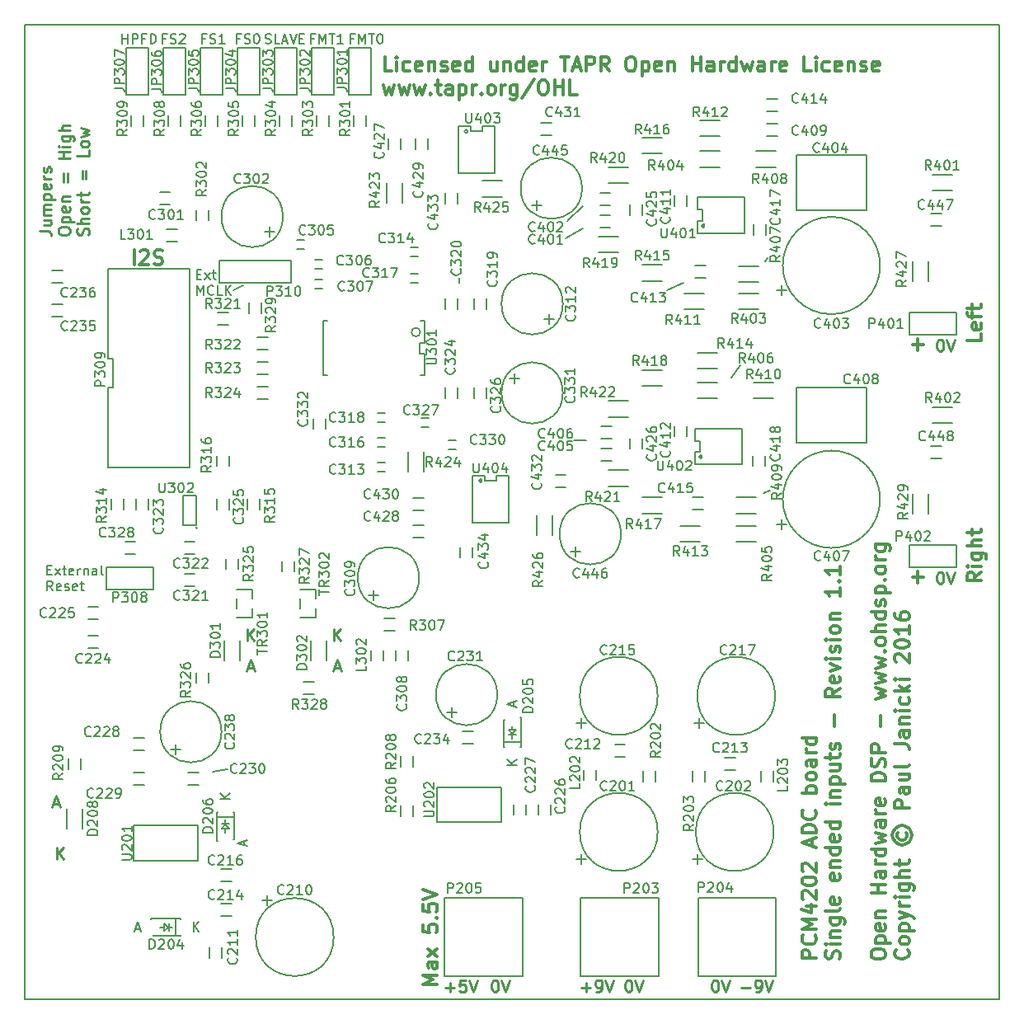
<source format=gto>
G04 #@! TF.FileFunction,Legend,Top*
%FSLAX46Y46*%
G04 Gerber Fmt 4.6, Leading zero omitted, Abs format (unit mm)*
G04 Created by KiCad (PCBNEW 4.0.2-stable) date 20/04/2016 14:34:56*
%MOMM*%
G01*
G04 APERTURE LIST*
%ADD10C,0.100000*%
%ADD11C,0.150000*%
%ADD12C,0.250000*%
%ADD13C,0.200000*%
%ADD14C,0.300000*%
G04 APERTURE END LIST*
D10*
D11*
X56388000Y57404000D02*
X57658000Y57404000D01*
D12*
X3241714Y14316143D02*
X3241714Y15516143D01*
X3927429Y14316143D02*
X3413143Y15001857D01*
X3927429Y15516143D02*
X3241714Y14830429D01*
X2889286Y19993000D02*
X3460715Y19993000D01*
X2775001Y19650143D02*
X3175001Y20850143D01*
X3575001Y19650143D01*
D13*
X2270095Y44051429D02*
X2603429Y44051429D01*
X2746286Y43527619D02*
X2270095Y43527619D01*
X2270095Y44527619D01*
X2746286Y44527619D01*
X3079619Y43527619D02*
X3603429Y44194286D01*
X3079619Y44194286D02*
X3603429Y43527619D01*
X3841524Y44194286D02*
X4222476Y44194286D01*
X3984381Y44527619D02*
X3984381Y43670476D01*
X4032000Y43575238D01*
X4127238Y43527619D01*
X4222476Y43527619D01*
X4936763Y43575238D02*
X4841525Y43527619D01*
X4651048Y43527619D01*
X4555810Y43575238D01*
X4508191Y43670476D01*
X4508191Y44051429D01*
X4555810Y44146667D01*
X4651048Y44194286D01*
X4841525Y44194286D01*
X4936763Y44146667D01*
X4984382Y44051429D01*
X4984382Y43956190D01*
X4508191Y43860952D01*
X5412953Y43527619D02*
X5412953Y44194286D01*
X5412953Y44003810D02*
X5460572Y44099048D01*
X5508191Y44146667D01*
X5603429Y44194286D01*
X5698668Y44194286D01*
X6032001Y44194286D02*
X6032001Y43527619D01*
X6032001Y44099048D02*
X6079620Y44146667D01*
X6174858Y44194286D01*
X6317716Y44194286D01*
X6412954Y44146667D01*
X6460573Y44051429D01*
X6460573Y43527619D01*
X7365335Y43527619D02*
X7365335Y44051429D01*
X7317716Y44146667D01*
X7222478Y44194286D01*
X7032001Y44194286D01*
X6936763Y44146667D01*
X7365335Y43575238D02*
X7270097Y43527619D01*
X7032001Y43527619D01*
X6936763Y43575238D01*
X6889144Y43670476D01*
X6889144Y43765714D01*
X6936763Y43860952D01*
X7032001Y43908571D01*
X7270097Y43908571D01*
X7365335Y43956190D01*
X7984382Y43527619D02*
X7889144Y43575238D01*
X7841525Y43670476D01*
X7841525Y44527619D01*
X2841524Y41927619D02*
X2508190Y42403810D01*
X2270095Y41927619D02*
X2270095Y42927619D01*
X2651048Y42927619D01*
X2746286Y42880000D01*
X2793905Y42832381D01*
X2841524Y42737143D01*
X2841524Y42594286D01*
X2793905Y42499048D01*
X2746286Y42451429D01*
X2651048Y42403810D01*
X2270095Y42403810D01*
X3651048Y41975238D02*
X3555810Y41927619D01*
X3365333Y41927619D01*
X3270095Y41975238D01*
X3222476Y42070476D01*
X3222476Y42451429D01*
X3270095Y42546667D01*
X3365333Y42594286D01*
X3555810Y42594286D01*
X3651048Y42546667D01*
X3698667Y42451429D01*
X3698667Y42356190D01*
X3222476Y42260952D01*
X4079619Y41975238D02*
X4174857Y41927619D01*
X4365333Y41927619D01*
X4460572Y41975238D01*
X4508191Y42070476D01*
X4508191Y42118095D01*
X4460572Y42213333D01*
X4365333Y42260952D01*
X4222476Y42260952D01*
X4127238Y42308571D01*
X4079619Y42403810D01*
X4079619Y42451429D01*
X4127238Y42546667D01*
X4222476Y42594286D01*
X4365333Y42594286D01*
X4460572Y42546667D01*
X5317715Y41975238D02*
X5222477Y41927619D01*
X5032000Y41927619D01*
X4936762Y41975238D01*
X4889143Y42070476D01*
X4889143Y42451429D01*
X4936762Y42546667D01*
X5032000Y42594286D01*
X5222477Y42594286D01*
X5317715Y42546667D01*
X5365334Y42451429D01*
X5365334Y42356190D01*
X4889143Y42260952D01*
X5651048Y42594286D02*
X6032000Y42594286D01*
X5793905Y42927619D02*
X5793905Y42070476D01*
X5841524Y41975238D01*
X5936762Y41927619D01*
X6032000Y41927619D01*
D14*
X91122572Y43326857D02*
X92265429Y43326857D01*
X91694000Y42755429D02*
X91694000Y43898286D01*
D12*
X93916572Y43837143D02*
X94030857Y43837143D01*
X94145143Y43780000D01*
X94202286Y43722857D01*
X94259429Y43608571D01*
X94316572Y43380000D01*
X94316572Y43094286D01*
X94259429Y42865714D01*
X94202286Y42751429D01*
X94145143Y42694286D01*
X94030857Y42637143D01*
X93916572Y42637143D01*
X93802286Y42694286D01*
X93745143Y42751429D01*
X93688000Y42865714D01*
X93630857Y43094286D01*
X93630857Y43380000D01*
X93688000Y43608571D01*
X93745143Y43722857D01*
X93802286Y43780000D01*
X93916572Y43837143D01*
X94659429Y43837143D02*
X95059429Y42637143D01*
X95459429Y43837143D01*
X93916572Y67713143D02*
X94030857Y67713143D01*
X94145143Y67656000D01*
X94202286Y67598857D01*
X94259429Y67484571D01*
X94316572Y67256000D01*
X94316572Y66970286D01*
X94259429Y66741714D01*
X94202286Y66627429D01*
X94145143Y66570286D01*
X94030857Y66513143D01*
X93916572Y66513143D01*
X93802286Y66570286D01*
X93745143Y66627429D01*
X93688000Y66741714D01*
X93630857Y66970286D01*
X93630857Y67256000D01*
X93688000Y67484571D01*
X93745143Y67598857D01*
X93802286Y67656000D01*
X93916572Y67713143D01*
X94659429Y67713143D02*
X95059429Y66513143D01*
X95459429Y67713143D01*
D11*
X21380000Y72784000D02*
X22396000Y73292000D01*
D12*
X31689714Y36795143D02*
X31689714Y37995143D01*
X32375429Y36795143D02*
X31861143Y37480857D01*
X32375429Y37995143D02*
X31689714Y37309429D01*
X31762286Y33976000D02*
X32333715Y33976000D01*
X31648001Y33633143D02*
X32048001Y34833143D01*
X32448001Y33633143D01*
X22799714Y36795143D02*
X22799714Y37995143D01*
X23485429Y36795143D02*
X22971143Y37480857D01*
X23485429Y37995143D02*
X22799714Y37309429D01*
X22872286Y33976000D02*
X23443715Y33976000D01*
X22758001Y33633143D02*
X23158001Y34833143D01*
X23558001Y33633143D01*
X70802572Y1927143D02*
X70916857Y1927143D01*
X71031143Y1870000D01*
X71088286Y1812857D01*
X71145429Y1698571D01*
X71202572Y1470000D01*
X71202572Y1184286D01*
X71145429Y955714D01*
X71088286Y841429D01*
X71031143Y784286D01*
X70916857Y727143D01*
X70802572Y727143D01*
X70688286Y784286D01*
X70631143Y841429D01*
X70574000Y955714D01*
X70516857Y1184286D01*
X70516857Y1470000D01*
X70574000Y1698571D01*
X70631143Y1812857D01*
X70688286Y1870000D01*
X70802572Y1927143D01*
X71545429Y1927143D02*
X71945429Y727143D01*
X72345429Y1927143D01*
D14*
X91122572Y67202857D02*
X92265429Y67202857D01*
X91694000Y66631429D02*
X91694000Y67774286D01*
D13*
X17637095Y74404429D02*
X17970429Y74404429D01*
X18113286Y73880619D02*
X17637095Y73880619D01*
X17637095Y74880619D01*
X18113286Y74880619D01*
X18446619Y73880619D02*
X18970429Y74547286D01*
X18446619Y74547286D02*
X18970429Y73880619D01*
X19208524Y74547286D02*
X19589476Y74547286D01*
X19351381Y74880619D02*
X19351381Y74023476D01*
X19399000Y73928238D01*
X19494238Y73880619D01*
X19589476Y73880619D01*
X17637095Y72280619D02*
X17637095Y73280619D01*
X17970429Y72566333D01*
X18303762Y73280619D01*
X18303762Y72280619D01*
X19351381Y72375857D02*
X19303762Y72328238D01*
X19160905Y72280619D01*
X19065667Y72280619D01*
X18922809Y72328238D01*
X18827571Y72423476D01*
X18779952Y72518714D01*
X18732333Y72709190D01*
X18732333Y72852048D01*
X18779952Y73042524D01*
X18827571Y73137762D01*
X18922809Y73233000D01*
X19065667Y73280619D01*
X19160905Y73280619D01*
X19303762Y73233000D01*
X19351381Y73185381D01*
X20256143Y72280619D02*
X19779952Y72280619D01*
X19779952Y73280619D01*
X20589476Y72280619D02*
X20589476Y73280619D01*
X21160905Y72280619D02*
X20732333Y72852048D01*
X21160905Y73280619D02*
X20589476Y72709190D01*
D14*
X11188429Y75407429D02*
X11188429Y76907429D01*
X11831286Y76764571D02*
X11902715Y76836000D01*
X12045572Y76907429D01*
X12402715Y76907429D01*
X12545572Y76836000D01*
X12617001Y76764571D01*
X12688429Y76621714D01*
X12688429Y76478857D01*
X12617001Y76264571D01*
X11759858Y75407429D01*
X12688429Y75407429D01*
X13259857Y75478857D02*
X13474143Y75407429D01*
X13831286Y75407429D01*
X13974143Y75478857D01*
X14045572Y75550286D01*
X14117000Y75693143D01*
X14117000Y75836000D01*
X14045572Y75978857D01*
X13974143Y76050286D01*
X13831286Y76121714D01*
X13545572Y76193143D01*
X13402714Y76264571D01*
X13331286Y76336000D01*
X13259857Y76478857D01*
X13259857Y76621714D01*
X13331286Y76764571D01*
X13402714Y76836000D01*
X13545572Y76907429D01*
X13902714Y76907429D01*
X14117000Y76836000D01*
D12*
X1476857Y78860571D02*
X2334000Y78860571D01*
X2505429Y78803429D01*
X2619714Y78689143D01*
X2676857Y78517714D01*
X2676857Y78403429D01*
X1876857Y79946286D02*
X2676857Y79946286D01*
X1876857Y79432000D02*
X2505429Y79432000D01*
X2619714Y79489143D01*
X2676857Y79603429D01*
X2676857Y79774857D01*
X2619714Y79889143D01*
X2562571Y79946286D01*
X2676857Y80517714D02*
X1876857Y80517714D01*
X1991143Y80517714D02*
X1934000Y80574857D01*
X1876857Y80689143D01*
X1876857Y80860571D01*
X1934000Y80974857D01*
X2048286Y81032000D01*
X2676857Y81032000D01*
X2048286Y81032000D02*
X1934000Y81089143D01*
X1876857Y81203429D01*
X1876857Y81374857D01*
X1934000Y81489143D01*
X2048286Y81546286D01*
X2676857Y81546286D01*
X1876857Y82117714D02*
X3076857Y82117714D01*
X1934000Y82117714D02*
X1876857Y82232000D01*
X1876857Y82460571D01*
X1934000Y82574857D01*
X1991143Y82632000D01*
X2105429Y82689143D01*
X2448286Y82689143D01*
X2562571Y82632000D01*
X2619714Y82574857D01*
X2676857Y82460571D01*
X2676857Y82232000D01*
X2619714Y82117714D01*
X2619714Y83660571D02*
X2676857Y83546285D01*
X2676857Y83317714D01*
X2619714Y83203428D01*
X2505429Y83146285D01*
X2048286Y83146285D01*
X1934000Y83203428D01*
X1876857Y83317714D01*
X1876857Y83546285D01*
X1934000Y83660571D01*
X2048286Y83717714D01*
X2162571Y83717714D01*
X2276857Y83146285D01*
X2676857Y84231999D02*
X1876857Y84231999D01*
X2105429Y84231999D02*
X1991143Y84289142D01*
X1934000Y84346285D01*
X1876857Y84460571D01*
X1876857Y84574856D01*
X2619714Y84917713D02*
X2676857Y85031999D01*
X2676857Y85260571D01*
X2619714Y85374856D01*
X2505429Y85431999D01*
X2448286Y85431999D01*
X2334000Y85374856D01*
X2276857Y85260571D01*
X2276857Y85089142D01*
X2219714Y84974856D01*
X2105429Y84917713D01*
X2048286Y84917713D01*
X1934000Y84974856D01*
X1876857Y85089142D01*
X1876857Y85260571D01*
X1934000Y85374856D01*
X3406857Y78746286D02*
X3406857Y78974857D01*
X3464000Y79089143D01*
X3578286Y79203429D01*
X3806857Y79260571D01*
X4206857Y79260571D01*
X4435429Y79203429D01*
X4549714Y79089143D01*
X4606857Y78974857D01*
X4606857Y78746286D01*
X4549714Y78632000D01*
X4435429Y78517714D01*
X4206857Y78460571D01*
X3806857Y78460571D01*
X3578286Y78517714D01*
X3464000Y78632000D01*
X3406857Y78746286D01*
X3806857Y79774857D02*
X5006857Y79774857D01*
X3864000Y79774857D02*
X3806857Y79889143D01*
X3806857Y80117714D01*
X3864000Y80232000D01*
X3921143Y80289143D01*
X4035429Y80346286D01*
X4378286Y80346286D01*
X4492571Y80289143D01*
X4549714Y80232000D01*
X4606857Y80117714D01*
X4606857Y79889143D01*
X4549714Y79774857D01*
X4549714Y81317714D02*
X4606857Y81203428D01*
X4606857Y80974857D01*
X4549714Y80860571D01*
X4435429Y80803428D01*
X3978286Y80803428D01*
X3864000Y80860571D01*
X3806857Y80974857D01*
X3806857Y81203428D01*
X3864000Y81317714D01*
X3978286Y81374857D01*
X4092571Y81374857D01*
X4206857Y80803428D01*
X3806857Y81889142D02*
X4606857Y81889142D01*
X3921143Y81889142D02*
X3864000Y81946285D01*
X3806857Y82060571D01*
X3806857Y82231999D01*
X3864000Y82346285D01*
X3978286Y82403428D01*
X4606857Y82403428D01*
X3978286Y83889142D02*
X3978286Y84803428D01*
X4321143Y84803428D02*
X4321143Y83889142D01*
X4606857Y86289142D02*
X3406857Y86289142D01*
X3978286Y86289142D02*
X3978286Y86974857D01*
X4606857Y86974857D02*
X3406857Y86974857D01*
X4606857Y87546285D02*
X3806857Y87546285D01*
X3406857Y87546285D02*
X3464000Y87489142D01*
X3521143Y87546285D01*
X3464000Y87603428D01*
X3406857Y87546285D01*
X3521143Y87546285D01*
X3806857Y88632000D02*
X4778286Y88632000D01*
X4892571Y88574857D01*
X4949714Y88517714D01*
X5006857Y88403429D01*
X5006857Y88232000D01*
X4949714Y88117714D01*
X4549714Y88632000D02*
X4606857Y88517714D01*
X4606857Y88289143D01*
X4549714Y88174857D01*
X4492571Y88117714D01*
X4378286Y88060571D01*
X4035429Y88060571D01*
X3921143Y88117714D01*
X3864000Y88174857D01*
X3806857Y88289143D01*
X3806857Y88517714D01*
X3864000Y88632000D01*
X4606857Y89203428D02*
X3406857Y89203428D01*
X4606857Y89717714D02*
X3978286Y89717714D01*
X3864000Y89660571D01*
X3806857Y89546285D01*
X3806857Y89374857D01*
X3864000Y89260571D01*
X3921143Y89203428D01*
X6479714Y78460571D02*
X6536857Y78632000D01*
X6536857Y78917714D01*
X6479714Y79032000D01*
X6422571Y79089143D01*
X6308286Y79146286D01*
X6194000Y79146286D01*
X6079714Y79089143D01*
X6022571Y79032000D01*
X5965429Y78917714D01*
X5908286Y78689143D01*
X5851143Y78574857D01*
X5794000Y78517714D01*
X5679714Y78460571D01*
X5565429Y78460571D01*
X5451143Y78517714D01*
X5394000Y78574857D01*
X5336857Y78689143D01*
X5336857Y78974857D01*
X5394000Y79146286D01*
X6536857Y79660571D02*
X5336857Y79660571D01*
X6536857Y80174857D02*
X5908286Y80174857D01*
X5794000Y80117714D01*
X5736857Y80003428D01*
X5736857Y79832000D01*
X5794000Y79717714D01*
X5851143Y79660571D01*
X6536857Y80917714D02*
X6479714Y80803428D01*
X6422571Y80746285D01*
X6308286Y80689142D01*
X5965429Y80689142D01*
X5851143Y80746285D01*
X5794000Y80803428D01*
X5736857Y80917714D01*
X5736857Y81089142D01*
X5794000Y81203428D01*
X5851143Y81260571D01*
X5965429Y81317714D01*
X6308286Y81317714D01*
X6422571Y81260571D01*
X6479714Y81203428D01*
X6536857Y81089142D01*
X6536857Y80917714D01*
X6536857Y81831999D02*
X5736857Y81831999D01*
X5965429Y81831999D02*
X5851143Y81889142D01*
X5794000Y81946285D01*
X5736857Y82060571D01*
X5736857Y82174856D01*
X5736857Y82403428D02*
X5736857Y82860571D01*
X5336857Y82574856D02*
X6365429Y82574856D01*
X6479714Y82631999D01*
X6536857Y82746285D01*
X6536857Y82860571D01*
X5908286Y84174856D02*
X5908286Y85089142D01*
X6251143Y85089142D02*
X6251143Y84174856D01*
X6536857Y87146285D02*
X6536857Y86574856D01*
X5336857Y86574856D01*
X6536857Y87717714D02*
X6479714Y87603428D01*
X6422571Y87546285D01*
X6308286Y87489142D01*
X5965429Y87489142D01*
X5851143Y87546285D01*
X5794000Y87603428D01*
X5736857Y87717714D01*
X5736857Y87889142D01*
X5794000Y88003428D01*
X5851143Y88060571D01*
X5965429Y88117714D01*
X6308286Y88117714D01*
X6422571Y88060571D01*
X6479714Y88003428D01*
X6536857Y87889142D01*
X6536857Y87717714D01*
X5736857Y88517714D02*
X6536857Y88746285D01*
X5965429Y88974856D01*
X6536857Y89203428D01*
X5736857Y89431999D01*
D14*
X86878571Y4452857D02*
X86878571Y4738571D01*
X86950000Y4881429D01*
X87092857Y5024286D01*
X87378571Y5095714D01*
X87878571Y5095714D01*
X88164286Y5024286D01*
X88307143Y4881429D01*
X88378571Y4738571D01*
X88378571Y4452857D01*
X88307143Y4310000D01*
X88164286Y4167143D01*
X87878571Y4095714D01*
X87378571Y4095714D01*
X87092857Y4167143D01*
X86950000Y4310000D01*
X86878571Y4452857D01*
X87378571Y5738572D02*
X88878571Y5738572D01*
X87450000Y5738572D02*
X87378571Y5881429D01*
X87378571Y6167143D01*
X87450000Y6310000D01*
X87521429Y6381429D01*
X87664286Y6452858D01*
X88092857Y6452858D01*
X88235714Y6381429D01*
X88307143Y6310000D01*
X88378571Y6167143D01*
X88378571Y5881429D01*
X88307143Y5738572D01*
X88307143Y7667143D02*
X88378571Y7524286D01*
X88378571Y7238572D01*
X88307143Y7095715D01*
X88164286Y7024286D01*
X87592857Y7024286D01*
X87450000Y7095715D01*
X87378571Y7238572D01*
X87378571Y7524286D01*
X87450000Y7667143D01*
X87592857Y7738572D01*
X87735714Y7738572D01*
X87878571Y7024286D01*
X87378571Y8381429D02*
X88378571Y8381429D01*
X87521429Y8381429D02*
X87450000Y8452857D01*
X87378571Y8595715D01*
X87378571Y8810000D01*
X87450000Y8952857D01*
X87592857Y9024286D01*
X88378571Y9024286D01*
X88378571Y10881429D02*
X86878571Y10881429D01*
X87592857Y10881429D02*
X87592857Y11738572D01*
X88378571Y11738572D02*
X86878571Y11738572D01*
X88378571Y13095715D02*
X87592857Y13095715D01*
X87450000Y13024286D01*
X87378571Y12881429D01*
X87378571Y12595715D01*
X87450000Y12452858D01*
X88307143Y13095715D02*
X88378571Y12952858D01*
X88378571Y12595715D01*
X88307143Y12452858D01*
X88164286Y12381429D01*
X88021429Y12381429D01*
X87878571Y12452858D01*
X87807143Y12595715D01*
X87807143Y12952858D01*
X87735714Y13095715D01*
X88378571Y13810001D02*
X87378571Y13810001D01*
X87664286Y13810001D02*
X87521429Y13881429D01*
X87450000Y13952858D01*
X87378571Y14095715D01*
X87378571Y14238572D01*
X88378571Y15381429D02*
X86878571Y15381429D01*
X88307143Y15381429D02*
X88378571Y15238572D01*
X88378571Y14952858D01*
X88307143Y14810000D01*
X88235714Y14738572D01*
X88092857Y14667143D01*
X87664286Y14667143D01*
X87521429Y14738572D01*
X87450000Y14810000D01*
X87378571Y14952858D01*
X87378571Y15238572D01*
X87450000Y15381429D01*
X87378571Y15952858D02*
X88378571Y16238572D01*
X87664286Y16524286D01*
X88378571Y16810001D01*
X87378571Y17095715D01*
X88378571Y18310001D02*
X87592857Y18310001D01*
X87450000Y18238572D01*
X87378571Y18095715D01*
X87378571Y17810001D01*
X87450000Y17667144D01*
X88307143Y18310001D02*
X88378571Y18167144D01*
X88378571Y17810001D01*
X88307143Y17667144D01*
X88164286Y17595715D01*
X88021429Y17595715D01*
X87878571Y17667144D01*
X87807143Y17810001D01*
X87807143Y18167144D01*
X87735714Y18310001D01*
X88378571Y19024287D02*
X87378571Y19024287D01*
X87664286Y19024287D02*
X87521429Y19095715D01*
X87450000Y19167144D01*
X87378571Y19310001D01*
X87378571Y19452858D01*
X88307143Y20524286D02*
X88378571Y20381429D01*
X88378571Y20095715D01*
X88307143Y19952858D01*
X88164286Y19881429D01*
X87592857Y19881429D01*
X87450000Y19952858D01*
X87378571Y20095715D01*
X87378571Y20381429D01*
X87450000Y20524286D01*
X87592857Y20595715D01*
X87735714Y20595715D01*
X87878571Y19881429D01*
X88378571Y22381429D02*
X86878571Y22381429D01*
X86878571Y22738572D01*
X86950000Y22952857D01*
X87092857Y23095715D01*
X87235714Y23167143D01*
X87521429Y23238572D01*
X87735714Y23238572D01*
X88021429Y23167143D01*
X88164286Y23095715D01*
X88307143Y22952857D01*
X88378571Y22738572D01*
X88378571Y22381429D01*
X88307143Y23810000D02*
X88378571Y24024286D01*
X88378571Y24381429D01*
X88307143Y24524286D01*
X88235714Y24595715D01*
X88092857Y24667143D01*
X87950000Y24667143D01*
X87807143Y24595715D01*
X87735714Y24524286D01*
X87664286Y24381429D01*
X87592857Y24095715D01*
X87521429Y23952857D01*
X87450000Y23881429D01*
X87307143Y23810000D01*
X87164286Y23810000D01*
X87021429Y23881429D01*
X86950000Y23952857D01*
X86878571Y24095715D01*
X86878571Y24452857D01*
X86950000Y24667143D01*
X88378571Y25310000D02*
X86878571Y25310000D01*
X86878571Y25881428D01*
X86950000Y26024286D01*
X87021429Y26095714D01*
X87164286Y26167143D01*
X87378571Y26167143D01*
X87521429Y26095714D01*
X87592857Y26024286D01*
X87664286Y25881428D01*
X87664286Y25310000D01*
X87807143Y27952857D02*
X87807143Y29095714D01*
X87378571Y30810000D02*
X88378571Y31095714D01*
X87664286Y31381428D01*
X88378571Y31667143D01*
X87378571Y31952857D01*
X87378571Y32381429D02*
X88378571Y32667143D01*
X87664286Y32952857D01*
X88378571Y33238572D01*
X87378571Y33524286D01*
X87378571Y33952858D02*
X88378571Y34238572D01*
X87664286Y34524286D01*
X88378571Y34810001D01*
X87378571Y35095715D01*
X88235714Y35667144D02*
X88307143Y35738572D01*
X88378571Y35667144D01*
X88307143Y35595715D01*
X88235714Y35667144D01*
X88378571Y35667144D01*
X88378571Y36595716D02*
X88307143Y36452858D01*
X88235714Y36381430D01*
X88092857Y36310001D01*
X87664286Y36310001D01*
X87521429Y36381430D01*
X87450000Y36452858D01*
X87378571Y36595716D01*
X87378571Y36810001D01*
X87450000Y36952858D01*
X87521429Y37024287D01*
X87664286Y37095716D01*
X88092857Y37095716D01*
X88235714Y37024287D01*
X88307143Y36952858D01*
X88378571Y36810001D01*
X88378571Y36595716D01*
X88378571Y37738573D02*
X86878571Y37738573D01*
X88378571Y38381430D02*
X87592857Y38381430D01*
X87450000Y38310001D01*
X87378571Y38167144D01*
X87378571Y37952859D01*
X87450000Y37810001D01*
X87521429Y37738573D01*
X88378571Y39738573D02*
X86878571Y39738573D01*
X88307143Y39738573D02*
X88378571Y39595716D01*
X88378571Y39310002D01*
X88307143Y39167144D01*
X88235714Y39095716D01*
X88092857Y39024287D01*
X87664286Y39024287D01*
X87521429Y39095716D01*
X87450000Y39167144D01*
X87378571Y39310002D01*
X87378571Y39595716D01*
X87450000Y39738573D01*
X88307143Y40381430D02*
X88378571Y40524287D01*
X88378571Y40810002D01*
X88307143Y40952859D01*
X88164286Y41024287D01*
X88092857Y41024287D01*
X87950000Y40952859D01*
X87878571Y40810002D01*
X87878571Y40595716D01*
X87807143Y40452859D01*
X87664286Y40381430D01*
X87592857Y40381430D01*
X87450000Y40452859D01*
X87378571Y40595716D01*
X87378571Y40810002D01*
X87450000Y40952859D01*
X87378571Y41667145D02*
X88878571Y41667145D01*
X87450000Y41667145D02*
X87378571Y41810002D01*
X87378571Y42095716D01*
X87450000Y42238573D01*
X87521429Y42310002D01*
X87664286Y42381431D01*
X88092857Y42381431D01*
X88235714Y42310002D01*
X88307143Y42238573D01*
X88378571Y42095716D01*
X88378571Y41810002D01*
X88307143Y41667145D01*
X88235714Y43024288D02*
X88307143Y43095716D01*
X88378571Y43024288D01*
X88307143Y42952859D01*
X88235714Y43024288D01*
X88378571Y43024288D01*
X88378571Y43952860D02*
X88307143Y43810002D01*
X88235714Y43738574D01*
X88092857Y43667145D01*
X87664286Y43667145D01*
X87521429Y43738574D01*
X87450000Y43810002D01*
X87378571Y43952860D01*
X87378571Y44167145D01*
X87450000Y44310002D01*
X87521429Y44381431D01*
X87664286Y44452860D01*
X88092857Y44452860D01*
X88235714Y44381431D01*
X88307143Y44310002D01*
X88378571Y44167145D01*
X88378571Y43952860D01*
X88378571Y45095717D02*
X87378571Y45095717D01*
X87664286Y45095717D02*
X87521429Y45167145D01*
X87450000Y45238574D01*
X87378571Y45381431D01*
X87378571Y45524288D01*
X87378571Y46667145D02*
X88592857Y46667145D01*
X88735714Y46595716D01*
X88807143Y46524288D01*
X88878571Y46381431D01*
X88878571Y46167145D01*
X88807143Y46024288D01*
X88307143Y46667145D02*
X88378571Y46524288D01*
X88378571Y46238574D01*
X88307143Y46095716D01*
X88235714Y46024288D01*
X88092857Y45952859D01*
X87664286Y45952859D01*
X87521429Y46024288D01*
X87450000Y46095716D01*
X87378571Y46238574D01*
X87378571Y46524288D01*
X87450000Y46667145D01*
X90635714Y5024286D02*
X90707143Y4952857D01*
X90778571Y4738571D01*
X90778571Y4595714D01*
X90707143Y4381429D01*
X90564286Y4238571D01*
X90421429Y4167143D01*
X90135714Y4095714D01*
X89921429Y4095714D01*
X89635714Y4167143D01*
X89492857Y4238571D01*
X89350000Y4381429D01*
X89278571Y4595714D01*
X89278571Y4738571D01*
X89350000Y4952857D01*
X89421429Y5024286D01*
X90778571Y5881429D02*
X90707143Y5738571D01*
X90635714Y5667143D01*
X90492857Y5595714D01*
X90064286Y5595714D01*
X89921429Y5667143D01*
X89850000Y5738571D01*
X89778571Y5881429D01*
X89778571Y6095714D01*
X89850000Y6238571D01*
X89921429Y6310000D01*
X90064286Y6381429D01*
X90492857Y6381429D01*
X90635714Y6310000D01*
X90707143Y6238571D01*
X90778571Y6095714D01*
X90778571Y5881429D01*
X89778571Y7024286D02*
X91278571Y7024286D01*
X89850000Y7024286D02*
X89778571Y7167143D01*
X89778571Y7452857D01*
X89850000Y7595714D01*
X89921429Y7667143D01*
X90064286Y7738572D01*
X90492857Y7738572D01*
X90635714Y7667143D01*
X90707143Y7595714D01*
X90778571Y7452857D01*
X90778571Y7167143D01*
X90707143Y7024286D01*
X89778571Y8238572D02*
X90778571Y8595715D01*
X89778571Y8952857D02*
X90778571Y8595715D01*
X91135714Y8452857D01*
X91207143Y8381429D01*
X91278571Y8238572D01*
X90778571Y9524286D02*
X89778571Y9524286D01*
X90064286Y9524286D02*
X89921429Y9595714D01*
X89850000Y9667143D01*
X89778571Y9810000D01*
X89778571Y9952857D01*
X90778571Y10452857D02*
X89778571Y10452857D01*
X89278571Y10452857D02*
X89350000Y10381428D01*
X89421429Y10452857D01*
X89350000Y10524285D01*
X89278571Y10452857D01*
X89421429Y10452857D01*
X89778571Y11810000D02*
X90992857Y11810000D01*
X91135714Y11738571D01*
X91207143Y11667143D01*
X91278571Y11524286D01*
X91278571Y11310000D01*
X91207143Y11167143D01*
X90707143Y11810000D02*
X90778571Y11667143D01*
X90778571Y11381429D01*
X90707143Y11238571D01*
X90635714Y11167143D01*
X90492857Y11095714D01*
X90064286Y11095714D01*
X89921429Y11167143D01*
X89850000Y11238571D01*
X89778571Y11381429D01*
X89778571Y11667143D01*
X89850000Y11810000D01*
X90778571Y12524286D02*
X89278571Y12524286D01*
X90778571Y13167143D02*
X89992857Y13167143D01*
X89850000Y13095714D01*
X89778571Y12952857D01*
X89778571Y12738572D01*
X89850000Y12595714D01*
X89921429Y12524286D01*
X89778571Y13667143D02*
X89778571Y14238572D01*
X89278571Y13881429D02*
X90564286Y13881429D01*
X90707143Y13952857D01*
X90778571Y14095715D01*
X90778571Y14238572D01*
X89635714Y17095715D02*
X89564286Y16952857D01*
X89564286Y16667143D01*
X89635714Y16524286D01*
X89778571Y16381429D01*
X89921429Y16310000D01*
X90207143Y16310000D01*
X90350000Y16381429D01*
X90492857Y16524286D01*
X90564286Y16667143D01*
X90564286Y16952857D01*
X90492857Y17095715D01*
X89064286Y16810000D02*
X89135714Y16452857D01*
X89350000Y16095715D01*
X89707143Y15881429D01*
X90064286Y15810000D01*
X90421429Y15881429D01*
X90778571Y16095715D01*
X90992857Y16452857D01*
X91064286Y16810000D01*
X90992857Y17167143D01*
X90778571Y17524286D01*
X90421429Y17738572D01*
X90064286Y17810000D01*
X89707143Y17738572D01*
X89350000Y17524286D01*
X89135714Y17167143D01*
X89064286Y16810000D01*
X90778571Y19595715D02*
X89278571Y19595715D01*
X89278571Y20167143D01*
X89350000Y20310001D01*
X89421429Y20381429D01*
X89564286Y20452858D01*
X89778571Y20452858D01*
X89921429Y20381429D01*
X89992857Y20310001D01*
X90064286Y20167143D01*
X90064286Y19595715D01*
X90778571Y21738572D02*
X89992857Y21738572D01*
X89850000Y21667143D01*
X89778571Y21524286D01*
X89778571Y21238572D01*
X89850000Y21095715D01*
X90707143Y21738572D02*
X90778571Y21595715D01*
X90778571Y21238572D01*
X90707143Y21095715D01*
X90564286Y21024286D01*
X90421429Y21024286D01*
X90278571Y21095715D01*
X90207143Y21238572D01*
X90207143Y21595715D01*
X90135714Y21738572D01*
X89778571Y23095715D02*
X90778571Y23095715D01*
X89778571Y22452858D02*
X90564286Y22452858D01*
X90707143Y22524286D01*
X90778571Y22667144D01*
X90778571Y22881429D01*
X90707143Y23024286D01*
X90635714Y23095715D01*
X90778571Y24024287D02*
X90707143Y23881429D01*
X90564286Y23810001D01*
X89278571Y23810001D01*
X89278571Y26167143D02*
X90350000Y26167143D01*
X90564286Y26095715D01*
X90707143Y25952858D01*
X90778571Y25738572D01*
X90778571Y25595715D01*
X90778571Y27524286D02*
X89992857Y27524286D01*
X89850000Y27452857D01*
X89778571Y27310000D01*
X89778571Y27024286D01*
X89850000Y26881429D01*
X90707143Y27524286D02*
X90778571Y27381429D01*
X90778571Y27024286D01*
X90707143Y26881429D01*
X90564286Y26810000D01*
X90421429Y26810000D01*
X90278571Y26881429D01*
X90207143Y27024286D01*
X90207143Y27381429D01*
X90135714Y27524286D01*
X89778571Y28238572D02*
X90778571Y28238572D01*
X89921429Y28238572D02*
X89850000Y28310000D01*
X89778571Y28452858D01*
X89778571Y28667143D01*
X89850000Y28810000D01*
X89992857Y28881429D01*
X90778571Y28881429D01*
X90778571Y29595715D02*
X89778571Y29595715D01*
X89278571Y29595715D02*
X89350000Y29524286D01*
X89421429Y29595715D01*
X89350000Y29667143D01*
X89278571Y29595715D01*
X89421429Y29595715D01*
X90707143Y30952858D02*
X90778571Y30810001D01*
X90778571Y30524287D01*
X90707143Y30381429D01*
X90635714Y30310001D01*
X90492857Y30238572D01*
X90064286Y30238572D01*
X89921429Y30310001D01*
X89850000Y30381429D01*
X89778571Y30524287D01*
X89778571Y30810001D01*
X89850000Y30952858D01*
X90778571Y31595715D02*
X89278571Y31595715D01*
X90207143Y31738572D02*
X90778571Y32167143D01*
X89778571Y32167143D02*
X90350000Y31595715D01*
X90778571Y32810001D02*
X89778571Y32810001D01*
X89278571Y32810001D02*
X89350000Y32738572D01*
X89421429Y32810001D01*
X89350000Y32881429D01*
X89278571Y32810001D01*
X89421429Y32810001D01*
X89421429Y34595715D02*
X89350000Y34667144D01*
X89278571Y34810001D01*
X89278571Y35167144D01*
X89350000Y35310001D01*
X89421429Y35381430D01*
X89564286Y35452858D01*
X89707143Y35452858D01*
X89921429Y35381430D01*
X90778571Y34524287D01*
X90778571Y35452858D01*
X89278571Y36381429D02*
X89278571Y36524286D01*
X89350000Y36667143D01*
X89421429Y36738572D01*
X89564286Y36810001D01*
X89850000Y36881429D01*
X90207143Y36881429D01*
X90492857Y36810001D01*
X90635714Y36738572D01*
X90707143Y36667143D01*
X90778571Y36524286D01*
X90778571Y36381429D01*
X90707143Y36238572D01*
X90635714Y36167143D01*
X90492857Y36095715D01*
X90207143Y36024286D01*
X89850000Y36024286D01*
X89564286Y36095715D01*
X89421429Y36167143D01*
X89350000Y36238572D01*
X89278571Y36381429D01*
X90778571Y38310000D02*
X90778571Y37452857D01*
X90778571Y37881429D02*
X89278571Y37881429D01*
X89492857Y37738572D01*
X89635714Y37595714D01*
X89707143Y37452857D01*
X89278571Y39595714D02*
X89278571Y39310000D01*
X89350000Y39167143D01*
X89421429Y39095714D01*
X89635714Y38952857D01*
X89921429Y38881428D01*
X90492857Y38881428D01*
X90635714Y38952857D01*
X90707143Y39024285D01*
X90778571Y39167143D01*
X90778571Y39452857D01*
X90707143Y39595714D01*
X90635714Y39667143D01*
X90492857Y39738571D01*
X90135714Y39738571D01*
X89992857Y39667143D01*
X89921429Y39595714D01*
X89850000Y39452857D01*
X89850000Y39167143D01*
X89921429Y39024285D01*
X89992857Y38952857D01*
X90135714Y38881428D01*
X98214571Y43787429D02*
X97500286Y43287429D01*
X98214571Y42930286D02*
X96714571Y42930286D01*
X96714571Y43501714D01*
X96786000Y43644572D01*
X96857429Y43716000D01*
X97000286Y43787429D01*
X97214571Y43787429D01*
X97357429Y43716000D01*
X97428857Y43644572D01*
X97500286Y43501714D01*
X97500286Y42930286D01*
X98214571Y44430286D02*
X97214571Y44430286D01*
X96714571Y44430286D02*
X96786000Y44358857D01*
X96857429Y44430286D01*
X96786000Y44501714D01*
X96714571Y44430286D01*
X96857429Y44430286D01*
X97214571Y45787429D02*
X98428857Y45787429D01*
X98571714Y45716000D01*
X98643143Y45644572D01*
X98714571Y45501715D01*
X98714571Y45287429D01*
X98643143Y45144572D01*
X98143143Y45787429D02*
X98214571Y45644572D01*
X98214571Y45358858D01*
X98143143Y45216000D01*
X98071714Y45144572D01*
X97928857Y45073143D01*
X97500286Y45073143D01*
X97357429Y45144572D01*
X97286000Y45216000D01*
X97214571Y45358858D01*
X97214571Y45644572D01*
X97286000Y45787429D01*
X98214571Y46501715D02*
X96714571Y46501715D01*
X98214571Y47144572D02*
X97428857Y47144572D01*
X97286000Y47073143D01*
X97214571Y46930286D01*
X97214571Y46716001D01*
X97286000Y46573143D01*
X97357429Y46501715D01*
X97214571Y47644572D02*
X97214571Y48216001D01*
X96714571Y47858858D02*
X98000286Y47858858D01*
X98143143Y47930286D01*
X98214571Y48073144D01*
X98214571Y48216001D01*
X98214571Y68306286D02*
X98214571Y67592000D01*
X96714571Y67592000D01*
X98143143Y69377714D02*
X98214571Y69234857D01*
X98214571Y68949143D01*
X98143143Y68806286D01*
X98000286Y68734857D01*
X97428857Y68734857D01*
X97286000Y68806286D01*
X97214571Y68949143D01*
X97214571Y69234857D01*
X97286000Y69377714D01*
X97428857Y69449143D01*
X97571714Y69449143D01*
X97714571Y68734857D01*
X97214571Y69877714D02*
X97214571Y70449143D01*
X98214571Y70092000D02*
X96928857Y70092000D01*
X96786000Y70163428D01*
X96714571Y70306286D01*
X96714571Y70449143D01*
X97214571Y70734857D02*
X97214571Y71306286D01*
X96714571Y70949143D02*
X98000286Y70949143D01*
X98143143Y71020571D01*
X98214571Y71163429D01*
X98214571Y71306286D01*
X42334571Y1450286D02*
X40834571Y1450286D01*
X41906000Y1950286D01*
X40834571Y2450286D01*
X42334571Y2450286D01*
X42334571Y3807429D02*
X41548857Y3807429D01*
X41406000Y3736000D01*
X41334571Y3593143D01*
X41334571Y3307429D01*
X41406000Y3164572D01*
X42263143Y3807429D02*
X42334571Y3664572D01*
X42334571Y3307429D01*
X42263143Y3164572D01*
X42120286Y3093143D01*
X41977429Y3093143D01*
X41834571Y3164572D01*
X41763143Y3307429D01*
X41763143Y3664572D01*
X41691714Y3807429D01*
X42334571Y4378858D02*
X41334571Y5164572D01*
X41334571Y4378858D02*
X42334571Y5164572D01*
X40834571Y7593144D02*
X40834571Y6878858D01*
X41548857Y6807429D01*
X41477429Y6878858D01*
X41406000Y7021715D01*
X41406000Y7378858D01*
X41477429Y7521715D01*
X41548857Y7593144D01*
X41691714Y7664572D01*
X42048857Y7664572D01*
X42191714Y7593144D01*
X42263143Y7521715D01*
X42334571Y7378858D01*
X42334571Y7021715D01*
X42263143Y6878858D01*
X42191714Y6807429D01*
X42191714Y8307429D02*
X42263143Y8378857D01*
X42334571Y8307429D01*
X42263143Y8236000D01*
X42191714Y8307429D01*
X42334571Y8307429D01*
X40834571Y9736001D02*
X40834571Y9021715D01*
X41548857Y8950286D01*
X41477429Y9021715D01*
X41406000Y9164572D01*
X41406000Y9521715D01*
X41477429Y9664572D01*
X41548857Y9736001D01*
X41691714Y9807429D01*
X42048857Y9807429D01*
X42191714Y9736001D01*
X42263143Y9664572D01*
X42334571Y9521715D01*
X42334571Y9164572D01*
X42263143Y9021715D01*
X42191714Y8950286D01*
X40834571Y10236000D02*
X42334571Y10736000D01*
X40834571Y11236000D01*
D11*
X20827000Y23621500D02*
X19303000Y23367500D01*
D12*
X48196572Y1927143D02*
X48310857Y1927143D01*
X48425143Y1870000D01*
X48482286Y1812857D01*
X48539429Y1698571D01*
X48596572Y1470000D01*
X48596572Y1184286D01*
X48539429Y955714D01*
X48482286Y841429D01*
X48425143Y784286D01*
X48310857Y727143D01*
X48196572Y727143D01*
X48082286Y784286D01*
X48025143Y841429D01*
X47968000Y955714D01*
X47910857Y1184286D01*
X47910857Y1470000D01*
X47968000Y1698571D01*
X48025143Y1812857D01*
X48082286Y1870000D01*
X48196572Y1927143D01*
X48939429Y1927143D02*
X49339429Y727143D01*
X49739429Y1927143D01*
X61912572Y1927143D02*
X62026857Y1927143D01*
X62141143Y1870000D01*
X62198286Y1812857D01*
X62255429Y1698571D01*
X62312572Y1470000D01*
X62312572Y1184286D01*
X62255429Y955714D01*
X62198286Y841429D01*
X62141143Y784286D01*
X62026857Y727143D01*
X61912572Y727143D01*
X61798286Y784286D01*
X61741143Y841429D01*
X61684000Y955714D01*
X61626857Y1184286D01*
X61626857Y1470000D01*
X61684000Y1698571D01*
X61741143Y1812857D01*
X61798286Y1870000D01*
X61912572Y1927143D01*
X62655429Y1927143D02*
X63055429Y727143D01*
X63455429Y1927143D01*
X73514143Y1184286D02*
X74428429Y1184286D01*
X75057000Y727143D02*
X75285572Y727143D01*
X75399857Y784286D01*
X75457000Y841429D01*
X75571286Y1012857D01*
X75628429Y1241429D01*
X75628429Y1698571D01*
X75571286Y1812857D01*
X75514143Y1870000D01*
X75399857Y1927143D01*
X75171286Y1927143D01*
X75057000Y1870000D01*
X74999857Y1812857D01*
X74942714Y1698571D01*
X74942714Y1412857D01*
X74999857Y1298571D01*
X75057000Y1241429D01*
X75171286Y1184286D01*
X75399857Y1184286D01*
X75514143Y1241429D01*
X75571286Y1298571D01*
X75628429Y1412857D01*
X75971286Y1927143D02*
X76371286Y727143D01*
X76771286Y1927143D01*
X57131143Y1184286D02*
X58045429Y1184286D01*
X57588286Y727143D02*
X57588286Y1641429D01*
X58674000Y727143D02*
X58902572Y727143D01*
X59016857Y784286D01*
X59074000Y841429D01*
X59188286Y1012857D01*
X59245429Y1241429D01*
X59245429Y1698571D01*
X59188286Y1812857D01*
X59131143Y1870000D01*
X59016857Y1927143D01*
X58788286Y1927143D01*
X58674000Y1870000D01*
X58616857Y1812857D01*
X58559714Y1698571D01*
X58559714Y1412857D01*
X58616857Y1298571D01*
X58674000Y1241429D01*
X58788286Y1184286D01*
X59016857Y1184286D01*
X59131143Y1241429D01*
X59188286Y1298571D01*
X59245429Y1412857D01*
X59588286Y1927143D02*
X59988286Y727143D01*
X60388286Y1927143D01*
X43161143Y1184286D02*
X44075429Y1184286D01*
X43618286Y727143D02*
X43618286Y1641429D01*
X45218286Y1927143D02*
X44646857Y1927143D01*
X44589714Y1355714D01*
X44646857Y1412857D01*
X44761143Y1470000D01*
X45046857Y1470000D01*
X45161143Y1412857D01*
X45218286Y1355714D01*
X45275429Y1241429D01*
X45275429Y955714D01*
X45218286Y841429D01*
X45161143Y784286D01*
X45046857Y727143D01*
X44761143Y727143D01*
X44646857Y784286D01*
X44589714Y841429D01*
X45618286Y1927143D02*
X46018286Y727143D01*
X46418286Y1927143D01*
D13*
X33765286Y98622929D02*
X33431952Y98622929D01*
X33431952Y98099119D02*
X33431952Y99099119D01*
X33908143Y99099119D01*
X34289095Y98099119D02*
X34289095Y99099119D01*
X34622429Y98384833D01*
X34955762Y99099119D01*
X34955762Y98099119D01*
X35289095Y99099119D02*
X35860524Y99099119D01*
X35574809Y98099119D02*
X35574809Y99099119D01*
X36384333Y99099119D02*
X36479572Y99099119D01*
X36574810Y99051500D01*
X36622429Y99003881D01*
X36670048Y98908643D01*
X36717667Y98718167D01*
X36717667Y98480071D01*
X36670048Y98289595D01*
X36622429Y98194357D01*
X36574810Y98146738D01*
X36479572Y98099119D01*
X36384333Y98099119D01*
X36289095Y98146738D01*
X36241476Y98194357D01*
X36193857Y98289595D01*
X36146238Y98480071D01*
X36146238Y98718167D01*
X36193857Y98908643D01*
X36241476Y99003881D01*
X36289095Y99051500D01*
X36384333Y99099119D01*
X29701286Y98622929D02*
X29367952Y98622929D01*
X29367952Y98099119D02*
X29367952Y99099119D01*
X29844143Y99099119D01*
X30225095Y98099119D02*
X30225095Y99099119D01*
X30558429Y98384833D01*
X30891762Y99099119D01*
X30891762Y98099119D01*
X31225095Y99099119D02*
X31796524Y99099119D01*
X31510809Y98099119D02*
X31510809Y99099119D01*
X32653667Y98099119D02*
X32082238Y98099119D01*
X32367952Y98099119D02*
X32367952Y99099119D01*
X32272714Y98956262D01*
X32177476Y98861024D01*
X32082238Y98813405D01*
X24669000Y98146738D02*
X24811857Y98099119D01*
X25049953Y98099119D01*
X25145191Y98146738D01*
X25192810Y98194357D01*
X25240429Y98289595D01*
X25240429Y98384833D01*
X25192810Y98480071D01*
X25145191Y98527690D01*
X25049953Y98575310D01*
X24859476Y98622929D01*
X24764238Y98670548D01*
X24716619Y98718167D01*
X24669000Y98813405D01*
X24669000Y98908643D01*
X24716619Y99003881D01*
X24764238Y99051500D01*
X24859476Y99099119D01*
X25097572Y99099119D01*
X25240429Y99051500D01*
X26145191Y98099119D02*
X25669000Y98099119D01*
X25669000Y99099119D01*
X26430905Y98384833D02*
X26907096Y98384833D01*
X26335667Y98099119D02*
X26669000Y99099119D01*
X27002334Y98099119D01*
X27192810Y99099119D02*
X27526143Y98099119D01*
X27859477Y99099119D01*
X28192810Y98622929D02*
X28526144Y98622929D01*
X28669001Y98099119D02*
X28192810Y98099119D01*
X28192810Y99099119D01*
X28669001Y99099119D01*
X22049477Y98622929D02*
X21716143Y98622929D01*
X21716143Y98099119D02*
X21716143Y99099119D01*
X22192334Y99099119D01*
X22525667Y98146738D02*
X22668524Y98099119D01*
X22906620Y98099119D01*
X23001858Y98146738D01*
X23049477Y98194357D01*
X23097096Y98289595D01*
X23097096Y98384833D01*
X23049477Y98480071D01*
X23001858Y98527690D01*
X22906620Y98575310D01*
X22716143Y98622929D01*
X22620905Y98670548D01*
X22573286Y98718167D01*
X22525667Y98813405D01*
X22525667Y98908643D01*
X22573286Y99003881D01*
X22620905Y99051500D01*
X22716143Y99099119D01*
X22954239Y99099119D01*
X23097096Y99051500D01*
X23716143Y99099119D02*
X23811382Y99099119D01*
X23906620Y99051500D01*
X23954239Y99003881D01*
X24001858Y98908643D01*
X24049477Y98718167D01*
X24049477Y98480071D01*
X24001858Y98289595D01*
X23954239Y98194357D01*
X23906620Y98146738D01*
X23811382Y98099119D01*
X23716143Y98099119D01*
X23620905Y98146738D01*
X23573286Y98194357D01*
X23525667Y98289595D01*
X23478048Y98480071D01*
X23478048Y98718167D01*
X23525667Y98908643D01*
X23573286Y99003881D01*
X23620905Y99051500D01*
X23716143Y99099119D01*
X18493477Y98622929D02*
X18160143Y98622929D01*
X18160143Y98099119D02*
X18160143Y99099119D01*
X18636334Y99099119D01*
X18969667Y98146738D02*
X19112524Y98099119D01*
X19350620Y98099119D01*
X19445858Y98146738D01*
X19493477Y98194357D01*
X19541096Y98289595D01*
X19541096Y98384833D01*
X19493477Y98480071D01*
X19445858Y98527690D01*
X19350620Y98575310D01*
X19160143Y98622929D01*
X19064905Y98670548D01*
X19017286Y98718167D01*
X18969667Y98813405D01*
X18969667Y98908643D01*
X19017286Y99003881D01*
X19064905Y99051500D01*
X19160143Y99099119D01*
X19398239Y99099119D01*
X19541096Y99051500D01*
X20493477Y98099119D02*
X19922048Y98099119D01*
X20207762Y98099119D02*
X20207762Y99099119D01*
X20112524Y98956262D01*
X20017286Y98861024D01*
X19922048Y98813405D01*
X14429477Y98622929D02*
X14096143Y98622929D01*
X14096143Y98099119D02*
X14096143Y99099119D01*
X14572334Y99099119D01*
X14905667Y98146738D02*
X15048524Y98099119D01*
X15286620Y98099119D01*
X15381858Y98146738D01*
X15429477Y98194357D01*
X15477096Y98289595D01*
X15477096Y98384833D01*
X15429477Y98480071D01*
X15381858Y98527690D01*
X15286620Y98575310D01*
X15096143Y98622929D01*
X15000905Y98670548D01*
X14953286Y98718167D01*
X14905667Y98813405D01*
X14905667Y98908643D01*
X14953286Y99003881D01*
X15000905Y99051500D01*
X15096143Y99099119D01*
X15334239Y99099119D01*
X15477096Y99051500D01*
X15858048Y99003881D02*
X15905667Y99051500D01*
X16000905Y99099119D01*
X16239001Y99099119D01*
X16334239Y99051500D01*
X16381858Y99003881D01*
X16429477Y98908643D01*
X16429477Y98813405D01*
X16381858Y98670548D01*
X15810429Y98099119D01*
X16429477Y98099119D01*
X9968714Y98099119D02*
X9968714Y99099119D01*
X9968714Y98622929D02*
X10540143Y98622929D01*
X10540143Y98099119D02*
X10540143Y99099119D01*
X11016333Y98099119D02*
X11016333Y99099119D01*
X11397286Y99099119D01*
X11492524Y99051500D01*
X11540143Y99003881D01*
X11587762Y98908643D01*
X11587762Y98765786D01*
X11540143Y98670548D01*
X11492524Y98622929D01*
X11397286Y98575310D01*
X11016333Y98575310D01*
X12349667Y98622929D02*
X12016333Y98622929D01*
X12016333Y98099119D02*
X12016333Y99099119D01*
X12492524Y99099119D01*
X12873476Y98099119D02*
X12873476Y99099119D01*
X13111571Y99099119D01*
X13254429Y99051500D01*
X13349667Y98956262D01*
X13397286Y98861024D01*
X13444905Y98670548D01*
X13444905Y98527690D01*
X13397286Y98337214D01*
X13349667Y98241976D01*
X13254429Y98146738D01*
X13111571Y98099119D01*
X12873476Y98099119D01*
D11*
X65957000Y72784000D02*
X67608000Y73546000D01*
X76244000Y76086000D02*
X75990000Y75705000D01*
X55543000Y78118000D02*
X57321000Y79134000D01*
X55670000Y79896000D02*
X57321000Y81420000D01*
X73450000Y65037000D02*
X72561000Y63767000D01*
X76498000Y52210000D02*
X75863000Y51956000D01*
X44621000Y74054000D02*
X44621000Y73546000D01*
X100000000Y0D02*
X100000000Y100000000D01*
D14*
X37647429Y95263429D02*
X36933143Y95263429D01*
X36933143Y96763429D01*
X38147429Y95263429D02*
X38147429Y96263429D01*
X38147429Y96763429D02*
X38076000Y96692000D01*
X38147429Y96620571D01*
X38218857Y96692000D01*
X38147429Y96763429D01*
X38147429Y96620571D01*
X39504572Y95334857D02*
X39361715Y95263429D01*
X39076001Y95263429D01*
X38933143Y95334857D01*
X38861715Y95406286D01*
X38790286Y95549143D01*
X38790286Y95977714D01*
X38861715Y96120571D01*
X38933143Y96192000D01*
X39076001Y96263429D01*
X39361715Y96263429D01*
X39504572Y96192000D01*
X40718857Y95334857D02*
X40576000Y95263429D01*
X40290286Y95263429D01*
X40147429Y95334857D01*
X40076000Y95477714D01*
X40076000Y96049143D01*
X40147429Y96192000D01*
X40290286Y96263429D01*
X40576000Y96263429D01*
X40718857Y96192000D01*
X40790286Y96049143D01*
X40790286Y95906286D01*
X40076000Y95763429D01*
X41433143Y96263429D02*
X41433143Y95263429D01*
X41433143Y96120571D02*
X41504571Y96192000D01*
X41647429Y96263429D01*
X41861714Y96263429D01*
X42004571Y96192000D01*
X42076000Y96049143D01*
X42076000Y95263429D01*
X42718857Y95334857D02*
X42861714Y95263429D01*
X43147429Y95263429D01*
X43290286Y95334857D01*
X43361714Y95477714D01*
X43361714Y95549143D01*
X43290286Y95692000D01*
X43147429Y95763429D01*
X42933143Y95763429D01*
X42790286Y95834857D01*
X42718857Y95977714D01*
X42718857Y96049143D01*
X42790286Y96192000D01*
X42933143Y96263429D01*
X43147429Y96263429D01*
X43290286Y96192000D01*
X44576000Y95334857D02*
X44433143Y95263429D01*
X44147429Y95263429D01*
X44004572Y95334857D01*
X43933143Y95477714D01*
X43933143Y96049143D01*
X44004572Y96192000D01*
X44147429Y96263429D01*
X44433143Y96263429D01*
X44576000Y96192000D01*
X44647429Y96049143D01*
X44647429Y95906286D01*
X43933143Y95763429D01*
X45933143Y95263429D02*
X45933143Y96763429D01*
X45933143Y95334857D02*
X45790286Y95263429D01*
X45504572Y95263429D01*
X45361714Y95334857D01*
X45290286Y95406286D01*
X45218857Y95549143D01*
X45218857Y95977714D01*
X45290286Y96120571D01*
X45361714Y96192000D01*
X45504572Y96263429D01*
X45790286Y96263429D01*
X45933143Y96192000D01*
X48433143Y96263429D02*
X48433143Y95263429D01*
X47790286Y96263429D02*
X47790286Y95477714D01*
X47861714Y95334857D01*
X48004572Y95263429D01*
X48218857Y95263429D01*
X48361714Y95334857D01*
X48433143Y95406286D01*
X49147429Y96263429D02*
X49147429Y95263429D01*
X49147429Y96120571D02*
X49218857Y96192000D01*
X49361715Y96263429D01*
X49576000Y96263429D01*
X49718857Y96192000D01*
X49790286Y96049143D01*
X49790286Y95263429D01*
X51147429Y95263429D02*
X51147429Y96763429D01*
X51147429Y95334857D02*
X51004572Y95263429D01*
X50718858Y95263429D01*
X50576000Y95334857D01*
X50504572Y95406286D01*
X50433143Y95549143D01*
X50433143Y95977714D01*
X50504572Y96120571D01*
X50576000Y96192000D01*
X50718858Y96263429D01*
X51004572Y96263429D01*
X51147429Y96192000D01*
X52433143Y95334857D02*
X52290286Y95263429D01*
X52004572Y95263429D01*
X51861715Y95334857D01*
X51790286Y95477714D01*
X51790286Y96049143D01*
X51861715Y96192000D01*
X52004572Y96263429D01*
X52290286Y96263429D01*
X52433143Y96192000D01*
X52504572Y96049143D01*
X52504572Y95906286D01*
X51790286Y95763429D01*
X53147429Y95263429D02*
X53147429Y96263429D01*
X53147429Y95977714D02*
X53218857Y96120571D01*
X53290286Y96192000D01*
X53433143Y96263429D01*
X53576000Y96263429D01*
X55004571Y96763429D02*
X55861714Y96763429D01*
X55433143Y95263429D02*
X55433143Y96763429D01*
X56290285Y95692000D02*
X57004571Y95692000D01*
X56147428Y95263429D02*
X56647428Y96763429D01*
X57147428Y95263429D01*
X57647428Y95263429D02*
X57647428Y96763429D01*
X58218856Y96763429D01*
X58361714Y96692000D01*
X58433142Y96620571D01*
X58504571Y96477714D01*
X58504571Y96263429D01*
X58433142Y96120571D01*
X58361714Y96049143D01*
X58218856Y95977714D01*
X57647428Y95977714D01*
X60004571Y95263429D02*
X59504571Y95977714D01*
X59147428Y95263429D02*
X59147428Y96763429D01*
X59718856Y96763429D01*
X59861714Y96692000D01*
X59933142Y96620571D01*
X60004571Y96477714D01*
X60004571Y96263429D01*
X59933142Y96120571D01*
X59861714Y96049143D01*
X59718856Y95977714D01*
X59147428Y95977714D01*
X62075999Y96763429D02*
X62361713Y96763429D01*
X62504571Y96692000D01*
X62647428Y96549143D01*
X62718856Y96263429D01*
X62718856Y95763429D01*
X62647428Y95477714D01*
X62504571Y95334857D01*
X62361713Y95263429D01*
X62075999Y95263429D01*
X61933142Y95334857D01*
X61790285Y95477714D01*
X61718856Y95763429D01*
X61718856Y96263429D01*
X61790285Y96549143D01*
X61933142Y96692000D01*
X62075999Y96763429D01*
X63361714Y96263429D02*
X63361714Y94763429D01*
X63361714Y96192000D02*
X63504571Y96263429D01*
X63790285Y96263429D01*
X63933142Y96192000D01*
X64004571Y96120571D01*
X64076000Y95977714D01*
X64076000Y95549143D01*
X64004571Y95406286D01*
X63933142Y95334857D01*
X63790285Y95263429D01*
X63504571Y95263429D01*
X63361714Y95334857D01*
X65290285Y95334857D02*
X65147428Y95263429D01*
X64861714Y95263429D01*
X64718857Y95334857D01*
X64647428Y95477714D01*
X64647428Y96049143D01*
X64718857Y96192000D01*
X64861714Y96263429D01*
X65147428Y96263429D01*
X65290285Y96192000D01*
X65361714Y96049143D01*
X65361714Y95906286D01*
X64647428Y95763429D01*
X66004571Y96263429D02*
X66004571Y95263429D01*
X66004571Y96120571D02*
X66075999Y96192000D01*
X66218857Y96263429D01*
X66433142Y96263429D01*
X66575999Y96192000D01*
X66647428Y96049143D01*
X66647428Y95263429D01*
X68504571Y95263429D02*
X68504571Y96763429D01*
X68504571Y96049143D02*
X69361714Y96049143D01*
X69361714Y95263429D02*
X69361714Y96763429D01*
X70718857Y95263429D02*
X70718857Y96049143D01*
X70647428Y96192000D01*
X70504571Y96263429D01*
X70218857Y96263429D01*
X70076000Y96192000D01*
X70718857Y95334857D02*
X70576000Y95263429D01*
X70218857Y95263429D01*
X70076000Y95334857D01*
X70004571Y95477714D01*
X70004571Y95620571D01*
X70076000Y95763429D01*
X70218857Y95834857D01*
X70576000Y95834857D01*
X70718857Y95906286D01*
X71433143Y95263429D02*
X71433143Y96263429D01*
X71433143Y95977714D02*
X71504571Y96120571D01*
X71576000Y96192000D01*
X71718857Y96263429D01*
X71861714Y96263429D01*
X73004571Y95263429D02*
X73004571Y96763429D01*
X73004571Y95334857D02*
X72861714Y95263429D01*
X72576000Y95263429D01*
X72433142Y95334857D01*
X72361714Y95406286D01*
X72290285Y95549143D01*
X72290285Y95977714D01*
X72361714Y96120571D01*
X72433142Y96192000D01*
X72576000Y96263429D01*
X72861714Y96263429D01*
X73004571Y96192000D01*
X73576000Y96263429D02*
X73861714Y95263429D01*
X74147428Y95977714D01*
X74433143Y95263429D01*
X74718857Y96263429D01*
X75933143Y95263429D02*
X75933143Y96049143D01*
X75861714Y96192000D01*
X75718857Y96263429D01*
X75433143Y96263429D01*
X75290286Y96192000D01*
X75933143Y95334857D02*
X75790286Y95263429D01*
X75433143Y95263429D01*
X75290286Y95334857D01*
X75218857Y95477714D01*
X75218857Y95620571D01*
X75290286Y95763429D01*
X75433143Y95834857D01*
X75790286Y95834857D01*
X75933143Y95906286D01*
X76647429Y95263429D02*
X76647429Y96263429D01*
X76647429Y95977714D02*
X76718857Y96120571D01*
X76790286Y96192000D01*
X76933143Y96263429D01*
X77076000Y96263429D01*
X78147428Y95334857D02*
X78004571Y95263429D01*
X77718857Y95263429D01*
X77576000Y95334857D01*
X77504571Y95477714D01*
X77504571Y96049143D01*
X77576000Y96192000D01*
X77718857Y96263429D01*
X78004571Y96263429D01*
X78147428Y96192000D01*
X78218857Y96049143D01*
X78218857Y95906286D01*
X77504571Y95763429D01*
X80718857Y95263429D02*
X80004571Y95263429D01*
X80004571Y96763429D01*
X81218857Y95263429D02*
X81218857Y96263429D01*
X81218857Y96763429D02*
X81147428Y96692000D01*
X81218857Y96620571D01*
X81290285Y96692000D01*
X81218857Y96763429D01*
X81218857Y96620571D01*
X82576000Y95334857D02*
X82433143Y95263429D01*
X82147429Y95263429D01*
X82004571Y95334857D01*
X81933143Y95406286D01*
X81861714Y95549143D01*
X81861714Y95977714D01*
X81933143Y96120571D01*
X82004571Y96192000D01*
X82147429Y96263429D01*
X82433143Y96263429D01*
X82576000Y96192000D01*
X83790285Y95334857D02*
X83647428Y95263429D01*
X83361714Y95263429D01*
X83218857Y95334857D01*
X83147428Y95477714D01*
X83147428Y96049143D01*
X83218857Y96192000D01*
X83361714Y96263429D01*
X83647428Y96263429D01*
X83790285Y96192000D01*
X83861714Y96049143D01*
X83861714Y95906286D01*
X83147428Y95763429D01*
X84504571Y96263429D02*
X84504571Y95263429D01*
X84504571Y96120571D02*
X84575999Y96192000D01*
X84718857Y96263429D01*
X84933142Y96263429D01*
X85075999Y96192000D01*
X85147428Y96049143D01*
X85147428Y95263429D01*
X85790285Y95334857D02*
X85933142Y95263429D01*
X86218857Y95263429D01*
X86361714Y95334857D01*
X86433142Y95477714D01*
X86433142Y95549143D01*
X86361714Y95692000D01*
X86218857Y95763429D01*
X86004571Y95763429D01*
X85861714Y95834857D01*
X85790285Y95977714D01*
X85790285Y96049143D01*
X85861714Y96192000D01*
X86004571Y96263429D01*
X86218857Y96263429D01*
X86361714Y96192000D01*
X87647428Y95334857D02*
X87504571Y95263429D01*
X87218857Y95263429D01*
X87076000Y95334857D01*
X87004571Y95477714D01*
X87004571Y96049143D01*
X87076000Y96192000D01*
X87218857Y96263429D01*
X87504571Y96263429D01*
X87647428Y96192000D01*
X87718857Y96049143D01*
X87718857Y95906286D01*
X87004571Y95763429D01*
X36790286Y93863429D02*
X37076000Y92863429D01*
X37361714Y93577714D01*
X37647429Y92863429D01*
X37933143Y93863429D01*
X38361715Y93863429D02*
X38647429Y92863429D01*
X38933143Y93577714D01*
X39218858Y92863429D01*
X39504572Y93863429D01*
X39933144Y93863429D02*
X40218858Y92863429D01*
X40504572Y93577714D01*
X40790287Y92863429D01*
X41076001Y93863429D01*
X41647430Y93006286D02*
X41718858Y92934857D01*
X41647430Y92863429D01*
X41576001Y92934857D01*
X41647430Y93006286D01*
X41647430Y92863429D01*
X42147430Y93863429D02*
X42718859Y93863429D01*
X42361716Y94363429D02*
X42361716Y93077714D01*
X42433144Y92934857D01*
X42576002Y92863429D01*
X42718859Y92863429D01*
X43861716Y92863429D02*
X43861716Y93649143D01*
X43790287Y93792000D01*
X43647430Y93863429D01*
X43361716Y93863429D01*
X43218859Y93792000D01*
X43861716Y92934857D02*
X43718859Y92863429D01*
X43361716Y92863429D01*
X43218859Y92934857D01*
X43147430Y93077714D01*
X43147430Y93220571D01*
X43218859Y93363429D01*
X43361716Y93434857D01*
X43718859Y93434857D01*
X43861716Y93506286D01*
X44576002Y93863429D02*
X44576002Y92363429D01*
X44576002Y93792000D02*
X44718859Y93863429D01*
X45004573Y93863429D01*
X45147430Y93792000D01*
X45218859Y93720571D01*
X45290288Y93577714D01*
X45290288Y93149143D01*
X45218859Y93006286D01*
X45147430Y92934857D01*
X45004573Y92863429D01*
X44718859Y92863429D01*
X44576002Y92934857D01*
X45933145Y92863429D02*
X45933145Y93863429D01*
X45933145Y93577714D02*
X46004573Y93720571D01*
X46076002Y93792000D01*
X46218859Y93863429D01*
X46361716Y93863429D01*
X46861716Y93006286D02*
X46933144Y92934857D01*
X46861716Y92863429D01*
X46790287Y92934857D01*
X46861716Y93006286D01*
X46861716Y92863429D01*
X47790288Y92863429D02*
X47647430Y92934857D01*
X47576002Y93006286D01*
X47504573Y93149143D01*
X47504573Y93577714D01*
X47576002Y93720571D01*
X47647430Y93792000D01*
X47790288Y93863429D01*
X48004573Y93863429D01*
X48147430Y93792000D01*
X48218859Y93720571D01*
X48290288Y93577714D01*
X48290288Y93149143D01*
X48218859Y93006286D01*
X48147430Y92934857D01*
X48004573Y92863429D01*
X47790288Y92863429D01*
X48933145Y92863429D02*
X48933145Y93863429D01*
X48933145Y93577714D02*
X49004573Y93720571D01*
X49076002Y93792000D01*
X49218859Y93863429D01*
X49361716Y93863429D01*
X50504573Y93863429D02*
X50504573Y92649143D01*
X50433144Y92506286D01*
X50361716Y92434857D01*
X50218859Y92363429D01*
X50004573Y92363429D01*
X49861716Y92434857D01*
X50504573Y92934857D02*
X50361716Y92863429D01*
X50076002Y92863429D01*
X49933144Y92934857D01*
X49861716Y93006286D01*
X49790287Y93149143D01*
X49790287Y93577714D01*
X49861716Y93720571D01*
X49933144Y93792000D01*
X50076002Y93863429D01*
X50361716Y93863429D01*
X50504573Y93792000D01*
X52290287Y94434857D02*
X51004573Y92506286D01*
X53076002Y94363429D02*
X53361716Y94363429D01*
X53504574Y94292000D01*
X53647431Y94149143D01*
X53718859Y93863429D01*
X53718859Y93363429D01*
X53647431Y93077714D01*
X53504574Y92934857D01*
X53361716Y92863429D01*
X53076002Y92863429D01*
X52933145Y92934857D01*
X52790288Y93077714D01*
X52718859Y93363429D01*
X52718859Y93863429D01*
X52790288Y94149143D01*
X52933145Y94292000D01*
X53076002Y94363429D01*
X54361717Y92863429D02*
X54361717Y94363429D01*
X54361717Y93649143D02*
X55218860Y93649143D01*
X55218860Y92863429D02*
X55218860Y94363429D01*
X56647432Y92863429D02*
X55933146Y92863429D01*
X55933146Y94363429D01*
X81266571Y4167143D02*
X79766571Y4167143D01*
X79766571Y4738571D01*
X79838000Y4881429D01*
X79909429Y4952857D01*
X80052286Y5024286D01*
X80266571Y5024286D01*
X80409429Y4952857D01*
X80480857Y4881429D01*
X80552286Y4738571D01*
X80552286Y4167143D01*
X81123714Y6524286D02*
X81195143Y6452857D01*
X81266571Y6238571D01*
X81266571Y6095714D01*
X81195143Y5881429D01*
X81052286Y5738571D01*
X80909429Y5667143D01*
X80623714Y5595714D01*
X80409429Y5595714D01*
X80123714Y5667143D01*
X79980857Y5738571D01*
X79838000Y5881429D01*
X79766571Y6095714D01*
X79766571Y6238571D01*
X79838000Y6452857D01*
X79909429Y6524286D01*
X81266571Y7167143D02*
X79766571Y7167143D01*
X80838000Y7667143D01*
X79766571Y8167143D01*
X81266571Y8167143D01*
X80266571Y9524286D02*
X81266571Y9524286D01*
X79695143Y9167143D02*
X80766571Y8810000D01*
X80766571Y9738572D01*
X79909429Y10238571D02*
X79838000Y10310000D01*
X79766571Y10452857D01*
X79766571Y10810000D01*
X79838000Y10952857D01*
X79909429Y11024286D01*
X80052286Y11095714D01*
X80195143Y11095714D01*
X80409429Y11024286D01*
X81266571Y10167143D01*
X81266571Y11095714D01*
X79766571Y12024285D02*
X79766571Y12167142D01*
X79838000Y12309999D01*
X79909429Y12381428D01*
X80052286Y12452857D01*
X80338000Y12524285D01*
X80695143Y12524285D01*
X80980857Y12452857D01*
X81123714Y12381428D01*
X81195143Y12309999D01*
X81266571Y12167142D01*
X81266571Y12024285D01*
X81195143Y11881428D01*
X81123714Y11809999D01*
X80980857Y11738571D01*
X80695143Y11667142D01*
X80338000Y11667142D01*
X80052286Y11738571D01*
X79909429Y11809999D01*
X79838000Y11881428D01*
X79766571Y12024285D01*
X79909429Y13095713D02*
X79838000Y13167142D01*
X79766571Y13309999D01*
X79766571Y13667142D01*
X79838000Y13809999D01*
X79909429Y13881428D01*
X80052286Y13952856D01*
X80195143Y13952856D01*
X80409429Y13881428D01*
X81266571Y13024285D01*
X81266571Y13952856D01*
X80838000Y15667141D02*
X80838000Y16381427D01*
X81266571Y15524284D02*
X79766571Y16024284D01*
X81266571Y16524284D01*
X81266571Y17024284D02*
X79766571Y17024284D01*
X79766571Y17381427D01*
X79838000Y17595712D01*
X79980857Y17738570D01*
X80123714Y17809998D01*
X80409429Y17881427D01*
X80623714Y17881427D01*
X80909429Y17809998D01*
X81052286Y17738570D01*
X81195143Y17595712D01*
X81266571Y17381427D01*
X81266571Y17024284D01*
X81123714Y19381427D02*
X81195143Y19309998D01*
X81266571Y19095712D01*
X81266571Y18952855D01*
X81195143Y18738570D01*
X81052286Y18595712D01*
X80909429Y18524284D01*
X80623714Y18452855D01*
X80409429Y18452855D01*
X80123714Y18524284D01*
X79980857Y18595712D01*
X79838000Y18738570D01*
X79766571Y18952855D01*
X79766571Y19095712D01*
X79838000Y19309998D01*
X79909429Y19381427D01*
X81266571Y21167141D02*
X79766571Y21167141D01*
X80338000Y21167141D02*
X80266571Y21309998D01*
X80266571Y21595712D01*
X80338000Y21738569D01*
X80409429Y21809998D01*
X80552286Y21881427D01*
X80980857Y21881427D01*
X81123714Y21809998D01*
X81195143Y21738569D01*
X81266571Y21595712D01*
X81266571Y21309998D01*
X81195143Y21167141D01*
X81266571Y22738570D02*
X81195143Y22595712D01*
X81123714Y22524284D01*
X80980857Y22452855D01*
X80552286Y22452855D01*
X80409429Y22524284D01*
X80338000Y22595712D01*
X80266571Y22738570D01*
X80266571Y22952855D01*
X80338000Y23095712D01*
X80409429Y23167141D01*
X80552286Y23238570D01*
X80980857Y23238570D01*
X81123714Y23167141D01*
X81195143Y23095712D01*
X81266571Y22952855D01*
X81266571Y22738570D01*
X81266571Y24524284D02*
X80480857Y24524284D01*
X80338000Y24452855D01*
X80266571Y24309998D01*
X80266571Y24024284D01*
X80338000Y23881427D01*
X81195143Y24524284D02*
X81266571Y24381427D01*
X81266571Y24024284D01*
X81195143Y23881427D01*
X81052286Y23809998D01*
X80909429Y23809998D01*
X80766571Y23881427D01*
X80695143Y24024284D01*
X80695143Y24381427D01*
X80623714Y24524284D01*
X81266571Y25238570D02*
X80266571Y25238570D01*
X80552286Y25238570D02*
X80409429Y25309998D01*
X80338000Y25381427D01*
X80266571Y25524284D01*
X80266571Y25667141D01*
X81266571Y26809998D02*
X79766571Y26809998D01*
X81195143Y26809998D02*
X81266571Y26667141D01*
X81266571Y26381427D01*
X81195143Y26238569D01*
X81123714Y26167141D01*
X80980857Y26095712D01*
X80552286Y26095712D01*
X80409429Y26167141D01*
X80338000Y26238569D01*
X80266571Y26381427D01*
X80266571Y26667141D01*
X80338000Y26809998D01*
X83595143Y4095714D02*
X83666571Y4310000D01*
X83666571Y4667143D01*
X83595143Y4810000D01*
X83523714Y4881429D01*
X83380857Y4952857D01*
X83238000Y4952857D01*
X83095143Y4881429D01*
X83023714Y4810000D01*
X82952286Y4667143D01*
X82880857Y4381429D01*
X82809429Y4238571D01*
X82738000Y4167143D01*
X82595143Y4095714D01*
X82452286Y4095714D01*
X82309429Y4167143D01*
X82238000Y4238571D01*
X82166571Y4381429D01*
X82166571Y4738571D01*
X82238000Y4952857D01*
X83666571Y5595714D02*
X82666571Y5595714D01*
X82166571Y5595714D02*
X82238000Y5524285D01*
X82309429Y5595714D01*
X82238000Y5667142D01*
X82166571Y5595714D01*
X82309429Y5595714D01*
X82666571Y6310000D02*
X83666571Y6310000D01*
X82809429Y6310000D02*
X82738000Y6381428D01*
X82666571Y6524286D01*
X82666571Y6738571D01*
X82738000Y6881428D01*
X82880857Y6952857D01*
X83666571Y6952857D01*
X82666571Y8310000D02*
X83880857Y8310000D01*
X84023714Y8238571D01*
X84095143Y8167143D01*
X84166571Y8024286D01*
X84166571Y7810000D01*
X84095143Y7667143D01*
X83595143Y8310000D02*
X83666571Y8167143D01*
X83666571Y7881429D01*
X83595143Y7738571D01*
X83523714Y7667143D01*
X83380857Y7595714D01*
X82952286Y7595714D01*
X82809429Y7667143D01*
X82738000Y7738571D01*
X82666571Y7881429D01*
X82666571Y8167143D01*
X82738000Y8310000D01*
X83666571Y9238572D02*
X83595143Y9095714D01*
X83452286Y9024286D01*
X82166571Y9024286D01*
X83595143Y10381428D02*
X83666571Y10238571D01*
X83666571Y9952857D01*
X83595143Y9810000D01*
X83452286Y9738571D01*
X82880857Y9738571D01*
X82738000Y9810000D01*
X82666571Y9952857D01*
X82666571Y10238571D01*
X82738000Y10381428D01*
X82880857Y10452857D01*
X83023714Y10452857D01*
X83166571Y9738571D01*
X83595143Y12809999D02*
X83666571Y12667142D01*
X83666571Y12381428D01*
X83595143Y12238571D01*
X83452286Y12167142D01*
X82880857Y12167142D01*
X82738000Y12238571D01*
X82666571Y12381428D01*
X82666571Y12667142D01*
X82738000Y12809999D01*
X82880857Y12881428D01*
X83023714Y12881428D01*
X83166571Y12167142D01*
X82666571Y13524285D02*
X83666571Y13524285D01*
X82809429Y13524285D02*
X82738000Y13595713D01*
X82666571Y13738571D01*
X82666571Y13952856D01*
X82738000Y14095713D01*
X82880857Y14167142D01*
X83666571Y14167142D01*
X83666571Y15524285D02*
X82166571Y15524285D01*
X83595143Y15524285D02*
X83666571Y15381428D01*
X83666571Y15095714D01*
X83595143Y14952856D01*
X83523714Y14881428D01*
X83380857Y14809999D01*
X82952286Y14809999D01*
X82809429Y14881428D01*
X82738000Y14952856D01*
X82666571Y15095714D01*
X82666571Y15381428D01*
X82738000Y15524285D01*
X83595143Y16809999D02*
X83666571Y16667142D01*
X83666571Y16381428D01*
X83595143Y16238571D01*
X83452286Y16167142D01*
X82880857Y16167142D01*
X82738000Y16238571D01*
X82666571Y16381428D01*
X82666571Y16667142D01*
X82738000Y16809999D01*
X82880857Y16881428D01*
X83023714Y16881428D01*
X83166571Y16167142D01*
X83666571Y18167142D02*
X82166571Y18167142D01*
X83595143Y18167142D02*
X83666571Y18024285D01*
X83666571Y17738571D01*
X83595143Y17595713D01*
X83523714Y17524285D01*
X83380857Y17452856D01*
X82952286Y17452856D01*
X82809429Y17524285D01*
X82738000Y17595713D01*
X82666571Y17738571D01*
X82666571Y18024285D01*
X82738000Y18167142D01*
X83666571Y20024285D02*
X82666571Y20024285D01*
X82166571Y20024285D02*
X82238000Y19952856D01*
X82309429Y20024285D01*
X82238000Y20095713D01*
X82166571Y20024285D01*
X82309429Y20024285D01*
X82666571Y20738571D02*
X83666571Y20738571D01*
X82809429Y20738571D02*
X82738000Y20809999D01*
X82666571Y20952857D01*
X82666571Y21167142D01*
X82738000Y21309999D01*
X82880857Y21381428D01*
X83666571Y21381428D01*
X82666571Y22095714D02*
X84166571Y22095714D01*
X82738000Y22095714D02*
X82666571Y22238571D01*
X82666571Y22524285D01*
X82738000Y22667142D01*
X82809429Y22738571D01*
X82952286Y22810000D01*
X83380857Y22810000D01*
X83523714Y22738571D01*
X83595143Y22667142D01*
X83666571Y22524285D01*
X83666571Y22238571D01*
X83595143Y22095714D01*
X82666571Y24095714D02*
X83666571Y24095714D01*
X82666571Y23452857D02*
X83452286Y23452857D01*
X83595143Y23524285D01*
X83666571Y23667143D01*
X83666571Y23881428D01*
X83595143Y24024285D01*
X83523714Y24095714D01*
X82666571Y24595714D02*
X82666571Y25167143D01*
X82166571Y24810000D02*
X83452286Y24810000D01*
X83595143Y24881428D01*
X83666571Y25024286D01*
X83666571Y25167143D01*
X83595143Y25595714D02*
X83666571Y25738571D01*
X83666571Y26024286D01*
X83595143Y26167143D01*
X83452286Y26238571D01*
X83380857Y26238571D01*
X83238000Y26167143D01*
X83166571Y26024286D01*
X83166571Y25810000D01*
X83095143Y25667143D01*
X82952286Y25595714D01*
X82880857Y25595714D01*
X82738000Y25667143D01*
X82666571Y25810000D01*
X82666571Y26024286D01*
X82738000Y26167143D01*
X83095143Y28024286D02*
X83095143Y29167143D01*
X83666571Y31881429D02*
X82952286Y31381429D01*
X83666571Y31024286D02*
X82166571Y31024286D01*
X82166571Y31595714D01*
X82238000Y31738572D01*
X82309429Y31810000D01*
X82452286Y31881429D01*
X82666571Y31881429D01*
X82809429Y31810000D01*
X82880857Y31738572D01*
X82952286Y31595714D01*
X82952286Y31024286D01*
X83595143Y33095714D02*
X83666571Y32952857D01*
X83666571Y32667143D01*
X83595143Y32524286D01*
X83452286Y32452857D01*
X82880857Y32452857D01*
X82738000Y32524286D01*
X82666571Y32667143D01*
X82666571Y32952857D01*
X82738000Y33095714D01*
X82880857Y33167143D01*
X83023714Y33167143D01*
X83166571Y32452857D01*
X82666571Y33667143D02*
X83666571Y34024286D01*
X82666571Y34381428D01*
X83666571Y34952857D02*
X82666571Y34952857D01*
X82166571Y34952857D02*
X82238000Y34881428D01*
X82309429Y34952857D01*
X82238000Y35024285D01*
X82166571Y34952857D01*
X82309429Y34952857D01*
X83595143Y35595714D02*
X83666571Y35738571D01*
X83666571Y36024286D01*
X83595143Y36167143D01*
X83452286Y36238571D01*
X83380857Y36238571D01*
X83238000Y36167143D01*
X83166571Y36024286D01*
X83166571Y35810000D01*
X83095143Y35667143D01*
X82952286Y35595714D01*
X82880857Y35595714D01*
X82738000Y35667143D01*
X82666571Y35810000D01*
X82666571Y36024286D01*
X82738000Y36167143D01*
X83666571Y36881429D02*
X82666571Y36881429D01*
X82166571Y36881429D02*
X82238000Y36810000D01*
X82309429Y36881429D01*
X82238000Y36952857D01*
X82166571Y36881429D01*
X82309429Y36881429D01*
X83666571Y37810001D02*
X83595143Y37667143D01*
X83523714Y37595715D01*
X83380857Y37524286D01*
X82952286Y37524286D01*
X82809429Y37595715D01*
X82738000Y37667143D01*
X82666571Y37810001D01*
X82666571Y38024286D01*
X82738000Y38167143D01*
X82809429Y38238572D01*
X82952286Y38310001D01*
X83380857Y38310001D01*
X83523714Y38238572D01*
X83595143Y38167143D01*
X83666571Y38024286D01*
X83666571Y37810001D01*
X82666571Y38952858D02*
X83666571Y38952858D01*
X82809429Y38952858D02*
X82738000Y39024286D01*
X82666571Y39167144D01*
X82666571Y39381429D01*
X82738000Y39524286D01*
X82880857Y39595715D01*
X83666571Y39595715D01*
X83666571Y42238572D02*
X83666571Y41381429D01*
X83666571Y41810001D02*
X82166571Y41810001D01*
X82380857Y41667144D01*
X82523714Y41524286D01*
X82595143Y41381429D01*
X83523714Y42881429D02*
X83595143Y42952857D01*
X83666571Y42881429D01*
X83595143Y42810000D01*
X83523714Y42881429D01*
X83666571Y42881429D01*
X83666571Y44381429D02*
X83666571Y43524286D01*
X83666571Y43952858D02*
X82166571Y43952858D01*
X82380857Y43810001D01*
X82523714Y43667143D01*
X82595143Y43524286D01*
D11*
X100000000Y0D02*
X0Y0D01*
X0Y100000000D02*
X100000000Y100000000D01*
X0Y0D02*
X0Y100000000D01*
X69342000Y75311000D02*
X69875400Y75311000D01*
X69342000Y75311000D02*
X68808600Y75311000D01*
X69342000Y74041000D02*
X69875400Y74041000D01*
X69342000Y74041000D02*
X68808600Y74041000D01*
X68707000Y70815200D02*
X67691000Y70815200D01*
X68707000Y70815200D02*
X69723000Y70815200D01*
X68707000Y72440800D02*
X69723000Y72440800D01*
X68707000Y72440800D02*
X67691000Y72440800D01*
X91135200Y50878000D02*
X91135200Y51894000D01*
X91135200Y50878000D02*
X91135200Y49862000D01*
X92760800Y50878000D02*
X92760800Y49862000D01*
X92760800Y50878000D02*
X92760800Y51894000D01*
X91135200Y74754000D02*
X91135200Y75770000D01*
X91135200Y74754000D02*
X91135200Y73738000D01*
X92760800Y74754000D02*
X92760800Y73738000D01*
X92760800Y74754000D02*
X92760800Y75770000D01*
X57150000Y14859000D02*
X57150000Y13843000D01*
X56642000Y14351000D02*
X57658000Y14351000D01*
X64960000Y17145000D02*
G75*
G03X64960000Y17145000I-4000000J0D01*
G01*
X69060000Y14859000D02*
X69060000Y13843000D01*
X68552000Y14351000D02*
X69568000Y14351000D01*
X76870000Y17145000D02*
G75*
G03X76870000Y17145000I-4000000J0D01*
G01*
X25399000Y10159500D02*
X24383000Y10159500D01*
X24891000Y10667500D02*
X24891000Y9651500D01*
X31685000Y6349500D02*
G75*
G03X31685000Y6349500I-4000000J0D01*
G01*
X18922000Y4741500D02*
X18922000Y5274900D01*
X18922000Y4741500D02*
X18922000Y4208100D01*
X20192000Y4741500D02*
X20192000Y5274900D01*
X20192000Y4741500D02*
X20192000Y4208100D01*
X61087000Y24892000D02*
X60553600Y24892000D01*
X61087000Y24892000D02*
X61620400Y24892000D01*
X61087000Y26162000D02*
X60553600Y26162000D01*
X61087000Y26162000D02*
X61620400Y26162000D01*
X72390000Y23495000D02*
X71856600Y23495000D01*
X72390000Y23495000D02*
X72923400Y23495000D01*
X72390000Y24765000D02*
X71856600Y24765000D01*
X72390000Y24765000D02*
X72923400Y24765000D01*
X20657000Y8508500D02*
X20123600Y8508500D01*
X20657000Y8508500D02*
X21190400Y8508500D01*
X20657000Y9778500D02*
X20123600Y9778500D01*
X20657000Y9778500D02*
X21190400Y9778500D01*
X57150000Y28829000D02*
X57150000Y27813000D01*
X56642000Y28321000D02*
X57658000Y28321000D01*
X64960000Y31115000D02*
G75*
G03X64960000Y31115000I-4000000J0D01*
G01*
X20657000Y12064500D02*
X20123600Y12064500D01*
X20657000Y12064500D02*
X21190400Y12064500D01*
X20657000Y13334500D02*
X20123600Y13334500D01*
X20657000Y13334500D02*
X21190400Y13334500D01*
X69215000Y28829000D02*
X69215000Y27813000D01*
X68707000Y28321000D02*
X69723000Y28321000D01*
X77025000Y31115000D02*
G75*
G03X77025000Y31115000I-4000000J0D01*
G01*
X52705000Y19431000D02*
X52705000Y19964400D01*
X52705000Y19431000D02*
X52705000Y18897600D01*
X53975000Y19431000D02*
X53975000Y19964400D01*
X53975000Y19431000D02*
X53975000Y18897600D01*
X50165000Y19431000D02*
X50165000Y19964400D01*
X50165000Y19431000D02*
X50165000Y18897600D01*
X51435000Y19431000D02*
X51435000Y19964400D01*
X51435000Y19431000D02*
X51435000Y18897600D01*
X11683000Y26780500D02*
X12216400Y26780500D01*
X11683000Y26780500D02*
X11149600Y26780500D01*
X11683000Y25510500D02*
X12216400Y25510500D01*
X11683000Y25510500D02*
X11149600Y25510500D01*
X11683000Y23240500D02*
X12216400Y23240500D01*
X11683000Y23240500D02*
X11149600Y23240500D01*
X11683000Y21970500D02*
X12216400Y21970500D01*
X11683000Y21970500D02*
X11149600Y21970500D01*
X17271000Y21970500D02*
X16737600Y21970500D01*
X17271000Y21970500D02*
X17804400Y21970500D01*
X17271000Y23240500D02*
X16737600Y23240500D01*
X17271000Y23240500D02*
X17804400Y23240500D01*
X43814000Y29971500D02*
X43814000Y28955500D01*
X43306000Y29463500D02*
X44322000Y29463500D01*
X48488397Y31241500D02*
G75*
G03X48488397Y31241500I-3150397J0D01*
G01*
X45465000Y26225000D02*
X44931600Y26225000D01*
X45465000Y26225000D02*
X45998400Y26225000D01*
X45465000Y27495000D02*
X44931600Y27495000D01*
X45465000Y27495000D02*
X45998400Y27495000D01*
X14350000Y82880200D02*
X14883400Y82880200D01*
X14350000Y82880200D02*
X13816600Y82880200D01*
X14350000Y81610200D02*
X14883400Y81610200D01*
X14350000Y81610200D02*
X13816600Y81610200D01*
X24587200Y78816200D02*
X25603200Y78816200D01*
X25095200Y78308200D02*
X25095200Y79324200D01*
X26467597Y80340200D02*
G75*
G03X26467597Y80340200I-3150397J0D01*
G01*
X28259000Y77901300D02*
X27878000Y77901300D01*
X28259000Y77901300D02*
X28640000Y77901300D01*
X28259000Y77037700D02*
X27878000Y77037700D01*
X28259000Y77037700D02*
X28640000Y77037700D01*
X30159000Y75005700D02*
X30540000Y75005700D01*
X30159000Y75005700D02*
X29778000Y75005700D01*
X30159000Y75869300D02*
X30540000Y75869300D01*
X30159000Y75869300D02*
X29778000Y75869300D01*
X30159000Y72973700D02*
X30540000Y72973700D01*
X30159000Y72973700D02*
X29778000Y72973700D01*
X30159000Y73837300D02*
X30540000Y73837300D01*
X30159000Y73837300D02*
X29778000Y73837300D01*
X38067300Y35250010D02*
X38067300Y35783410D01*
X38067300Y35250010D02*
X38067300Y34716610D01*
X39337300Y35250010D02*
X39337300Y35783410D01*
X39337300Y35250010D02*
X39337300Y34716610D01*
X35781300Y41981010D02*
X35781300Y40965010D01*
X35273300Y41473010D02*
X36289300Y41473010D01*
X40455697Y43251010D02*
G75*
G03X40455697Y43251010I-3150397J0D01*
G01*
X53340000Y69850000D02*
X54356000Y69850000D01*
X53848000Y69342000D02*
X53848000Y70358000D01*
X55220397Y71374000D02*
G75*
G03X55220397Y71374000I-3150397J0D01*
G01*
X36575000Y54177700D02*
X36956000Y54177700D01*
X36575000Y54177700D02*
X36194000Y54177700D01*
X36575000Y55041300D02*
X36956000Y55041300D01*
X36575000Y55041300D02*
X36194000Y55041300D01*
X36575000Y56717700D02*
X36956000Y56717700D01*
X36575000Y56717700D02*
X36194000Y56717700D01*
X36575000Y57581300D02*
X36956000Y57581300D01*
X36575000Y57581300D02*
X36194000Y57581300D01*
X36575000Y59257700D02*
X36956000Y59257700D01*
X36575000Y59257700D02*
X36194000Y59257700D01*
X36575000Y60121300D02*
X36956000Y60121300D01*
X36575000Y60121300D02*
X36194000Y60121300D01*
X47371000Y71374000D02*
X47371000Y70840600D01*
X47371000Y71374000D02*
X47371000Y71907400D01*
X46101000Y71374000D02*
X46101000Y70840600D01*
X46101000Y71374000D02*
X46101000Y71907400D01*
X44403000Y71374000D02*
X44403000Y70840600D01*
X44403000Y71374000D02*
X44403000Y71907400D01*
X43133000Y71374000D02*
X43133000Y70840600D01*
X43133000Y71374000D02*
X43133000Y71907400D01*
X16891000Y42418000D02*
X16357600Y42418000D01*
X16891000Y42418000D02*
X17424400Y42418000D01*
X16891000Y43688000D02*
X16357600Y43688000D01*
X16891000Y43688000D02*
X17424400Y43688000D01*
X16891000Y45720000D02*
X16357600Y45720000D01*
X16891000Y45720000D02*
X17424400Y45720000D01*
X16891000Y46990000D02*
X16357600Y46990000D01*
X16891000Y46990000D02*
X17424400Y46990000D01*
X11430000Y50800000D02*
X11430000Y51333400D01*
X11430000Y50800000D02*
X11430000Y50266600D01*
X12700000Y50800000D02*
X12700000Y51333400D01*
X12700000Y50800000D02*
X12700000Y50266600D01*
X43133000Y62230000D02*
X43133000Y62763400D01*
X43133000Y62230000D02*
X43133000Y61696600D01*
X44403000Y62230000D02*
X44403000Y62763400D01*
X44403000Y62230000D02*
X44403000Y61696600D01*
X19685000Y50800000D02*
X19685000Y51333400D01*
X19685000Y50800000D02*
X19685000Y50266600D01*
X20955000Y50800000D02*
X20955000Y51333400D01*
X20955000Y50800000D02*
X20955000Y50266600D01*
X46101000Y62230000D02*
X46101000Y62763400D01*
X46101000Y62230000D02*
X46101000Y61696600D01*
X47371000Y62230000D02*
X47371000Y62763400D01*
X47371000Y62230000D02*
X47371000Y61696600D01*
X10795000Y45720000D02*
X10261600Y45720000D01*
X10795000Y45720000D02*
X11328400Y45720000D01*
X10795000Y46990000D02*
X10261600Y46990000D01*
X10795000Y46990000D02*
X11328400Y46990000D01*
X50800000Y63754000D02*
X49784000Y63754000D01*
X50292000Y64262000D02*
X50292000Y63246000D01*
X55220397Y62230000D02*
G75*
G03X55220397Y62230000I-3150397J0D01*
G01*
X29590000Y59055000D02*
X29590000Y59588400D01*
X29590000Y59055000D02*
X29590000Y58521600D01*
X30860000Y59055000D02*
X30860000Y59588400D01*
X30860000Y59055000D02*
X30860000Y58521600D01*
X59562000Y79247500D02*
X59028600Y79247500D01*
X59562000Y79247500D02*
X60095400Y79247500D01*
X59562000Y80517500D02*
X59028600Y80517500D01*
X59562000Y80517500D02*
X60095400Y80517500D01*
X59562000Y82803500D02*
X60095400Y82803500D01*
X59562000Y82803500D02*
X59028600Y82803500D01*
X59562000Y81533500D02*
X60095400Y81533500D01*
X59562000Y81533500D02*
X59028600Y81533500D01*
X77723000Y73278500D02*
X77723000Y72262500D01*
X77215000Y72770500D02*
X78231000Y72770500D01*
X87803000Y75310500D02*
G75*
G03X87803000Y75310500I-5000000J0D01*
G01*
X86403000Y83819500D02*
X86403000Y81019500D01*
X86403000Y81019500D02*
X79203000Y81019500D01*
X79203000Y81019500D02*
X79203000Y86619500D01*
X79203000Y86619500D02*
X86403000Y86619500D01*
X86403000Y86619500D02*
X86403000Y83719500D01*
X77723000Y49275500D02*
X77723000Y48259500D01*
X77215000Y48767500D02*
X78231000Y48767500D01*
X87803000Y51307500D02*
G75*
G03X87803000Y51307500I-5000000J0D01*
G01*
X86403000Y59943500D02*
X86403000Y57143500D01*
X86403000Y57143500D02*
X79203000Y57143500D01*
X79203000Y57143500D02*
X79203000Y62743500D01*
X79203000Y62743500D02*
X86403000Y62743500D01*
X86403000Y62743500D02*
X86403000Y59843500D01*
X66675000Y81978000D02*
X66675000Y82511400D01*
X66675000Y81978000D02*
X66675000Y81444600D01*
X67945000Y81978000D02*
X67945000Y82511400D01*
X67945000Y81978000D02*
X67945000Y81444600D01*
X66674000Y58292500D02*
X66674000Y58825900D01*
X66674000Y58292500D02*
X66674000Y57759100D01*
X67944000Y58292500D02*
X67944000Y58825900D01*
X67944000Y58292500D02*
X67944000Y57759100D01*
X69075000Y51561500D02*
X69608400Y51561500D01*
X69075000Y51561500D02*
X68541600Y51561500D01*
X69075000Y50291500D02*
X69608400Y50291500D01*
X69075000Y50291500D02*
X68541600Y50291500D01*
X74802000Y78993500D02*
X74802000Y79526900D01*
X74802000Y78993500D02*
X74802000Y78460100D01*
X76072000Y78993500D02*
X76072000Y79526900D01*
X76072000Y78993500D02*
X76072000Y78460100D01*
X74738500Y55244500D02*
X74738500Y55777900D01*
X74738500Y55244500D02*
X74738500Y54711100D01*
X76008500Y55244500D02*
X76008500Y55777900D01*
X76008500Y55244500D02*
X76008500Y54711100D01*
X63373000Y81026000D02*
X63373000Y80492600D01*
X63373000Y81026000D02*
X63373000Y81559400D01*
X62103000Y81026000D02*
X62103000Y80492600D01*
X62103000Y81026000D02*
X62103000Y81559400D01*
X63373000Y57023000D02*
X63373000Y56489600D01*
X63373000Y57023000D02*
X63373000Y57556400D01*
X62103000Y57023000D02*
X62103000Y56489600D01*
X62103000Y57023000D02*
X62103000Y57556400D01*
X38544500Y87820500D02*
X38544500Y87287100D01*
X38544500Y87820500D02*
X38544500Y88353900D01*
X37274500Y87820500D02*
X37274500Y87287100D01*
X37274500Y87820500D02*
X37274500Y88353900D01*
X40385000Y48640500D02*
X40918400Y48640500D01*
X40385000Y48640500D02*
X39851600Y48640500D01*
X40385000Y47370500D02*
X40918400Y47370500D01*
X40385000Y47370500D02*
X39851600Y47370500D01*
X41338500Y87820500D02*
X41338500Y87287100D01*
X41338500Y87820500D02*
X41338500Y88353900D01*
X40068500Y87820500D02*
X40068500Y87287100D01*
X40068500Y87820500D02*
X40068500Y88353900D01*
X40385000Y51434500D02*
X40918400Y51434500D01*
X40385000Y51434500D02*
X39851600Y51434500D01*
X40385000Y50164500D02*
X40918400Y50164500D01*
X40385000Y50164500D02*
X39851600Y50164500D01*
X53530500Y88709500D02*
X52997100Y88709500D01*
X53530500Y88709500D02*
X54063900Y88709500D01*
X53530500Y89979500D02*
X52997100Y89979500D01*
X53530500Y89979500D02*
X54063900Y89979500D01*
X54991000Y52578000D02*
X54457600Y52578000D01*
X54991000Y52578000D02*
X55524400Y52578000D01*
X54991000Y53848000D02*
X54457600Y53848000D01*
X54991000Y53848000D02*
X55524400Y53848000D01*
X44386500Y82232500D02*
X44386500Y81699100D01*
X44386500Y82232500D02*
X44386500Y82765900D01*
X43116500Y82232500D02*
X43116500Y81699100D01*
X43116500Y82232500D02*
X43116500Y82765900D01*
X45974000Y45847000D02*
X45974000Y45313600D01*
X45974000Y45847000D02*
X45974000Y46380400D01*
X44704000Y45847000D02*
X44704000Y45313600D01*
X44704000Y45847000D02*
X44704000Y46380400D01*
X15455000Y6465500D02*
X15455000Y8265500D01*
X14755000Y7365500D02*
X15155000Y7365500D01*
X14255000Y7365500D02*
X13855000Y7365500D01*
X14755000Y6965500D02*
X14755000Y7765500D01*
X14255000Y7765500D02*
X14655000Y7365500D01*
X14255000Y6965500D02*
X14255000Y7765500D01*
X14655000Y7365500D02*
X14255000Y6965500D01*
X12955000Y8265500D02*
X12955000Y8165500D01*
X15955000Y8265500D02*
X12955000Y8265500D01*
X15955000Y8165500D02*
X15955000Y8265500D01*
X13155000Y6465500D02*
X13155000Y6565500D01*
X14555000Y6465500D02*
X13155000Y6465500D01*
X15955000Y6465500D02*
X15955000Y6565500D01*
X14555000Y6465500D02*
X15955000Y6465500D01*
X49137000Y26404500D02*
X50937000Y26404500D01*
X50037000Y27104500D02*
X50037000Y26704500D01*
X50037000Y27604500D02*
X50037000Y28004500D01*
X49637000Y27104500D02*
X50437000Y27104500D01*
X50437000Y27604500D02*
X50037000Y27204500D01*
X49637000Y27604500D02*
X50437000Y27604500D01*
X50037000Y27204500D02*
X49637000Y27604500D01*
X50937000Y28904500D02*
X50837000Y28904500D01*
X50937000Y25904500D02*
X50937000Y28904500D01*
X50837000Y25904500D02*
X50937000Y25904500D01*
X49137000Y28704500D02*
X49237000Y28704500D01*
X49137000Y27304500D02*
X49137000Y28704500D01*
X49137000Y25904500D02*
X49237000Y25904500D01*
X49137000Y27304500D02*
X49137000Y25904500D01*
X21473000Y18679500D02*
X19673000Y18679500D01*
X20573000Y17979500D02*
X20573000Y18379500D01*
X20573000Y17479500D02*
X20573000Y17079500D01*
X20973000Y17979500D02*
X20173000Y17979500D01*
X20173000Y17479500D02*
X20573000Y17879500D01*
X20973000Y17479500D02*
X20173000Y17479500D01*
X20573000Y17879500D02*
X20973000Y17479500D01*
X19673000Y16179500D02*
X19773000Y16179500D01*
X19673000Y19179500D02*
X19673000Y16179500D01*
X19773000Y19179500D02*
X19673000Y19179500D01*
X21473000Y16379500D02*
X21373000Y16379500D01*
X21473000Y17779500D02*
X21473000Y16379500D01*
X21473000Y19179500D02*
X21373000Y19179500D01*
X21473000Y17779500D02*
X21473000Y19179500D01*
X22098000Y35763200D02*
X22098000Y34747200D01*
X22098000Y35763200D02*
X22098000Y36779200D01*
X20472400Y35763200D02*
X20472400Y36779200D01*
X20472400Y35763200D02*
X20472400Y34747200D01*
X30988000Y35763200D02*
X30988000Y34747200D01*
X30988000Y35763200D02*
X30988000Y36779200D01*
X29362400Y35763200D02*
X29362400Y36779200D01*
X29362400Y35763200D02*
X29362400Y34747200D01*
X58674000Y22987000D02*
X58674000Y22453600D01*
X58674000Y22987000D02*
X58674000Y23520400D01*
X57404000Y22987000D02*
X57404000Y22453600D01*
X57404000Y22987000D02*
X57404000Y23520400D01*
X76835000Y22860000D02*
X76835000Y22326600D01*
X76835000Y22860000D02*
X76835000Y23393400D01*
X75565000Y22860000D02*
X75565000Y22326600D01*
X75565000Y22860000D02*
X75565000Y23393400D01*
X15062200Y77800200D02*
X14528800Y77800200D01*
X15062200Y77800200D02*
X15595600Y77800200D01*
X15062200Y79070200D02*
X14528800Y79070200D01*
X15062200Y79070200D02*
X15595600Y79070200D01*
X36797300Y35250010D02*
X36797300Y34716610D01*
X36797300Y35250010D02*
X36797300Y35783410D01*
X35527300Y35250010D02*
X35527300Y34716610D01*
X35527300Y35250010D02*
X35527300Y35783410D01*
X57055000Y8350000D02*
X57055000Y10350000D01*
X57055000Y2350000D02*
X57055000Y4350000D01*
X65055000Y4350000D02*
X65055000Y2350000D01*
X65055000Y10350000D02*
X65055000Y8350000D01*
X65055000Y6350000D02*
X65055000Y8350000D01*
X65055000Y10350000D02*
X57055000Y10350000D01*
X57055000Y8350000D02*
X57055000Y4350000D01*
X57055000Y2350000D02*
X65055000Y2350000D01*
X65055000Y4350000D02*
X65055000Y6350000D01*
X69120000Y8350000D02*
X69120000Y10350000D01*
X69120000Y2350000D02*
X69120000Y4350000D01*
X77120000Y4350000D02*
X77120000Y2350000D01*
X77120000Y10350000D02*
X77120000Y8350000D01*
X77120000Y6350000D02*
X77120000Y8350000D01*
X77120000Y10350000D02*
X69120000Y10350000D01*
X69120000Y8350000D02*
X69120000Y4350000D01*
X69120000Y2350000D02*
X77120000Y2350000D01*
X77120000Y4350000D02*
X77120000Y6350000D01*
X43085000Y8350000D02*
X43085000Y10350000D01*
X43085000Y2350000D02*
X43085000Y4350000D01*
X51085000Y4350000D02*
X51085000Y2350000D01*
X51085000Y10350000D02*
X51085000Y8350000D01*
X51085000Y6350000D02*
X51085000Y8350000D01*
X51085000Y10350000D02*
X43085000Y10350000D01*
X43085000Y8350000D02*
X43085000Y4350000D01*
X43085000Y2350000D02*
X51085000Y2350000D01*
X51085000Y4350000D02*
X51085000Y6350000D01*
X63500000Y22860000D02*
X63500000Y23393400D01*
X63500000Y22860000D02*
X63500000Y22326600D01*
X64770000Y22860000D02*
X64770000Y23393400D01*
X64770000Y22860000D02*
X64770000Y22326600D01*
X69850000Y22860000D02*
X69850000Y22326600D01*
X69850000Y22860000D02*
X69850000Y23393400D01*
X68580000Y22860000D02*
X68580000Y22326600D01*
X68580000Y22860000D02*
X68580000Y23393400D01*
X38608000Y19304000D02*
X38608000Y19837400D01*
X38608000Y19304000D02*
X38608000Y18770600D01*
X39878000Y19304000D02*
X39878000Y19837400D01*
X39878000Y19304000D02*
X39878000Y18770600D01*
X38608000Y24384000D02*
X38608000Y24917400D01*
X38608000Y24384000D02*
X38608000Y23850600D01*
X39878000Y24384000D02*
X39878000Y24917400D01*
X39878000Y24384000D02*
X39878000Y23850600D01*
X35052000Y90170000D02*
X35052000Y89636600D01*
X35052000Y90170000D02*
X35052000Y90703400D01*
X33782000Y90170000D02*
X33782000Y89636600D01*
X33782000Y90170000D02*
X33782000Y90703400D01*
X18872200Y80467200D02*
X18872200Y79933800D01*
X18872200Y80467200D02*
X18872200Y81000600D01*
X17602200Y80467200D02*
X17602200Y79933800D01*
X17602200Y80467200D02*
X17602200Y81000600D01*
X31242000Y90170000D02*
X31242000Y89636600D01*
X31242000Y90170000D02*
X31242000Y90703400D01*
X29972000Y90170000D02*
X29972000Y89636600D01*
X29972000Y90170000D02*
X29972000Y90703400D01*
X27432000Y90170000D02*
X27432000Y89636600D01*
X27432000Y90170000D02*
X27432000Y90703400D01*
X26162000Y90170000D02*
X26162000Y89636600D01*
X26162000Y90170000D02*
X26162000Y90703400D01*
X23622000Y90170000D02*
X23622000Y89636600D01*
X23622000Y90170000D02*
X23622000Y90703400D01*
X22352000Y90170000D02*
X22352000Y89636600D01*
X22352000Y90170000D02*
X22352000Y90703400D01*
X19812000Y90170000D02*
X19812000Y89636600D01*
X19812000Y90170000D02*
X19812000Y90703400D01*
X18542000Y90170000D02*
X18542000Y89636600D01*
X18542000Y90170000D02*
X18542000Y90703400D01*
X37432300Y37790010D02*
X36898900Y37790010D01*
X37432300Y37790010D02*
X37965700Y37790010D01*
X37432300Y39060010D02*
X36898900Y39060010D01*
X37432300Y39060010D02*
X37965700Y39060010D01*
X16002000Y90170000D02*
X16002000Y89636600D01*
X16002000Y90170000D02*
X16002000Y90703400D01*
X14732000Y90170000D02*
X14732000Y89636600D01*
X14732000Y90170000D02*
X14732000Y90703400D01*
X12192000Y90170000D02*
X12192000Y89636600D01*
X12192000Y90170000D02*
X12192000Y90703400D01*
X10922000Y90170000D02*
X10922000Y89636600D01*
X10922000Y90170000D02*
X10922000Y90703400D01*
X8890000Y50800000D02*
X8890000Y51333400D01*
X8890000Y50800000D02*
X8890000Y50266600D01*
X10160000Y50800000D02*
X10160000Y51333400D01*
X10160000Y50800000D02*
X10160000Y50266600D01*
X24130000Y50800000D02*
X24130000Y50266600D01*
X24130000Y50800000D02*
X24130000Y51333400D01*
X22860000Y50800000D02*
X22860000Y50266600D01*
X22860000Y50800000D02*
X22860000Y51333400D01*
X19685000Y55245000D02*
X19685000Y55778400D01*
X19685000Y55245000D02*
X19685000Y54711600D01*
X20955000Y55245000D02*
X20955000Y55778400D01*
X20955000Y55245000D02*
X20955000Y54711600D01*
X20320000Y69215000D02*
X19786600Y69215000D01*
X20320000Y69215000D02*
X20853400Y69215000D01*
X20320000Y70485000D02*
X19786600Y70485000D01*
X20320000Y70485000D02*
X20853400Y70485000D01*
X24384000Y66675000D02*
X23850600Y66675000D01*
X24384000Y66675000D02*
X24917400Y66675000D01*
X24384000Y67945000D02*
X23850600Y67945000D01*
X24384000Y67945000D02*
X24917400Y67945000D01*
X24384000Y64135000D02*
X23850600Y64135000D01*
X24384000Y64135000D02*
X24917400Y64135000D01*
X24384000Y65405000D02*
X23850600Y65405000D01*
X24384000Y65405000D02*
X24917400Y65405000D01*
X24384000Y61595000D02*
X23850600Y61595000D01*
X24384000Y61595000D02*
X24917400Y61595000D01*
X24384000Y62865000D02*
X23850600Y62865000D01*
X24384000Y62865000D02*
X24917400Y62865000D01*
X20650200Y44653200D02*
X20650200Y45186600D01*
X20650200Y44653200D02*
X20650200Y44119800D01*
X21920200Y44653200D02*
X21920200Y45186600D01*
X21920200Y44653200D02*
X21920200Y44119800D01*
X17550400Y32968700D02*
X17550400Y33502100D01*
X17550400Y32968700D02*
X17550400Y32435300D01*
X18820400Y32968700D02*
X18820400Y33502100D01*
X18820400Y32968700D02*
X18820400Y32435300D01*
X26365200Y44399200D02*
X26365200Y44932600D01*
X26365200Y44399200D02*
X26365200Y43865800D01*
X27635200Y44399200D02*
X27635200Y44932600D01*
X27635200Y44399200D02*
X27635200Y43865800D01*
X29107400Y32587700D02*
X29640800Y32587700D01*
X29107400Y32587700D02*
X28574000Y32587700D01*
X29107400Y31317700D02*
X29640800Y31317700D01*
X29107400Y31317700D02*
X28574000Y31317700D01*
X74294000Y70814700D02*
X73278000Y70814700D01*
X74294000Y70814700D02*
X75310000Y70814700D01*
X74294000Y72440300D02*
X75310000Y72440300D01*
X74294000Y72440300D02*
X73278000Y72440300D01*
X70357000Y85419700D02*
X69341000Y85419700D01*
X70357000Y85419700D02*
X71373000Y85419700D01*
X70357000Y87045300D02*
X71373000Y87045300D01*
X70357000Y87045300D02*
X69341000Y87045300D01*
X74040000Y46938700D02*
X73024000Y46938700D01*
X74040000Y46938700D02*
X75056000Y46938700D01*
X74040000Y48564300D02*
X75056000Y48564300D01*
X74040000Y48564300D02*
X73024000Y48564300D01*
X70103000Y61670700D02*
X69087000Y61670700D01*
X70103000Y61670700D02*
X71119000Y61670700D01*
X70103000Y63296300D02*
X71119000Y63296300D01*
X70103000Y63296300D02*
X69087000Y63296300D01*
X74294000Y73608700D02*
X73278000Y73608700D01*
X74294000Y73608700D02*
X75310000Y73608700D01*
X74294000Y75234300D02*
X75310000Y75234300D01*
X74294000Y75234300D02*
X73278000Y75234300D01*
X76072000Y85419700D02*
X75056000Y85419700D01*
X76072000Y85419700D02*
X77088000Y85419700D01*
X76072000Y87045300D02*
X77088000Y87045300D01*
X76072000Y87045300D02*
X75056000Y87045300D01*
X74040000Y49859700D02*
X73024000Y49859700D01*
X74040000Y49859700D02*
X75056000Y49859700D01*
X74040000Y51485300D02*
X75056000Y51485300D01*
X74040000Y51485300D02*
X73024000Y51485300D01*
X75818000Y61670700D02*
X74802000Y61670700D01*
X75818000Y61670700D02*
X76834000Y61670700D01*
X75818000Y63296300D02*
X76834000Y63296300D01*
X75818000Y63296300D02*
X74802000Y63296300D01*
X70357000Y88594700D02*
X69341000Y88594700D01*
X70357000Y88594700D02*
X71373000Y88594700D01*
X70357000Y90220300D02*
X71373000Y90220300D01*
X70357000Y90220300D02*
X69341000Y90220300D01*
X68313000Y46939200D02*
X67297000Y46939200D01*
X68313000Y46939200D02*
X69329000Y46939200D01*
X68313000Y48564800D02*
X69329000Y48564800D01*
X68313000Y48564800D02*
X67297000Y48564800D01*
X70103000Y64718700D02*
X69087000Y64718700D01*
X70103000Y64718700D02*
X71119000Y64718700D01*
X70103000Y66344300D02*
X71119000Y66344300D01*
X70103000Y66344300D02*
X69087000Y66344300D01*
X64388000Y73735700D02*
X63372000Y73735700D01*
X64388000Y73735700D02*
X65404000Y73735700D01*
X64388000Y75361300D02*
X65404000Y75361300D01*
X64388000Y75361300D02*
X63372000Y75361300D01*
X64388000Y86816700D02*
X63372000Y86816700D01*
X64388000Y86816700D02*
X65404000Y86816700D01*
X64388000Y88442300D02*
X65404000Y88442300D01*
X64388000Y88442300D02*
X63372000Y88442300D01*
X64388000Y49859700D02*
X63372000Y49859700D01*
X64388000Y49859700D02*
X65404000Y49859700D01*
X64388000Y51485300D02*
X65404000Y51485300D01*
X64388000Y51485300D02*
X63372000Y51485300D01*
X64388000Y62940700D02*
X63372000Y62940700D01*
X64388000Y62940700D02*
X65404000Y62940700D01*
X64388000Y64566300D02*
X65404000Y64566300D01*
X64388000Y64566300D02*
X63372000Y64566300D01*
X59943000Y76656700D02*
X58927000Y76656700D01*
X59943000Y76656700D02*
X60959000Y76656700D01*
X59943000Y78282300D02*
X60959000Y78282300D01*
X59943000Y78282300D02*
X58927000Y78282300D01*
X60960000Y83768700D02*
X59944000Y83768700D01*
X60960000Y83768700D02*
X61976000Y83768700D01*
X60960000Y85394300D02*
X61976000Y85394300D01*
X60960000Y85394300D02*
X59944000Y85394300D01*
X60959000Y52653700D02*
X59943000Y52653700D01*
X60959000Y52653700D02*
X61975000Y52653700D01*
X60959000Y54279300D02*
X61975000Y54279300D01*
X60959000Y54279300D02*
X59943000Y54279300D01*
X60959000Y59765700D02*
X59943000Y59765700D01*
X60959000Y59765700D02*
X61975000Y59765700D01*
X60959000Y61391300D02*
X61975000Y61391300D01*
X60959000Y61391300D02*
X59943000Y61391300D01*
X37096700Y82740500D02*
X37096700Y83756500D01*
X37096700Y82740500D02*
X37096700Y81724500D01*
X38722300Y82740500D02*
X38722300Y81724500D01*
X38722300Y82740500D02*
X38722300Y83756500D01*
X40943800Y55195500D02*
X40943800Y54179500D01*
X40943800Y55195500D02*
X40943800Y56211500D01*
X39318200Y55195500D02*
X39318200Y56211500D01*
X39318200Y55195500D02*
X39318200Y54179500D01*
X48006000Y83997800D02*
X49022000Y83997800D01*
X48006000Y83997800D02*
X46990000Y83997800D01*
X48006000Y82372200D02*
X46990000Y82372200D01*
X48006000Y82372200D02*
X49022000Y82372200D01*
X54152800Y48641000D02*
X54152800Y47625000D01*
X54152800Y48641000D02*
X54152800Y49657000D01*
X52527200Y48641000D02*
X52527200Y49657000D01*
X52527200Y48641000D02*
X52527200Y47625000D01*
X21755200Y41089200D02*
X21755200Y40089200D01*
X23355200Y42039200D02*
X23355200Y41089200D01*
X23355200Y39139200D02*
X23355200Y40089200D01*
X23355200Y42039200D02*
X21755200Y42039200D01*
X21755200Y39139200D02*
X23355200Y39139200D01*
X28232200Y41089200D02*
X28232200Y40089200D01*
X29832200Y42039200D02*
X29832200Y41089200D01*
X29832200Y39139200D02*
X29832200Y40089200D01*
X29832200Y42039200D02*
X28232200Y42039200D01*
X28232200Y39139200D02*
X29832200Y39139200D01*
X48893000Y18189000D02*
X45593000Y18189000D01*
X48893000Y21689000D02*
X48893000Y18189000D01*
X45593000Y21689000D02*
X48893000Y21689000D01*
X42293000Y21689000D02*
X45593000Y21689000D01*
X42293000Y19939000D02*
X42293000Y21689000D01*
X42293000Y18189000D02*
X42293000Y19939000D01*
X45593000Y18189000D02*
X42293000Y18189000D01*
X17661711Y48365000D02*
G75*
G03X17661711Y48365000I-70711J0D01*
G01*
X16241000Y50165000D02*
X16241000Y48665000D01*
X16241000Y48665000D02*
X17541000Y48665000D01*
X17541000Y48665000D02*
X17541000Y51665000D01*
X17541000Y51665000D02*
X16241000Y51665000D01*
X16241000Y51665000D02*
X16241000Y50165000D01*
X46926500Y89598500D02*
X48196500Y89598500D01*
X46799500Y89090500D02*
X46926500Y89090500D01*
X45783500Y89598500D02*
X44513500Y89598500D01*
X45455105Y89090500D02*
G75*
G03X45455105Y89090500I-179605J0D01*
G01*
X46926500Y89090500D02*
X46926500Y89598500D01*
X45783500Y89090500D02*
X46799500Y89090500D01*
X45783500Y89598500D02*
X45783500Y89090500D01*
X44513500Y89344500D02*
X44513500Y89598500D01*
X48196500Y84772500D02*
X48196500Y89598500D01*
X48069500Y84772500D02*
X48196500Y84772500D01*
X44513500Y89471500D02*
X44513500Y84772500D01*
X44513500Y84772500D02*
X48069500Y84772500D01*
X48387000Y53721000D02*
X49657000Y53721000D01*
X48260000Y53213000D02*
X48387000Y53213000D01*
X47244000Y53721000D02*
X45974000Y53721000D01*
X46915605Y53213000D02*
G75*
G03X46915605Y53213000I-179605J0D01*
G01*
X48387000Y53213000D02*
X48387000Y53721000D01*
X47244000Y53213000D02*
X48260000Y53213000D01*
X47244000Y53721000D02*
X47244000Y53213000D01*
X45974000Y53467000D02*
X45974000Y53721000D01*
X49657000Y48895000D02*
X49657000Y53721000D01*
X49530000Y48895000D02*
X49657000Y48895000D01*
X45974000Y53594000D02*
X45974000Y48895000D01*
X45974000Y48895000D02*
X49530000Y48895000D01*
X40570214Y68475000D02*
G75*
G03X40570214Y68475000I-447214J0D01*
G01*
X41023000Y67375000D02*
X41023000Y69675000D01*
X40523000Y67375000D02*
X41023000Y67375000D01*
X40523000Y67275000D02*
X40523000Y67375000D01*
X40523000Y66275000D02*
X40523000Y67275000D01*
X41023000Y66275000D02*
X40523000Y66275000D01*
X41023000Y64075000D02*
X41023000Y66275000D01*
X30623000Y69675000D02*
X31023000Y69675000D01*
X30623000Y66875000D02*
X30623000Y69675000D01*
X30623000Y64075000D02*
X31023000Y64075000D01*
X30623000Y66875000D02*
X30623000Y64075000D01*
X41023000Y69675000D02*
X40623000Y69675000D01*
X41023000Y64075000D02*
X40623000Y64075000D01*
X69088000Y81041488D02*
X69088000Y82311488D01*
X69596000Y80914488D02*
X69596000Y81041488D01*
X69088000Y79898488D02*
X69088000Y78628488D01*
X69775605Y79390488D02*
G75*
G03X69775605Y79390488I-179605J0D01*
G01*
X69596000Y81041488D02*
X69088000Y81041488D01*
X69596000Y79898488D02*
X69596000Y80914488D01*
X69088000Y79898488D02*
X69596000Y79898488D01*
X69342000Y78628488D02*
X69088000Y78628488D01*
X73914000Y82311488D02*
X69088000Y82311488D01*
X73914000Y82184488D02*
X73914000Y82311488D01*
X69215000Y78628488D02*
X73914000Y78628488D01*
X73914000Y78628488D02*
X73914000Y82184488D01*
X68834000Y57320000D02*
X68834000Y58590000D01*
X69342000Y57193000D02*
X69342000Y57320000D01*
X68834000Y56177000D02*
X68834000Y54907000D01*
X69521605Y55669000D02*
G75*
G03X69521605Y55669000I-179605J0D01*
G01*
X69342000Y57320000D02*
X68834000Y57320000D01*
X69342000Y56177000D02*
X69342000Y57193000D01*
X68834000Y56177000D02*
X69342000Y56177000D01*
X69088000Y54907000D02*
X68834000Y54907000D01*
X73660000Y58590000D02*
X68834000Y58590000D01*
X73660000Y58463000D02*
X73660000Y58590000D01*
X68961000Y54907000D02*
X73660000Y54907000D01*
X73660000Y54907000D02*
X73660000Y58463000D01*
X52514500Y81978500D02*
X52514500Y80962500D01*
X52006500Y81470500D02*
X53022500Y81470500D01*
X57188897Y83248500D02*
G75*
G03X57188897Y83248500I-3150397J0D01*
G01*
X56515000Y46482000D02*
X56515000Y45466000D01*
X56007000Y45974000D02*
X57023000Y45974000D01*
X61189397Y47752000D02*
G75*
G03X61189397Y47752000I-3150397J0D01*
G01*
X39999000Y76275700D02*
X40380000Y76275700D01*
X39999000Y76275700D02*
X39618000Y76275700D01*
X39999000Y77139300D02*
X40380000Y77139300D01*
X39999000Y77139300D02*
X39618000Y77139300D01*
X39999000Y73567700D02*
X40380000Y73567700D01*
X39999000Y73567700D02*
X39618000Y73567700D01*
X39999000Y74431300D02*
X40380000Y74431300D01*
X39999000Y74431300D02*
X39618000Y74431300D01*
X41081000Y58749700D02*
X41462000Y58749700D01*
X41081000Y58749700D02*
X40700000Y58749700D01*
X41081000Y59613300D02*
X41462000Y59613300D01*
X41081000Y59613300D02*
X40700000Y59613300D01*
X43875000Y56463700D02*
X44256000Y56463700D01*
X43875000Y56463700D02*
X43494000Y56463700D01*
X43875000Y57327300D02*
X44256000Y57327300D01*
X43875000Y57327300D02*
X43494000Y57327300D01*
X93556000Y55499000D02*
X93022600Y55499000D01*
X93556000Y55499000D02*
X94089400Y55499000D01*
X93556000Y56769000D02*
X93022600Y56769000D01*
X93556000Y56769000D02*
X94089400Y56769000D01*
X22987000Y70950000D02*
X22987000Y71483400D01*
X22987000Y70950000D02*
X22987000Y70416600D01*
X24257000Y70950000D02*
X24257000Y71483400D01*
X24257000Y70950000D02*
X24257000Y70416600D01*
X5714000Y24129500D02*
X5714000Y23596100D01*
X5714000Y24129500D02*
X5714000Y24662900D01*
X4444000Y24129500D02*
X4444000Y23596100D01*
X4444000Y24129500D02*
X4444000Y24662900D01*
X6985000Y36068000D02*
X6451600Y36068000D01*
X6985000Y36068000D02*
X7518400Y36068000D01*
X6985000Y37338000D02*
X6451600Y37338000D01*
X6985000Y37338000D02*
X7518400Y37338000D01*
X6985000Y38989000D02*
X6451600Y38989000D01*
X6985000Y38989000D02*
X7518400Y38989000D01*
X6985000Y40259000D02*
X6451600Y40259000D01*
X6985000Y40259000D02*
X7518400Y40259000D01*
X3302000Y71374000D02*
X3835400Y71374000D01*
X3302000Y71374000D02*
X2768600Y71374000D01*
X3302000Y70104000D02*
X3835400Y70104000D01*
X3302000Y70104000D02*
X2768600Y70104000D01*
X3302000Y74803000D02*
X3835400Y74803000D01*
X3302000Y74803000D02*
X2768600Y74803000D01*
X3302000Y73533000D02*
X3835400Y73533000D01*
X3302000Y73533000D02*
X2768600Y73533000D01*
X15493000Y26161500D02*
X15493000Y25145500D01*
X14985000Y25653500D02*
X16001000Y25653500D01*
X20167397Y27431500D02*
G75*
G03X20167397Y27431500I-3150397J0D01*
G01*
X59689000Y55244500D02*
X59155600Y55244500D01*
X59689000Y55244500D02*
X60222400Y55244500D01*
X59689000Y56514500D02*
X59155600Y56514500D01*
X59689000Y56514500D02*
X60222400Y56514500D01*
X59689000Y58800500D02*
X60222400Y58800500D01*
X59689000Y58800500D02*
X59155600Y58800500D01*
X59689000Y57530500D02*
X60222400Y57530500D01*
X59689000Y57530500D02*
X59155600Y57530500D01*
X93556000Y79375000D02*
X93022600Y79375000D01*
X93556000Y79375000D02*
X94089400Y79375000D01*
X93556000Y80645000D02*
X93022600Y80645000D01*
X93556000Y80645000D02*
X94089400Y80645000D01*
X76707000Y89915500D02*
X77240400Y89915500D01*
X76707000Y89915500D02*
X76173600Y89915500D01*
X76707000Y88645500D02*
X77240400Y88645500D01*
X76707000Y88645500D02*
X76173600Y88645500D01*
X76707000Y92455500D02*
X77240400Y92455500D01*
X76707000Y92455500D02*
X76173600Y92455500D01*
X76707000Y91185500D02*
X77240400Y91185500D01*
X76707000Y91185500D02*
X76173600Y91185500D01*
X33274000Y92837000D02*
X35560000Y92837000D01*
X33274000Y97663000D02*
X35560000Y97663000D01*
X33274000Y92837000D02*
X33274000Y97663000D01*
X35560000Y97663000D02*
X35560000Y92837000D01*
X29464000Y92837000D02*
X31750000Y92837000D01*
X29464000Y97663000D02*
X31750000Y97663000D01*
X29464000Y92837000D02*
X29464000Y97663000D01*
X31750000Y97663000D02*
X31750000Y92837000D01*
X25654000Y92837000D02*
X27940000Y92837000D01*
X25654000Y97663000D02*
X27940000Y97663000D01*
X25654000Y92837000D02*
X25654000Y97663000D01*
X27940000Y97663000D02*
X27940000Y92837000D01*
X21844000Y92837000D02*
X24130000Y92837000D01*
X21844000Y97663000D02*
X24130000Y97663000D01*
X21844000Y92837000D02*
X21844000Y97663000D01*
X24130000Y97663000D02*
X24130000Y92837000D01*
X18034000Y92837000D02*
X20320000Y92837000D01*
X18034000Y97663000D02*
X20320000Y97663000D01*
X18034000Y92837000D02*
X18034000Y97663000D01*
X20320000Y97663000D02*
X20320000Y92837000D01*
X14224000Y92837000D02*
X16510000Y92837000D01*
X14224000Y97663000D02*
X16510000Y97663000D01*
X14224000Y92837000D02*
X14224000Y97663000D01*
X16510000Y97663000D02*
X16510000Y92837000D01*
X10414000Y92837000D02*
X12700000Y92837000D01*
X10414000Y97663000D02*
X12700000Y97663000D01*
X10414000Y92837000D02*
X10414000Y97663000D01*
X12700000Y97663000D02*
X12700000Y92837000D01*
X8382000Y44323000D02*
X8382000Y42037000D01*
X13208000Y44323000D02*
X13208000Y42037000D01*
X8382000Y44323000D02*
X13208000Y44323000D01*
X13208000Y42037000D02*
X8382000Y42037000D01*
X8500000Y62770000D02*
X8500000Y54570000D01*
X9000000Y62770000D02*
X8500000Y62770000D01*
X9000000Y65770000D02*
X9000000Y62770000D01*
X8500000Y65770000D02*
X9000000Y65770000D01*
X8500000Y74970000D02*
X8500000Y65770000D01*
X8500000Y54570000D02*
X16900000Y54570000D01*
X16900000Y54570000D02*
X16900000Y74970000D01*
X16900000Y74970000D02*
X12700000Y74970000D01*
X12700000Y74970000D02*
X8500000Y74970000D01*
X24765000Y73533000D02*
X27305000Y73533000D01*
X24765000Y75819000D02*
X27305000Y75819000D01*
X19939000Y75819000D02*
X19939000Y73533000D01*
X27305000Y75819000D02*
X27305000Y73533000D01*
X19939000Y75819000D02*
X24765000Y75819000D01*
X24765000Y73533000D02*
X19939000Y73533000D01*
X90805000Y70485000D02*
X90805000Y68199000D01*
X95631000Y70485000D02*
X95631000Y68199000D01*
X90805000Y70485000D02*
X95631000Y70485000D01*
X95631000Y68199000D02*
X90805000Y68199000D01*
X90805000Y46609000D02*
X90805000Y44323000D01*
X95631000Y46609000D02*
X95631000Y44323000D01*
X90805000Y46609000D02*
X95631000Y46609000D01*
X95631000Y44323000D02*
X90805000Y44323000D01*
X11177000Y16001500D02*
X11177000Y17801500D01*
X11177000Y17801500D02*
X17777000Y17801500D01*
X17777000Y17801500D02*
X17777000Y14201500D01*
X17777000Y14201500D02*
X11177000Y14201500D01*
X11177000Y14201500D02*
X11177000Y16001500D01*
X94156000Y84632800D02*
X95172000Y84632800D01*
X94156000Y84632800D02*
X93140000Y84632800D01*
X94156000Y83007200D02*
X93140000Y83007200D01*
X94156000Y83007200D02*
X95172000Y83007200D01*
X94156000Y60756800D02*
X95172000Y60756800D01*
X94156000Y60756800D02*
X93140000Y60756800D01*
X94156000Y59131200D02*
X93140000Y59131200D01*
X94156000Y59131200D02*
X95172000Y59131200D01*
X4267200Y18542000D02*
X4267200Y19558000D01*
X4267200Y18542000D02*
X4267200Y17526000D01*
X5892800Y18542000D02*
X5892800Y17526000D01*
X5892800Y18542000D02*
X5892800Y19558000D01*
X62887953Y71651357D02*
X62840334Y71603738D01*
X62697477Y71556119D01*
X62602239Y71556119D01*
X62459381Y71603738D01*
X62364143Y71698976D01*
X62316524Y71794214D01*
X62268905Y71984690D01*
X62268905Y72127548D01*
X62316524Y72318024D01*
X62364143Y72413262D01*
X62459381Y72508500D01*
X62602239Y72556119D01*
X62697477Y72556119D01*
X62840334Y72508500D01*
X62887953Y72460881D01*
X63745096Y72222786D02*
X63745096Y71556119D01*
X63507000Y72603738D02*
X63268905Y71889452D01*
X63887953Y71889452D01*
X64792715Y71556119D02*
X64221286Y71556119D01*
X64507000Y71556119D02*
X64507000Y72556119D01*
X64411762Y72413262D01*
X64316524Y72318024D01*
X64221286Y72270405D01*
X65126048Y72556119D02*
X65745096Y72556119D01*
X65411762Y72175167D01*
X65554620Y72175167D01*
X65649858Y72127548D01*
X65697477Y72079929D01*
X65745096Y71984690D01*
X65745096Y71746595D01*
X65697477Y71651357D01*
X65649858Y71603738D01*
X65554620Y71556119D01*
X65268905Y71556119D01*
X65173667Y71603738D01*
X65126048Y71651357D01*
X66444953Y69270119D02*
X66111619Y69746310D01*
X65873524Y69270119D02*
X65873524Y70270119D01*
X66254477Y70270119D01*
X66349715Y70222500D01*
X66397334Y70174881D01*
X66444953Y70079643D01*
X66444953Y69936786D01*
X66397334Y69841548D01*
X66349715Y69793929D01*
X66254477Y69746310D01*
X65873524Y69746310D01*
X67302096Y69936786D02*
X67302096Y69270119D01*
X67064000Y70317738D02*
X66825905Y69603452D01*
X67444953Y69603452D01*
X68349715Y69270119D02*
X67778286Y69270119D01*
X68064000Y69270119D02*
X68064000Y70270119D01*
X67968762Y70127262D01*
X67873524Y70032024D01*
X67778286Y69984405D01*
X69302096Y69270119D02*
X68730667Y69270119D01*
X69016381Y69270119D02*
X69016381Y70270119D01*
X68921143Y70127262D01*
X68825905Y70032024D01*
X68730667Y69984405D01*
X90622381Y49934953D02*
X90146190Y49601619D01*
X90622381Y49363524D02*
X89622381Y49363524D01*
X89622381Y49744477D01*
X89670000Y49839715D01*
X89717619Y49887334D01*
X89812857Y49934953D01*
X89955714Y49934953D01*
X90050952Y49887334D01*
X90098571Y49839715D01*
X90146190Y49744477D01*
X90146190Y49363524D01*
X89955714Y50792096D02*
X90622381Y50792096D01*
X89574762Y50554000D02*
X90289048Y50315905D01*
X90289048Y50934953D01*
X89717619Y51268286D02*
X89670000Y51315905D01*
X89622381Y51411143D01*
X89622381Y51649239D01*
X89670000Y51744477D01*
X89717619Y51792096D01*
X89812857Y51839715D01*
X89908095Y51839715D01*
X90050952Y51792096D01*
X90622381Y51220667D01*
X90622381Y51839715D01*
X90622381Y52315905D02*
X90622381Y52506381D01*
X90574762Y52601620D01*
X90527143Y52649239D01*
X90384286Y52744477D01*
X90193810Y52792096D01*
X89812857Y52792096D01*
X89717619Y52744477D01*
X89670000Y52696858D01*
X89622381Y52601620D01*
X89622381Y52411143D01*
X89670000Y52315905D01*
X89717619Y52268286D01*
X89812857Y52220667D01*
X90050952Y52220667D01*
X90146190Y52268286D01*
X90193810Y52315905D01*
X90241429Y52411143D01*
X90241429Y52601620D01*
X90193810Y52696858D01*
X90146190Y52744477D01*
X90050952Y52792096D01*
X90495381Y73810953D02*
X90019190Y73477619D01*
X90495381Y73239524D02*
X89495381Y73239524D01*
X89495381Y73620477D01*
X89543000Y73715715D01*
X89590619Y73763334D01*
X89685857Y73810953D01*
X89828714Y73810953D01*
X89923952Y73763334D01*
X89971571Y73715715D01*
X90019190Y73620477D01*
X90019190Y73239524D01*
X89828714Y74668096D02*
X90495381Y74668096D01*
X89447762Y74430000D02*
X90162048Y74191905D01*
X90162048Y74810953D01*
X89590619Y75144286D02*
X89543000Y75191905D01*
X89495381Y75287143D01*
X89495381Y75525239D01*
X89543000Y75620477D01*
X89590619Y75668096D01*
X89685857Y75715715D01*
X89781095Y75715715D01*
X89923952Y75668096D01*
X90495381Y75096667D01*
X90495381Y75715715D01*
X89495381Y76049048D02*
X89495381Y76715715D01*
X90495381Y76287143D01*
X59713953Y21486857D02*
X59666334Y21439238D01*
X59523477Y21391619D01*
X59428239Y21391619D01*
X59285381Y21439238D01*
X59190143Y21534476D01*
X59142524Y21629714D01*
X59094905Y21820190D01*
X59094905Y21963048D01*
X59142524Y22153524D01*
X59190143Y22248762D01*
X59285381Y22344000D01*
X59428239Y22391619D01*
X59523477Y22391619D01*
X59666334Y22344000D01*
X59713953Y22296381D01*
X60094905Y22296381D02*
X60142524Y22344000D01*
X60237762Y22391619D01*
X60475858Y22391619D01*
X60571096Y22344000D01*
X60618715Y22296381D01*
X60666334Y22201143D01*
X60666334Y22105905D01*
X60618715Y21963048D01*
X60047286Y21391619D01*
X60666334Y21391619D01*
X61285381Y22391619D02*
X61380620Y22391619D01*
X61475858Y22344000D01*
X61523477Y22296381D01*
X61571096Y22201143D01*
X61618715Y22010667D01*
X61618715Y21772571D01*
X61571096Y21582095D01*
X61523477Y21486857D01*
X61475858Y21439238D01*
X61380620Y21391619D01*
X61285381Y21391619D01*
X61190143Y21439238D01*
X61142524Y21486857D01*
X61094905Y21582095D01*
X61047286Y21772571D01*
X61047286Y22010667D01*
X61094905Y22201143D01*
X61142524Y22296381D01*
X61190143Y22344000D01*
X61285381Y22391619D01*
X62571096Y21391619D02*
X61999667Y21391619D01*
X62285381Y21391619D02*
X62285381Y22391619D01*
X62190143Y22248762D01*
X62094905Y22153524D01*
X61999667Y22105905D01*
X71623953Y21486857D02*
X71576334Y21439238D01*
X71433477Y21391619D01*
X71338239Y21391619D01*
X71195381Y21439238D01*
X71100143Y21534476D01*
X71052524Y21629714D01*
X71004905Y21820190D01*
X71004905Y21963048D01*
X71052524Y22153524D01*
X71100143Y22248762D01*
X71195381Y22344000D01*
X71338239Y22391619D01*
X71433477Y22391619D01*
X71576334Y22344000D01*
X71623953Y22296381D01*
X72004905Y22296381D02*
X72052524Y22344000D01*
X72147762Y22391619D01*
X72385858Y22391619D01*
X72481096Y22344000D01*
X72528715Y22296381D01*
X72576334Y22201143D01*
X72576334Y22105905D01*
X72528715Y21963048D01*
X71957286Y21391619D01*
X72576334Y21391619D01*
X73195381Y22391619D02*
X73290620Y22391619D01*
X73385858Y22344000D01*
X73433477Y22296381D01*
X73481096Y22201143D01*
X73528715Y22010667D01*
X73528715Y21772571D01*
X73481096Y21582095D01*
X73433477Y21486857D01*
X73385858Y21439238D01*
X73290620Y21391619D01*
X73195381Y21391619D01*
X73100143Y21439238D01*
X73052524Y21486857D01*
X73004905Y21582095D01*
X72957286Y21772571D01*
X72957286Y22010667D01*
X73004905Y22201143D01*
X73052524Y22296381D01*
X73100143Y22344000D01*
X73195381Y22391619D01*
X73909667Y22296381D02*
X73957286Y22344000D01*
X74052524Y22391619D01*
X74290620Y22391619D01*
X74385858Y22344000D01*
X74433477Y22296381D01*
X74481096Y22201143D01*
X74481096Y22105905D01*
X74433477Y21963048D01*
X73862048Y21391619D01*
X74481096Y21391619D01*
X26566453Y10818857D02*
X26518834Y10771238D01*
X26375977Y10723619D01*
X26280739Y10723619D01*
X26137881Y10771238D01*
X26042643Y10866476D01*
X25995024Y10961714D01*
X25947405Y11152190D01*
X25947405Y11295048D01*
X25995024Y11485524D01*
X26042643Y11580762D01*
X26137881Y11676000D01*
X26280739Y11723619D01*
X26375977Y11723619D01*
X26518834Y11676000D01*
X26566453Y11628381D01*
X26947405Y11628381D02*
X26995024Y11676000D01*
X27090262Y11723619D01*
X27328358Y11723619D01*
X27423596Y11676000D01*
X27471215Y11628381D01*
X27518834Y11533143D01*
X27518834Y11437905D01*
X27471215Y11295048D01*
X26899786Y10723619D01*
X27518834Y10723619D01*
X28471215Y10723619D02*
X27899786Y10723619D01*
X28185500Y10723619D02*
X28185500Y11723619D01*
X28090262Y11580762D01*
X27995024Y11485524D01*
X27899786Y11437905D01*
X29090262Y11723619D02*
X29185501Y11723619D01*
X29280739Y11676000D01*
X29328358Y11628381D01*
X29375977Y11533143D01*
X29423596Y11342667D01*
X29423596Y11104571D01*
X29375977Y10914095D01*
X29328358Y10818857D01*
X29280739Y10771238D01*
X29185501Y10723619D01*
X29090262Y10723619D01*
X28995024Y10771238D01*
X28947405Y10818857D01*
X28899786Y10914095D01*
X28852167Y11104571D01*
X28852167Y11342667D01*
X28899786Y11533143D01*
X28947405Y11628381D01*
X28995024Y11676000D01*
X29090262Y11723619D01*
X21693143Y4214953D02*
X21740762Y4167334D01*
X21788381Y4024477D01*
X21788381Y3929239D01*
X21740762Y3786381D01*
X21645524Y3691143D01*
X21550286Y3643524D01*
X21359810Y3595905D01*
X21216952Y3595905D01*
X21026476Y3643524D01*
X20931238Y3691143D01*
X20836000Y3786381D01*
X20788381Y3929239D01*
X20788381Y4024477D01*
X20836000Y4167334D01*
X20883619Y4214953D01*
X20883619Y4595905D02*
X20836000Y4643524D01*
X20788381Y4738762D01*
X20788381Y4976858D01*
X20836000Y5072096D01*
X20883619Y5119715D01*
X20978857Y5167334D01*
X21074095Y5167334D01*
X21216952Y5119715D01*
X21788381Y4548286D01*
X21788381Y5167334D01*
X21788381Y6119715D02*
X21788381Y5548286D01*
X21788381Y5834000D02*
X20788381Y5834000D01*
X20931238Y5738762D01*
X21026476Y5643524D01*
X21074095Y5548286D01*
X21788381Y7072096D02*
X21788381Y6500667D01*
X21788381Y6786381D02*
X20788381Y6786381D01*
X20931238Y6691143D01*
X21026476Y6595905D01*
X21074095Y6500667D01*
X56156953Y25804357D02*
X56109334Y25756738D01*
X55966477Y25709119D01*
X55871239Y25709119D01*
X55728381Y25756738D01*
X55633143Y25851976D01*
X55585524Y25947214D01*
X55537905Y26137690D01*
X55537905Y26280548D01*
X55585524Y26471024D01*
X55633143Y26566262D01*
X55728381Y26661500D01*
X55871239Y26709119D01*
X55966477Y26709119D01*
X56109334Y26661500D01*
X56156953Y26613881D01*
X56537905Y26613881D02*
X56585524Y26661500D01*
X56680762Y26709119D01*
X56918858Y26709119D01*
X57014096Y26661500D01*
X57061715Y26613881D01*
X57109334Y26518643D01*
X57109334Y26423405D01*
X57061715Y26280548D01*
X56490286Y25709119D01*
X57109334Y25709119D01*
X58061715Y25709119D02*
X57490286Y25709119D01*
X57776000Y25709119D02*
X57776000Y26709119D01*
X57680762Y26566262D01*
X57585524Y26471024D01*
X57490286Y26423405D01*
X58442667Y26613881D02*
X58490286Y26661500D01*
X58585524Y26709119D01*
X58823620Y26709119D01*
X58918858Y26661500D01*
X58966477Y26613881D01*
X59014096Y26518643D01*
X59014096Y26423405D01*
X58966477Y26280548D01*
X58395048Y25709119D01*
X59014096Y25709119D01*
X71269953Y25423357D02*
X71222334Y25375738D01*
X71079477Y25328119D01*
X70984239Y25328119D01*
X70841381Y25375738D01*
X70746143Y25470976D01*
X70698524Y25566214D01*
X70650905Y25756690D01*
X70650905Y25899548D01*
X70698524Y26090024D01*
X70746143Y26185262D01*
X70841381Y26280500D01*
X70984239Y26328119D01*
X71079477Y26328119D01*
X71222334Y26280500D01*
X71269953Y26232881D01*
X71650905Y26232881D02*
X71698524Y26280500D01*
X71793762Y26328119D01*
X72031858Y26328119D01*
X72127096Y26280500D01*
X72174715Y26232881D01*
X72222334Y26137643D01*
X72222334Y26042405D01*
X72174715Y25899548D01*
X71603286Y25328119D01*
X72222334Y25328119D01*
X73174715Y25328119D02*
X72603286Y25328119D01*
X72889000Y25328119D02*
X72889000Y26328119D01*
X72793762Y26185262D01*
X72698524Y26090024D01*
X72603286Y26042405D01*
X73508048Y26328119D02*
X74127096Y26328119D01*
X73793762Y25947167D01*
X73936620Y25947167D01*
X74031858Y25899548D01*
X74079477Y25851929D01*
X74127096Y25756690D01*
X74127096Y25518595D01*
X74079477Y25423357D01*
X74031858Y25375738D01*
X73936620Y25328119D01*
X73650905Y25328119D01*
X73555667Y25375738D01*
X73508048Y25423357D01*
X19454953Y10310857D02*
X19407334Y10263238D01*
X19264477Y10215619D01*
X19169239Y10215619D01*
X19026381Y10263238D01*
X18931143Y10358476D01*
X18883524Y10453714D01*
X18835905Y10644190D01*
X18835905Y10787048D01*
X18883524Y10977524D01*
X18931143Y11072762D01*
X19026381Y11168000D01*
X19169239Y11215619D01*
X19264477Y11215619D01*
X19407334Y11168000D01*
X19454953Y11120381D01*
X19835905Y11120381D02*
X19883524Y11168000D01*
X19978762Y11215619D01*
X20216858Y11215619D01*
X20312096Y11168000D01*
X20359715Y11120381D01*
X20407334Y11025143D01*
X20407334Y10929905D01*
X20359715Y10787048D01*
X19788286Y10215619D01*
X20407334Y10215619D01*
X21359715Y10215619D02*
X20788286Y10215619D01*
X21074000Y10215619D02*
X21074000Y11215619D01*
X20978762Y11072762D01*
X20883524Y10977524D01*
X20788286Y10929905D01*
X22216858Y10882286D02*
X22216858Y10215619D01*
X21978762Y11263238D02*
X21740667Y10548952D01*
X22359715Y10548952D01*
X59713953Y35456857D02*
X59666334Y35409238D01*
X59523477Y35361619D01*
X59428239Y35361619D01*
X59285381Y35409238D01*
X59190143Y35504476D01*
X59142524Y35599714D01*
X59094905Y35790190D01*
X59094905Y35933048D01*
X59142524Y36123524D01*
X59190143Y36218762D01*
X59285381Y36314000D01*
X59428239Y36361619D01*
X59523477Y36361619D01*
X59666334Y36314000D01*
X59713953Y36266381D01*
X60094905Y36266381D02*
X60142524Y36314000D01*
X60237762Y36361619D01*
X60475858Y36361619D01*
X60571096Y36314000D01*
X60618715Y36266381D01*
X60666334Y36171143D01*
X60666334Y36075905D01*
X60618715Y35933048D01*
X60047286Y35361619D01*
X60666334Y35361619D01*
X61618715Y35361619D02*
X61047286Y35361619D01*
X61333000Y35361619D02*
X61333000Y36361619D01*
X61237762Y36218762D01*
X61142524Y36123524D01*
X61047286Y36075905D01*
X62523477Y36361619D02*
X62047286Y36361619D01*
X61999667Y35885429D01*
X62047286Y35933048D01*
X62142524Y35980667D01*
X62380620Y35980667D01*
X62475858Y35933048D01*
X62523477Y35885429D01*
X62571096Y35790190D01*
X62571096Y35552095D01*
X62523477Y35456857D01*
X62475858Y35409238D01*
X62380620Y35361619D01*
X62142524Y35361619D01*
X62047286Y35409238D01*
X61999667Y35456857D01*
X19454953Y13866857D02*
X19407334Y13819238D01*
X19264477Y13771619D01*
X19169239Y13771619D01*
X19026381Y13819238D01*
X18931143Y13914476D01*
X18883524Y14009714D01*
X18835905Y14200190D01*
X18835905Y14343048D01*
X18883524Y14533524D01*
X18931143Y14628762D01*
X19026381Y14724000D01*
X19169239Y14771619D01*
X19264477Y14771619D01*
X19407334Y14724000D01*
X19454953Y14676381D01*
X19835905Y14676381D02*
X19883524Y14724000D01*
X19978762Y14771619D01*
X20216858Y14771619D01*
X20312096Y14724000D01*
X20359715Y14676381D01*
X20407334Y14581143D01*
X20407334Y14485905D01*
X20359715Y14343048D01*
X19788286Y13771619D01*
X20407334Y13771619D01*
X21359715Y13771619D02*
X20788286Y13771619D01*
X21074000Y13771619D02*
X21074000Y14771619D01*
X20978762Y14628762D01*
X20883524Y14533524D01*
X20788286Y14485905D01*
X22216858Y14771619D02*
X22026381Y14771619D01*
X21931143Y14724000D01*
X21883524Y14676381D01*
X21788286Y14533524D01*
X21740667Y14343048D01*
X21740667Y13962095D01*
X21788286Y13866857D01*
X21835905Y13819238D01*
X21931143Y13771619D01*
X22121620Y13771619D01*
X22216858Y13819238D01*
X22264477Y13866857D01*
X22312096Y13962095D01*
X22312096Y14200190D01*
X22264477Y14295429D01*
X22216858Y14343048D01*
X22121620Y14390667D01*
X21931143Y14390667D01*
X21835905Y14343048D01*
X21788286Y14295429D01*
X21740667Y14200190D01*
X72032953Y35456857D02*
X71985334Y35409238D01*
X71842477Y35361619D01*
X71747239Y35361619D01*
X71604381Y35409238D01*
X71509143Y35504476D01*
X71461524Y35599714D01*
X71413905Y35790190D01*
X71413905Y35933048D01*
X71461524Y36123524D01*
X71509143Y36218762D01*
X71604381Y36314000D01*
X71747239Y36361619D01*
X71842477Y36361619D01*
X71985334Y36314000D01*
X72032953Y36266381D01*
X72413905Y36266381D02*
X72461524Y36314000D01*
X72556762Y36361619D01*
X72794858Y36361619D01*
X72890096Y36314000D01*
X72937715Y36266381D01*
X72985334Y36171143D01*
X72985334Y36075905D01*
X72937715Y35933048D01*
X72366286Y35361619D01*
X72985334Y35361619D01*
X73937715Y35361619D02*
X73366286Y35361619D01*
X73652000Y35361619D02*
X73652000Y36361619D01*
X73556762Y36218762D01*
X73461524Y36123524D01*
X73366286Y36075905D01*
X74271048Y36361619D02*
X74937715Y36361619D01*
X74509143Y35361619D01*
X55347143Y19708453D02*
X55394762Y19660834D01*
X55442381Y19517977D01*
X55442381Y19422739D01*
X55394762Y19279881D01*
X55299524Y19184643D01*
X55204286Y19137024D01*
X55013810Y19089405D01*
X54870952Y19089405D01*
X54680476Y19137024D01*
X54585238Y19184643D01*
X54490000Y19279881D01*
X54442381Y19422739D01*
X54442381Y19517977D01*
X54490000Y19660834D01*
X54537619Y19708453D01*
X54537619Y20089405D02*
X54490000Y20137024D01*
X54442381Y20232262D01*
X54442381Y20470358D01*
X54490000Y20565596D01*
X54537619Y20613215D01*
X54632857Y20660834D01*
X54728095Y20660834D01*
X54870952Y20613215D01*
X55442381Y20041786D01*
X55442381Y20660834D01*
X54537619Y21041786D02*
X54490000Y21089405D01*
X54442381Y21184643D01*
X54442381Y21422739D01*
X54490000Y21517977D01*
X54537619Y21565596D01*
X54632857Y21613215D01*
X54728095Y21613215D01*
X54870952Y21565596D01*
X55442381Y20994167D01*
X55442381Y21613215D01*
X54442381Y22470358D02*
X54442381Y22279881D01*
X54490000Y22184643D01*
X54537619Y22137024D01*
X54680476Y22041786D01*
X54870952Y21994167D01*
X55251905Y21994167D01*
X55347143Y22041786D01*
X55394762Y22089405D01*
X55442381Y22184643D01*
X55442381Y22375120D01*
X55394762Y22470358D01*
X55347143Y22517977D01*
X55251905Y22565596D01*
X55013810Y22565596D01*
X54918571Y22517977D01*
X54870952Y22470358D01*
X54823333Y22375120D01*
X54823333Y22184643D01*
X54870952Y22089405D01*
X54918571Y22041786D01*
X55013810Y21994167D01*
X52299143Y21867453D02*
X52346762Y21819834D01*
X52394381Y21676977D01*
X52394381Y21581739D01*
X52346762Y21438881D01*
X52251524Y21343643D01*
X52156286Y21296024D01*
X51965810Y21248405D01*
X51822952Y21248405D01*
X51632476Y21296024D01*
X51537238Y21343643D01*
X51442000Y21438881D01*
X51394381Y21581739D01*
X51394381Y21676977D01*
X51442000Y21819834D01*
X51489619Y21867453D01*
X51489619Y22248405D02*
X51442000Y22296024D01*
X51394381Y22391262D01*
X51394381Y22629358D01*
X51442000Y22724596D01*
X51489619Y22772215D01*
X51584857Y22819834D01*
X51680095Y22819834D01*
X51822952Y22772215D01*
X52394381Y22200786D01*
X52394381Y22819834D01*
X51489619Y23200786D02*
X51442000Y23248405D01*
X51394381Y23343643D01*
X51394381Y23581739D01*
X51442000Y23676977D01*
X51489619Y23724596D01*
X51584857Y23772215D01*
X51680095Y23772215D01*
X51822952Y23724596D01*
X52394381Y23153167D01*
X52394381Y23772215D01*
X51394381Y24105548D02*
X51394381Y24772215D01*
X52394381Y24343643D01*
X6753953Y27058357D02*
X6706334Y27010738D01*
X6563477Y26963119D01*
X6468239Y26963119D01*
X6325381Y27010738D01*
X6230143Y27105976D01*
X6182524Y27201214D01*
X6134905Y27391690D01*
X6134905Y27534548D01*
X6182524Y27725024D01*
X6230143Y27820262D01*
X6325381Y27915500D01*
X6468239Y27963119D01*
X6563477Y27963119D01*
X6706334Y27915500D01*
X6753953Y27867881D01*
X7134905Y27867881D02*
X7182524Y27915500D01*
X7277762Y27963119D01*
X7515858Y27963119D01*
X7611096Y27915500D01*
X7658715Y27867881D01*
X7706334Y27772643D01*
X7706334Y27677405D01*
X7658715Y27534548D01*
X7087286Y26963119D01*
X7706334Y26963119D01*
X8087286Y27867881D02*
X8134905Y27915500D01*
X8230143Y27963119D01*
X8468239Y27963119D01*
X8563477Y27915500D01*
X8611096Y27867881D01*
X8658715Y27772643D01*
X8658715Y27677405D01*
X8611096Y27534548D01*
X8039667Y26963119D01*
X8658715Y26963119D01*
X9230143Y27534548D02*
X9134905Y27582167D01*
X9087286Y27629786D01*
X9039667Y27725024D01*
X9039667Y27772643D01*
X9087286Y27867881D01*
X9134905Y27915500D01*
X9230143Y27963119D01*
X9420620Y27963119D01*
X9515858Y27915500D01*
X9563477Y27867881D01*
X9611096Y27772643D01*
X9611096Y27725024D01*
X9563477Y27629786D01*
X9515858Y27582167D01*
X9420620Y27534548D01*
X9230143Y27534548D01*
X9134905Y27486929D01*
X9087286Y27439310D01*
X9039667Y27344071D01*
X9039667Y27153595D01*
X9087286Y27058357D01*
X9134905Y27010738D01*
X9230143Y26963119D01*
X9420620Y26963119D01*
X9515858Y27010738D01*
X9563477Y27058357D01*
X9611096Y27153595D01*
X9611096Y27344071D01*
X9563477Y27439310D01*
X9515858Y27486929D01*
X9420620Y27534548D01*
X7008953Y20724857D02*
X6961334Y20677238D01*
X6818477Y20629619D01*
X6723239Y20629619D01*
X6580381Y20677238D01*
X6485143Y20772476D01*
X6437524Y20867714D01*
X6389905Y21058190D01*
X6389905Y21201048D01*
X6437524Y21391524D01*
X6485143Y21486762D01*
X6580381Y21582000D01*
X6723239Y21629619D01*
X6818477Y21629619D01*
X6961334Y21582000D01*
X7008953Y21534381D01*
X7389905Y21534381D02*
X7437524Y21582000D01*
X7532762Y21629619D01*
X7770858Y21629619D01*
X7866096Y21582000D01*
X7913715Y21534381D01*
X7961334Y21439143D01*
X7961334Y21343905D01*
X7913715Y21201048D01*
X7342286Y20629619D01*
X7961334Y20629619D01*
X8342286Y21534381D02*
X8389905Y21582000D01*
X8485143Y21629619D01*
X8723239Y21629619D01*
X8818477Y21582000D01*
X8866096Y21534381D01*
X8913715Y21439143D01*
X8913715Y21343905D01*
X8866096Y21201048D01*
X8294667Y20629619D01*
X8913715Y20629619D01*
X9389905Y20629619D02*
X9580381Y20629619D01*
X9675620Y20677238D01*
X9723239Y20724857D01*
X9818477Y20867714D01*
X9866096Y21058190D01*
X9866096Y21439143D01*
X9818477Y21534381D01*
X9770858Y21582000D01*
X9675620Y21629619D01*
X9485143Y21629619D01*
X9389905Y21582000D01*
X9342286Y21534381D01*
X9294667Y21439143D01*
X9294667Y21201048D01*
X9342286Y21105810D01*
X9389905Y21058190D01*
X9485143Y21010571D01*
X9675620Y21010571D01*
X9770858Y21058190D01*
X9818477Y21105810D01*
X9866096Y21201048D01*
X21739953Y23264357D02*
X21692334Y23216738D01*
X21549477Y23169119D01*
X21454239Y23169119D01*
X21311381Y23216738D01*
X21216143Y23311976D01*
X21168524Y23407214D01*
X21120905Y23597690D01*
X21120905Y23740548D01*
X21168524Y23931024D01*
X21216143Y24026262D01*
X21311381Y24121500D01*
X21454239Y24169119D01*
X21549477Y24169119D01*
X21692334Y24121500D01*
X21739953Y24073881D01*
X22120905Y24073881D02*
X22168524Y24121500D01*
X22263762Y24169119D01*
X22501858Y24169119D01*
X22597096Y24121500D01*
X22644715Y24073881D01*
X22692334Y23978643D01*
X22692334Y23883405D01*
X22644715Y23740548D01*
X22073286Y23169119D01*
X22692334Y23169119D01*
X23025667Y24169119D02*
X23644715Y24169119D01*
X23311381Y23788167D01*
X23454239Y23788167D01*
X23549477Y23740548D01*
X23597096Y23692929D01*
X23644715Y23597690D01*
X23644715Y23359595D01*
X23597096Y23264357D01*
X23549477Y23216738D01*
X23454239Y23169119D01*
X23168524Y23169119D01*
X23073286Y23216738D01*
X23025667Y23264357D01*
X24263762Y24169119D02*
X24359001Y24169119D01*
X24454239Y24121500D01*
X24501858Y24073881D01*
X24549477Y23978643D01*
X24597096Y23788167D01*
X24597096Y23550071D01*
X24549477Y23359595D01*
X24501858Y23264357D01*
X24454239Y23216738D01*
X24359001Y23169119D01*
X24263762Y23169119D01*
X24168524Y23216738D01*
X24120905Y23264357D01*
X24073286Y23359595D01*
X24025667Y23550071D01*
X24025667Y23788167D01*
X24073286Y23978643D01*
X24120905Y24073881D01*
X24168524Y24121500D01*
X24263762Y24169119D01*
X44092953Y34821357D02*
X44045334Y34773738D01*
X43902477Y34726119D01*
X43807239Y34726119D01*
X43664381Y34773738D01*
X43569143Y34868976D01*
X43521524Y34964214D01*
X43473905Y35154690D01*
X43473905Y35297548D01*
X43521524Y35488024D01*
X43569143Y35583262D01*
X43664381Y35678500D01*
X43807239Y35726119D01*
X43902477Y35726119D01*
X44045334Y35678500D01*
X44092953Y35630881D01*
X44473905Y35630881D02*
X44521524Y35678500D01*
X44616762Y35726119D01*
X44854858Y35726119D01*
X44950096Y35678500D01*
X44997715Y35630881D01*
X45045334Y35535643D01*
X45045334Y35440405D01*
X44997715Y35297548D01*
X44426286Y34726119D01*
X45045334Y34726119D01*
X45378667Y35726119D02*
X45997715Y35726119D01*
X45664381Y35345167D01*
X45807239Y35345167D01*
X45902477Y35297548D01*
X45950096Y35249929D01*
X45997715Y35154690D01*
X45997715Y34916595D01*
X45950096Y34821357D01*
X45902477Y34773738D01*
X45807239Y34726119D01*
X45521524Y34726119D01*
X45426286Y34773738D01*
X45378667Y34821357D01*
X46950096Y34726119D02*
X46378667Y34726119D01*
X46664381Y34726119D02*
X46664381Y35726119D01*
X46569143Y35583262D01*
X46473905Y35488024D01*
X46378667Y35440405D01*
X40663953Y26312857D02*
X40616334Y26265238D01*
X40473477Y26217619D01*
X40378239Y26217619D01*
X40235381Y26265238D01*
X40140143Y26360476D01*
X40092524Y26455714D01*
X40044905Y26646190D01*
X40044905Y26789048D01*
X40092524Y26979524D01*
X40140143Y27074762D01*
X40235381Y27170000D01*
X40378239Y27217619D01*
X40473477Y27217619D01*
X40616334Y27170000D01*
X40663953Y27122381D01*
X41044905Y27122381D02*
X41092524Y27170000D01*
X41187762Y27217619D01*
X41425858Y27217619D01*
X41521096Y27170000D01*
X41568715Y27122381D01*
X41616334Y27027143D01*
X41616334Y26931905D01*
X41568715Y26789048D01*
X40997286Y26217619D01*
X41616334Y26217619D01*
X41949667Y27217619D02*
X42568715Y27217619D01*
X42235381Y26836667D01*
X42378239Y26836667D01*
X42473477Y26789048D01*
X42521096Y26741429D01*
X42568715Y26646190D01*
X42568715Y26408095D01*
X42521096Y26312857D01*
X42473477Y26265238D01*
X42378239Y26217619D01*
X42092524Y26217619D01*
X41997286Y26265238D01*
X41949667Y26312857D01*
X43425858Y26884286D02*
X43425858Y26217619D01*
X43187762Y27265238D02*
X42949667Y26550952D01*
X43568715Y26550952D01*
X13358953Y80160857D02*
X13311334Y80113238D01*
X13168477Y80065619D01*
X13073239Y80065619D01*
X12930381Y80113238D01*
X12835143Y80208476D01*
X12787524Y80303714D01*
X12739905Y80494190D01*
X12739905Y80637048D01*
X12787524Y80827524D01*
X12835143Y80922762D01*
X12930381Y81018000D01*
X13073239Y81065619D01*
X13168477Y81065619D01*
X13311334Y81018000D01*
X13358953Y80970381D01*
X13692286Y81065619D02*
X14311334Y81065619D01*
X13978000Y80684667D01*
X14120858Y80684667D01*
X14216096Y80637048D01*
X14263715Y80589429D01*
X14311334Y80494190D01*
X14311334Y80256095D01*
X14263715Y80160857D01*
X14216096Y80113238D01*
X14120858Y80065619D01*
X13835143Y80065619D01*
X13739905Y80113238D01*
X13692286Y80160857D01*
X14930381Y81065619D02*
X15025620Y81065619D01*
X15120858Y81018000D01*
X15168477Y80970381D01*
X15216096Y80875143D01*
X15263715Y80684667D01*
X15263715Y80446571D01*
X15216096Y80256095D01*
X15168477Y80160857D01*
X15120858Y80113238D01*
X15025620Y80065619D01*
X14930381Y80065619D01*
X14835143Y80113238D01*
X14787524Y80160857D01*
X14739905Y80256095D01*
X14692286Y80446571D01*
X14692286Y80684667D01*
X14739905Y80875143D01*
X14787524Y80970381D01*
X14835143Y81018000D01*
X14930381Y81065619D01*
X16216096Y80065619D02*
X15644667Y80065619D01*
X15930381Y80065619D02*
X15930381Y81065619D01*
X15835143Y80922762D01*
X15739905Y80827524D01*
X15644667Y80779905D01*
X22120953Y83843357D02*
X22073334Y83795738D01*
X21930477Y83748119D01*
X21835239Y83748119D01*
X21692381Y83795738D01*
X21597143Y83890976D01*
X21549524Y83986214D01*
X21501905Y84176690D01*
X21501905Y84319548D01*
X21549524Y84510024D01*
X21597143Y84605262D01*
X21692381Y84700500D01*
X21835239Y84748119D01*
X21930477Y84748119D01*
X22073334Y84700500D01*
X22120953Y84652881D01*
X22454286Y84748119D02*
X23073334Y84748119D01*
X22740000Y84367167D01*
X22882858Y84367167D01*
X22978096Y84319548D01*
X23025715Y84271929D01*
X23073334Y84176690D01*
X23073334Y83938595D01*
X23025715Y83843357D01*
X22978096Y83795738D01*
X22882858Y83748119D01*
X22597143Y83748119D01*
X22501905Y83795738D01*
X22454286Y83843357D01*
X23692381Y84748119D02*
X23787620Y84748119D01*
X23882858Y84700500D01*
X23930477Y84652881D01*
X23978096Y84557643D01*
X24025715Y84367167D01*
X24025715Y84129071D01*
X23978096Y83938595D01*
X23930477Y83843357D01*
X23882858Y83795738D01*
X23787620Y83748119D01*
X23692381Y83748119D01*
X23597143Y83795738D01*
X23549524Y83843357D01*
X23501905Y83938595D01*
X23454286Y84129071D01*
X23454286Y84367167D01*
X23501905Y84557643D01*
X23549524Y84652881D01*
X23597143Y84700500D01*
X23692381Y84748119D01*
X24406667Y84652881D02*
X24454286Y84700500D01*
X24549524Y84748119D01*
X24787620Y84748119D01*
X24882858Y84700500D01*
X24930477Y84652881D01*
X24978096Y84557643D01*
X24978096Y84462405D01*
X24930477Y84319548D01*
X24359048Y83748119D01*
X24978096Y83748119D01*
X28788453Y78572857D02*
X28740834Y78525238D01*
X28597977Y78477619D01*
X28502739Y78477619D01*
X28359881Y78525238D01*
X28264643Y78620476D01*
X28217024Y78715714D01*
X28169405Y78906190D01*
X28169405Y79049048D01*
X28217024Y79239524D01*
X28264643Y79334762D01*
X28359881Y79430000D01*
X28502739Y79477619D01*
X28597977Y79477619D01*
X28740834Y79430000D01*
X28788453Y79382381D01*
X29121786Y79477619D02*
X29740834Y79477619D01*
X29407500Y79096667D01*
X29550358Y79096667D01*
X29645596Y79049048D01*
X29693215Y79001429D01*
X29740834Y78906190D01*
X29740834Y78668095D01*
X29693215Y78572857D01*
X29645596Y78525238D01*
X29550358Y78477619D01*
X29264643Y78477619D01*
X29169405Y78525238D01*
X29121786Y78572857D01*
X30359881Y79477619D02*
X30455120Y79477619D01*
X30550358Y79430000D01*
X30597977Y79382381D01*
X30645596Y79287143D01*
X30693215Y79096667D01*
X30693215Y78858571D01*
X30645596Y78668095D01*
X30597977Y78572857D01*
X30550358Y78525238D01*
X30455120Y78477619D01*
X30359881Y78477619D01*
X30264643Y78525238D01*
X30217024Y78572857D01*
X30169405Y78668095D01*
X30121786Y78858571D01*
X30121786Y79096667D01*
X30169405Y79287143D01*
X30217024Y79382381D01*
X30264643Y79430000D01*
X30359881Y79477619D01*
X31597977Y79477619D02*
X31121786Y79477619D01*
X31074167Y79001429D01*
X31121786Y79049048D01*
X31217024Y79096667D01*
X31455120Y79096667D01*
X31550358Y79049048D01*
X31597977Y79001429D01*
X31645596Y78906190D01*
X31645596Y78668095D01*
X31597977Y78572857D01*
X31550358Y78525238D01*
X31455120Y78477619D01*
X31217024Y78477619D01*
X31121786Y78525238D01*
X31074167Y78572857D01*
X32662953Y75461857D02*
X32615334Y75414238D01*
X32472477Y75366619D01*
X32377239Y75366619D01*
X32234381Y75414238D01*
X32139143Y75509476D01*
X32091524Y75604714D01*
X32043905Y75795190D01*
X32043905Y75938048D01*
X32091524Y76128524D01*
X32139143Y76223762D01*
X32234381Y76319000D01*
X32377239Y76366619D01*
X32472477Y76366619D01*
X32615334Y76319000D01*
X32662953Y76271381D01*
X32996286Y76366619D02*
X33615334Y76366619D01*
X33282000Y75985667D01*
X33424858Y75985667D01*
X33520096Y75938048D01*
X33567715Y75890429D01*
X33615334Y75795190D01*
X33615334Y75557095D01*
X33567715Y75461857D01*
X33520096Y75414238D01*
X33424858Y75366619D01*
X33139143Y75366619D01*
X33043905Y75414238D01*
X32996286Y75461857D01*
X34234381Y76366619D02*
X34329620Y76366619D01*
X34424858Y76319000D01*
X34472477Y76271381D01*
X34520096Y76176143D01*
X34567715Y75985667D01*
X34567715Y75747571D01*
X34520096Y75557095D01*
X34472477Y75461857D01*
X34424858Y75414238D01*
X34329620Y75366619D01*
X34234381Y75366619D01*
X34139143Y75414238D01*
X34091524Y75461857D01*
X34043905Y75557095D01*
X33996286Y75747571D01*
X33996286Y75985667D01*
X34043905Y76176143D01*
X34091524Y76271381D01*
X34139143Y76319000D01*
X34234381Y76366619D01*
X35424858Y76366619D02*
X35234381Y76366619D01*
X35139143Y76319000D01*
X35091524Y76271381D01*
X34996286Y76128524D01*
X34948667Y75938048D01*
X34948667Y75557095D01*
X34996286Y75461857D01*
X35043905Y75414238D01*
X35139143Y75366619D01*
X35329620Y75366619D01*
X35424858Y75414238D01*
X35472477Y75461857D01*
X35520096Y75557095D01*
X35520096Y75795190D01*
X35472477Y75890429D01*
X35424858Y75938048D01*
X35329620Y75985667D01*
X35139143Y75985667D01*
X35043905Y75938048D01*
X34996286Y75890429D01*
X34948667Y75795190D01*
X32789953Y72794857D02*
X32742334Y72747238D01*
X32599477Y72699619D01*
X32504239Y72699619D01*
X32361381Y72747238D01*
X32266143Y72842476D01*
X32218524Y72937714D01*
X32170905Y73128190D01*
X32170905Y73271048D01*
X32218524Y73461524D01*
X32266143Y73556762D01*
X32361381Y73652000D01*
X32504239Y73699619D01*
X32599477Y73699619D01*
X32742334Y73652000D01*
X32789953Y73604381D01*
X33123286Y73699619D02*
X33742334Y73699619D01*
X33409000Y73318667D01*
X33551858Y73318667D01*
X33647096Y73271048D01*
X33694715Y73223429D01*
X33742334Y73128190D01*
X33742334Y72890095D01*
X33694715Y72794857D01*
X33647096Y72747238D01*
X33551858Y72699619D01*
X33266143Y72699619D01*
X33170905Y72747238D01*
X33123286Y72794857D01*
X34361381Y73699619D02*
X34456620Y73699619D01*
X34551858Y73652000D01*
X34599477Y73604381D01*
X34647096Y73509143D01*
X34694715Y73318667D01*
X34694715Y73080571D01*
X34647096Y72890095D01*
X34599477Y72794857D01*
X34551858Y72747238D01*
X34456620Y72699619D01*
X34361381Y72699619D01*
X34266143Y72747238D01*
X34218524Y72794857D01*
X34170905Y72890095D01*
X34123286Y73080571D01*
X34123286Y73318667D01*
X34170905Y73509143D01*
X34218524Y73604381D01*
X34266143Y73652000D01*
X34361381Y73699619D01*
X35028048Y73699619D02*
X35694715Y73699619D01*
X35266143Y72699619D01*
X39091143Y30249453D02*
X39138762Y30201834D01*
X39186381Y30058977D01*
X39186381Y29963739D01*
X39138762Y29820881D01*
X39043524Y29725643D01*
X38948286Y29678024D01*
X38757810Y29630405D01*
X38614952Y29630405D01*
X38424476Y29678024D01*
X38329238Y29725643D01*
X38234000Y29820881D01*
X38186381Y29963739D01*
X38186381Y30058977D01*
X38234000Y30201834D01*
X38281619Y30249453D01*
X38186381Y30582786D02*
X38186381Y31201834D01*
X38567333Y30868500D01*
X38567333Y31011358D01*
X38614952Y31106596D01*
X38662571Y31154215D01*
X38757810Y31201834D01*
X38995905Y31201834D01*
X39091143Y31154215D01*
X39138762Y31106596D01*
X39186381Y31011358D01*
X39186381Y30725643D01*
X39138762Y30630405D01*
X39091143Y30582786D01*
X38186381Y31820881D02*
X38186381Y31916120D01*
X38234000Y32011358D01*
X38281619Y32058977D01*
X38376857Y32106596D01*
X38567333Y32154215D01*
X38805429Y32154215D01*
X38995905Y32106596D01*
X39091143Y32058977D01*
X39138762Y32011358D01*
X39186381Y31916120D01*
X39186381Y31820881D01*
X39138762Y31725643D01*
X39091143Y31678024D01*
X38995905Y31630405D01*
X38805429Y31582786D01*
X38567333Y31582786D01*
X38376857Y31630405D01*
X38281619Y31678024D01*
X38234000Y31725643D01*
X38186381Y31820881D01*
X38614952Y32725643D02*
X38567333Y32630405D01*
X38519714Y32582786D01*
X38424476Y32535167D01*
X38376857Y32535167D01*
X38281619Y32582786D01*
X38234000Y32630405D01*
X38186381Y32725643D01*
X38186381Y32916120D01*
X38234000Y33011358D01*
X38281619Y33058977D01*
X38376857Y33106596D01*
X38424476Y33106596D01*
X38519714Y33058977D01*
X38567333Y33011358D01*
X38614952Y32916120D01*
X38614952Y32725643D01*
X38662571Y32630405D01*
X38710190Y32582786D01*
X38805429Y32535167D01*
X38995905Y32535167D01*
X39091143Y32582786D01*
X39138762Y32630405D01*
X39186381Y32725643D01*
X39186381Y32916120D01*
X39138762Y33011358D01*
X39091143Y33058977D01*
X38995905Y33106596D01*
X38805429Y33106596D01*
X38710190Y33058977D01*
X38662571Y33011358D01*
X38614952Y32916120D01*
X33757143Y42060453D02*
X33804762Y42012834D01*
X33852381Y41869977D01*
X33852381Y41774739D01*
X33804762Y41631881D01*
X33709524Y41536643D01*
X33614286Y41489024D01*
X33423810Y41441405D01*
X33280952Y41441405D01*
X33090476Y41489024D01*
X32995238Y41536643D01*
X32900000Y41631881D01*
X32852381Y41774739D01*
X32852381Y41869977D01*
X32900000Y42012834D01*
X32947619Y42060453D01*
X32852381Y42393786D02*
X32852381Y43012834D01*
X33233333Y42679500D01*
X33233333Y42822358D01*
X33280952Y42917596D01*
X33328571Y42965215D01*
X33423810Y43012834D01*
X33661905Y43012834D01*
X33757143Y42965215D01*
X33804762Y42917596D01*
X33852381Y42822358D01*
X33852381Y42536643D01*
X33804762Y42441405D01*
X33757143Y42393786D01*
X32852381Y43631881D02*
X32852381Y43727120D01*
X32900000Y43822358D01*
X32947619Y43869977D01*
X33042857Y43917596D01*
X33233333Y43965215D01*
X33471429Y43965215D01*
X33661905Y43917596D01*
X33757143Y43869977D01*
X33804762Y43822358D01*
X33852381Y43727120D01*
X33852381Y43631881D01*
X33804762Y43536643D01*
X33757143Y43489024D01*
X33661905Y43441405D01*
X33471429Y43393786D01*
X33233333Y43393786D01*
X33042857Y43441405D01*
X32947619Y43489024D01*
X32900000Y43536643D01*
X32852381Y43631881D01*
X33852381Y44441405D02*
X33852381Y44631881D01*
X33804762Y44727120D01*
X33757143Y44774739D01*
X33614286Y44869977D01*
X33423810Y44917596D01*
X33042857Y44917596D01*
X32947619Y44869977D01*
X32900000Y44822358D01*
X32852381Y44727120D01*
X32852381Y44536643D01*
X32900000Y44441405D01*
X32947619Y44393786D01*
X33042857Y44346167D01*
X33280952Y44346167D01*
X33376190Y44393786D01*
X33423810Y44441405D01*
X33471429Y44536643D01*
X33471429Y44727120D01*
X33423810Y44822358D01*
X33376190Y44869977D01*
X33280952Y44917596D01*
X56410143Y70254453D02*
X56457762Y70206834D01*
X56505381Y70063977D01*
X56505381Y69968739D01*
X56457762Y69825881D01*
X56362524Y69730643D01*
X56267286Y69683024D01*
X56076810Y69635405D01*
X55933952Y69635405D01*
X55743476Y69683024D01*
X55648238Y69730643D01*
X55553000Y69825881D01*
X55505381Y69968739D01*
X55505381Y70063977D01*
X55553000Y70206834D01*
X55600619Y70254453D01*
X55505381Y70587786D02*
X55505381Y71206834D01*
X55886333Y70873500D01*
X55886333Y71016358D01*
X55933952Y71111596D01*
X55981571Y71159215D01*
X56076810Y71206834D01*
X56314905Y71206834D01*
X56410143Y71159215D01*
X56457762Y71111596D01*
X56505381Y71016358D01*
X56505381Y70730643D01*
X56457762Y70635405D01*
X56410143Y70587786D01*
X56505381Y72159215D02*
X56505381Y71587786D01*
X56505381Y71873500D02*
X55505381Y71873500D01*
X55648238Y71778262D01*
X55743476Y71683024D01*
X55791095Y71587786D01*
X55600619Y72540167D02*
X55553000Y72587786D01*
X55505381Y72683024D01*
X55505381Y72921120D01*
X55553000Y73016358D01*
X55600619Y73063977D01*
X55695857Y73111596D01*
X55791095Y73111596D01*
X55933952Y73063977D01*
X56505381Y72492548D01*
X56505381Y73111596D01*
X31899953Y53998357D02*
X31852334Y53950738D01*
X31709477Y53903119D01*
X31614239Y53903119D01*
X31471381Y53950738D01*
X31376143Y54045976D01*
X31328524Y54141214D01*
X31280905Y54331690D01*
X31280905Y54474548D01*
X31328524Y54665024D01*
X31376143Y54760262D01*
X31471381Y54855500D01*
X31614239Y54903119D01*
X31709477Y54903119D01*
X31852334Y54855500D01*
X31899953Y54807881D01*
X32233286Y54903119D02*
X32852334Y54903119D01*
X32519000Y54522167D01*
X32661858Y54522167D01*
X32757096Y54474548D01*
X32804715Y54426929D01*
X32852334Y54331690D01*
X32852334Y54093595D01*
X32804715Y53998357D01*
X32757096Y53950738D01*
X32661858Y53903119D01*
X32376143Y53903119D01*
X32280905Y53950738D01*
X32233286Y53998357D01*
X33804715Y53903119D02*
X33233286Y53903119D01*
X33519000Y53903119D02*
X33519000Y54903119D01*
X33423762Y54760262D01*
X33328524Y54665024D01*
X33233286Y54617405D01*
X34138048Y54903119D02*
X34757096Y54903119D01*
X34423762Y54522167D01*
X34566620Y54522167D01*
X34661858Y54474548D01*
X34709477Y54426929D01*
X34757096Y54331690D01*
X34757096Y54093595D01*
X34709477Y53998357D01*
X34661858Y53950738D01*
X34566620Y53903119D01*
X34280905Y53903119D01*
X34185667Y53950738D01*
X34138048Y53998357D01*
X31899953Y56792357D02*
X31852334Y56744738D01*
X31709477Y56697119D01*
X31614239Y56697119D01*
X31471381Y56744738D01*
X31376143Y56839976D01*
X31328524Y56935214D01*
X31280905Y57125690D01*
X31280905Y57268548D01*
X31328524Y57459024D01*
X31376143Y57554262D01*
X31471381Y57649500D01*
X31614239Y57697119D01*
X31709477Y57697119D01*
X31852334Y57649500D01*
X31899953Y57601881D01*
X32233286Y57697119D02*
X32852334Y57697119D01*
X32519000Y57316167D01*
X32661858Y57316167D01*
X32757096Y57268548D01*
X32804715Y57220929D01*
X32852334Y57125690D01*
X32852334Y56887595D01*
X32804715Y56792357D01*
X32757096Y56744738D01*
X32661858Y56697119D01*
X32376143Y56697119D01*
X32280905Y56744738D01*
X32233286Y56792357D01*
X33804715Y56697119D02*
X33233286Y56697119D01*
X33519000Y56697119D02*
X33519000Y57697119D01*
X33423762Y57554262D01*
X33328524Y57459024D01*
X33233286Y57411405D01*
X34661858Y57697119D02*
X34471381Y57697119D01*
X34376143Y57649500D01*
X34328524Y57601881D01*
X34233286Y57459024D01*
X34185667Y57268548D01*
X34185667Y56887595D01*
X34233286Y56792357D01*
X34280905Y56744738D01*
X34376143Y56697119D01*
X34566620Y56697119D01*
X34661858Y56744738D01*
X34709477Y56792357D01*
X34757096Y56887595D01*
X34757096Y57125690D01*
X34709477Y57220929D01*
X34661858Y57268548D01*
X34566620Y57316167D01*
X34376143Y57316167D01*
X34280905Y57268548D01*
X34233286Y57220929D01*
X34185667Y57125690D01*
X31899953Y59332357D02*
X31852334Y59284738D01*
X31709477Y59237119D01*
X31614239Y59237119D01*
X31471381Y59284738D01*
X31376143Y59379976D01*
X31328524Y59475214D01*
X31280905Y59665690D01*
X31280905Y59808548D01*
X31328524Y59999024D01*
X31376143Y60094262D01*
X31471381Y60189500D01*
X31614239Y60237119D01*
X31709477Y60237119D01*
X31852334Y60189500D01*
X31899953Y60141881D01*
X32233286Y60237119D02*
X32852334Y60237119D01*
X32519000Y59856167D01*
X32661858Y59856167D01*
X32757096Y59808548D01*
X32804715Y59760929D01*
X32852334Y59665690D01*
X32852334Y59427595D01*
X32804715Y59332357D01*
X32757096Y59284738D01*
X32661858Y59237119D01*
X32376143Y59237119D01*
X32280905Y59284738D01*
X32233286Y59332357D01*
X33804715Y59237119D02*
X33233286Y59237119D01*
X33519000Y59237119D02*
X33519000Y60237119D01*
X33423762Y60094262D01*
X33328524Y59999024D01*
X33233286Y59951405D01*
X34376143Y59808548D02*
X34280905Y59856167D01*
X34233286Y59903786D01*
X34185667Y59999024D01*
X34185667Y60046643D01*
X34233286Y60141881D01*
X34280905Y60189500D01*
X34376143Y60237119D01*
X34566620Y60237119D01*
X34661858Y60189500D01*
X34709477Y60141881D01*
X34757096Y60046643D01*
X34757096Y59999024D01*
X34709477Y59903786D01*
X34661858Y59856167D01*
X34566620Y59808548D01*
X34376143Y59808548D01*
X34280905Y59760929D01*
X34233286Y59713310D01*
X34185667Y59618071D01*
X34185667Y59427595D01*
X34233286Y59332357D01*
X34280905Y59284738D01*
X34376143Y59237119D01*
X34566620Y59237119D01*
X34661858Y59284738D01*
X34709477Y59332357D01*
X34757096Y59427595D01*
X34757096Y59618071D01*
X34709477Y59713310D01*
X34661858Y59760929D01*
X34566620Y59808548D01*
X48363143Y73810953D02*
X48410762Y73763334D01*
X48458381Y73620477D01*
X48458381Y73525239D01*
X48410762Y73382381D01*
X48315524Y73287143D01*
X48220286Y73239524D01*
X48029810Y73191905D01*
X47886952Y73191905D01*
X47696476Y73239524D01*
X47601238Y73287143D01*
X47506000Y73382381D01*
X47458381Y73525239D01*
X47458381Y73620477D01*
X47506000Y73763334D01*
X47553619Y73810953D01*
X47458381Y74144286D02*
X47458381Y74763334D01*
X47839333Y74430000D01*
X47839333Y74572858D01*
X47886952Y74668096D01*
X47934571Y74715715D01*
X48029810Y74763334D01*
X48267905Y74763334D01*
X48363143Y74715715D01*
X48410762Y74668096D01*
X48458381Y74572858D01*
X48458381Y74287143D01*
X48410762Y74191905D01*
X48363143Y74144286D01*
X48458381Y75715715D02*
X48458381Y75144286D01*
X48458381Y75430000D02*
X47458381Y75430000D01*
X47601238Y75334762D01*
X47696476Y75239524D01*
X47744095Y75144286D01*
X48458381Y76191905D02*
X48458381Y76382381D01*
X48410762Y76477620D01*
X48363143Y76525239D01*
X48220286Y76620477D01*
X48029810Y76668096D01*
X47648857Y76668096D01*
X47553619Y76620477D01*
X47506000Y76572858D01*
X47458381Y76477620D01*
X47458381Y76287143D01*
X47506000Y76191905D01*
X47553619Y76144286D01*
X47648857Y76096667D01*
X47886952Y76096667D01*
X47982190Y76144286D01*
X48029810Y76191905D01*
X48077429Y76287143D01*
X48077429Y76477620D01*
X48029810Y76572858D01*
X47982190Y76620477D01*
X47886952Y76668096D01*
X44679143Y74953453D02*
X44726762Y74905834D01*
X44774381Y74762977D01*
X44774381Y74667739D01*
X44726762Y74524881D01*
X44631524Y74429643D01*
X44536286Y74382024D01*
X44345810Y74334405D01*
X44202952Y74334405D01*
X44012476Y74382024D01*
X43917238Y74429643D01*
X43822000Y74524881D01*
X43774381Y74667739D01*
X43774381Y74762977D01*
X43822000Y74905834D01*
X43869619Y74953453D01*
X43774381Y75286786D02*
X43774381Y75905834D01*
X44155333Y75572500D01*
X44155333Y75715358D01*
X44202952Y75810596D01*
X44250571Y75858215D01*
X44345810Y75905834D01*
X44583905Y75905834D01*
X44679143Y75858215D01*
X44726762Y75810596D01*
X44774381Y75715358D01*
X44774381Y75429643D01*
X44726762Y75334405D01*
X44679143Y75286786D01*
X43869619Y76286786D02*
X43822000Y76334405D01*
X43774381Y76429643D01*
X43774381Y76667739D01*
X43822000Y76762977D01*
X43869619Y76810596D01*
X43964857Y76858215D01*
X44060095Y76858215D01*
X44202952Y76810596D01*
X44774381Y76239167D01*
X44774381Y76858215D01*
X43774381Y77477262D02*
X43774381Y77572501D01*
X43822000Y77667739D01*
X43869619Y77715358D01*
X43964857Y77762977D01*
X44155333Y77810596D01*
X44393429Y77810596D01*
X44583905Y77762977D01*
X44679143Y77715358D01*
X44726762Y77667739D01*
X44774381Y77572501D01*
X44774381Y77477262D01*
X44726762Y77382024D01*
X44679143Y77334405D01*
X44583905Y77286786D01*
X44393429Y77239167D01*
X44155333Y77239167D01*
X43964857Y77286786D01*
X43869619Y77334405D01*
X43822000Y77382024D01*
X43774381Y77477262D01*
X15897953Y41044357D02*
X15850334Y40996738D01*
X15707477Y40949119D01*
X15612239Y40949119D01*
X15469381Y40996738D01*
X15374143Y41091976D01*
X15326524Y41187214D01*
X15278905Y41377690D01*
X15278905Y41520548D01*
X15326524Y41711024D01*
X15374143Y41806262D01*
X15469381Y41901500D01*
X15612239Y41949119D01*
X15707477Y41949119D01*
X15850334Y41901500D01*
X15897953Y41853881D01*
X16231286Y41949119D02*
X16850334Y41949119D01*
X16517000Y41568167D01*
X16659858Y41568167D01*
X16755096Y41520548D01*
X16802715Y41472929D01*
X16850334Y41377690D01*
X16850334Y41139595D01*
X16802715Y41044357D01*
X16755096Y40996738D01*
X16659858Y40949119D01*
X16374143Y40949119D01*
X16278905Y40996738D01*
X16231286Y41044357D01*
X17231286Y41853881D02*
X17278905Y41901500D01*
X17374143Y41949119D01*
X17612239Y41949119D01*
X17707477Y41901500D01*
X17755096Y41853881D01*
X17802715Y41758643D01*
X17802715Y41663405D01*
X17755096Y41520548D01*
X17183667Y40949119D01*
X17802715Y40949119D01*
X18755096Y40949119D02*
X18183667Y40949119D01*
X18469381Y40949119D02*
X18469381Y41949119D01*
X18374143Y41806262D01*
X18278905Y41711024D01*
X18183667Y41663405D01*
X15897953Y44346357D02*
X15850334Y44298738D01*
X15707477Y44251119D01*
X15612239Y44251119D01*
X15469381Y44298738D01*
X15374143Y44393976D01*
X15326524Y44489214D01*
X15278905Y44679690D01*
X15278905Y44822548D01*
X15326524Y45013024D01*
X15374143Y45108262D01*
X15469381Y45203500D01*
X15612239Y45251119D01*
X15707477Y45251119D01*
X15850334Y45203500D01*
X15897953Y45155881D01*
X16231286Y45251119D02*
X16850334Y45251119D01*
X16517000Y44870167D01*
X16659858Y44870167D01*
X16755096Y44822548D01*
X16802715Y44774929D01*
X16850334Y44679690D01*
X16850334Y44441595D01*
X16802715Y44346357D01*
X16755096Y44298738D01*
X16659858Y44251119D01*
X16374143Y44251119D01*
X16278905Y44298738D01*
X16231286Y44346357D01*
X17231286Y45155881D02*
X17278905Y45203500D01*
X17374143Y45251119D01*
X17612239Y45251119D01*
X17707477Y45203500D01*
X17755096Y45155881D01*
X17802715Y45060643D01*
X17802715Y44965405D01*
X17755096Y44822548D01*
X17183667Y44251119D01*
X17802715Y44251119D01*
X18183667Y45155881D02*
X18231286Y45203500D01*
X18326524Y45251119D01*
X18564620Y45251119D01*
X18659858Y45203500D01*
X18707477Y45155881D01*
X18755096Y45060643D01*
X18755096Y44965405D01*
X18707477Y44822548D01*
X18136048Y44251119D01*
X18755096Y44251119D01*
X14072143Y48410453D02*
X14119762Y48362834D01*
X14167381Y48219977D01*
X14167381Y48124739D01*
X14119762Y47981881D01*
X14024524Y47886643D01*
X13929286Y47839024D01*
X13738810Y47791405D01*
X13595952Y47791405D01*
X13405476Y47839024D01*
X13310238Y47886643D01*
X13215000Y47981881D01*
X13167381Y48124739D01*
X13167381Y48219977D01*
X13215000Y48362834D01*
X13262619Y48410453D01*
X13167381Y48743786D02*
X13167381Y49362834D01*
X13548333Y49029500D01*
X13548333Y49172358D01*
X13595952Y49267596D01*
X13643571Y49315215D01*
X13738810Y49362834D01*
X13976905Y49362834D01*
X14072143Y49315215D01*
X14119762Y49267596D01*
X14167381Y49172358D01*
X14167381Y48886643D01*
X14119762Y48791405D01*
X14072143Y48743786D01*
X13262619Y49743786D02*
X13215000Y49791405D01*
X13167381Y49886643D01*
X13167381Y50124739D01*
X13215000Y50219977D01*
X13262619Y50267596D01*
X13357857Y50315215D01*
X13453095Y50315215D01*
X13595952Y50267596D01*
X14167381Y49696167D01*
X14167381Y50315215D01*
X13167381Y50648548D02*
X13167381Y51267596D01*
X13548333Y50934262D01*
X13548333Y51077120D01*
X13595952Y51172358D01*
X13643571Y51219977D01*
X13738810Y51267596D01*
X13976905Y51267596D01*
X14072143Y51219977D01*
X14119762Y51172358D01*
X14167381Y51077120D01*
X14167381Y50791405D01*
X14119762Y50696167D01*
X14072143Y50648548D01*
X44044143Y64793453D02*
X44091762Y64745834D01*
X44139381Y64602977D01*
X44139381Y64507739D01*
X44091762Y64364881D01*
X43996524Y64269643D01*
X43901286Y64222024D01*
X43710810Y64174405D01*
X43567952Y64174405D01*
X43377476Y64222024D01*
X43282238Y64269643D01*
X43187000Y64364881D01*
X43139381Y64507739D01*
X43139381Y64602977D01*
X43187000Y64745834D01*
X43234619Y64793453D01*
X43139381Y65126786D02*
X43139381Y65745834D01*
X43520333Y65412500D01*
X43520333Y65555358D01*
X43567952Y65650596D01*
X43615571Y65698215D01*
X43710810Y65745834D01*
X43948905Y65745834D01*
X44044143Y65698215D01*
X44091762Y65650596D01*
X44139381Y65555358D01*
X44139381Y65269643D01*
X44091762Y65174405D01*
X44044143Y65126786D01*
X43234619Y66126786D02*
X43187000Y66174405D01*
X43139381Y66269643D01*
X43139381Y66507739D01*
X43187000Y66602977D01*
X43234619Y66650596D01*
X43329857Y66698215D01*
X43425095Y66698215D01*
X43567952Y66650596D01*
X44139381Y66079167D01*
X44139381Y66698215D01*
X43472714Y67555358D02*
X44139381Y67555358D01*
X43091762Y67317262D02*
X43806048Y67079167D01*
X43806048Y67698215D01*
X22327143Y49426953D02*
X22374762Y49379334D01*
X22422381Y49236477D01*
X22422381Y49141239D01*
X22374762Y48998381D01*
X22279524Y48903143D01*
X22184286Y48855524D01*
X21993810Y48807905D01*
X21850952Y48807905D01*
X21660476Y48855524D01*
X21565238Y48903143D01*
X21470000Y48998381D01*
X21422381Y49141239D01*
X21422381Y49236477D01*
X21470000Y49379334D01*
X21517619Y49426953D01*
X21422381Y49760286D02*
X21422381Y50379334D01*
X21803333Y50046000D01*
X21803333Y50188858D01*
X21850952Y50284096D01*
X21898571Y50331715D01*
X21993810Y50379334D01*
X22231905Y50379334D01*
X22327143Y50331715D01*
X22374762Y50284096D01*
X22422381Y50188858D01*
X22422381Y49903143D01*
X22374762Y49807905D01*
X22327143Y49760286D01*
X21517619Y50760286D02*
X21470000Y50807905D01*
X21422381Y50903143D01*
X21422381Y51141239D01*
X21470000Y51236477D01*
X21517619Y51284096D01*
X21612857Y51331715D01*
X21708095Y51331715D01*
X21850952Y51284096D01*
X22422381Y50712667D01*
X22422381Y51331715D01*
X21422381Y52236477D02*
X21422381Y51760286D01*
X21898571Y51712667D01*
X21850952Y51760286D01*
X21803333Y51855524D01*
X21803333Y52093620D01*
X21850952Y52188858D01*
X21898571Y52236477D01*
X21993810Y52284096D01*
X22231905Y52284096D01*
X22327143Y52236477D01*
X22374762Y52188858D01*
X22422381Y52093620D01*
X22422381Y51855524D01*
X22374762Y51760286D01*
X22327143Y51712667D01*
X48744143Y60856953D02*
X48791762Y60809334D01*
X48839381Y60666477D01*
X48839381Y60571239D01*
X48791762Y60428381D01*
X48696524Y60333143D01*
X48601286Y60285524D01*
X48410810Y60237905D01*
X48267952Y60237905D01*
X48077476Y60285524D01*
X47982238Y60333143D01*
X47887000Y60428381D01*
X47839381Y60571239D01*
X47839381Y60666477D01*
X47887000Y60809334D01*
X47934619Y60856953D01*
X47839381Y61190286D02*
X47839381Y61809334D01*
X48220333Y61476000D01*
X48220333Y61618858D01*
X48267952Y61714096D01*
X48315571Y61761715D01*
X48410810Y61809334D01*
X48648905Y61809334D01*
X48744143Y61761715D01*
X48791762Y61714096D01*
X48839381Y61618858D01*
X48839381Y61333143D01*
X48791762Y61237905D01*
X48744143Y61190286D01*
X47934619Y62190286D02*
X47887000Y62237905D01*
X47839381Y62333143D01*
X47839381Y62571239D01*
X47887000Y62666477D01*
X47934619Y62714096D01*
X48029857Y62761715D01*
X48125095Y62761715D01*
X48267952Y62714096D01*
X48839381Y62142667D01*
X48839381Y62761715D01*
X47839381Y63618858D02*
X47839381Y63428381D01*
X47887000Y63333143D01*
X47934619Y63285524D01*
X48077476Y63190286D01*
X48267952Y63142667D01*
X48648905Y63142667D01*
X48744143Y63190286D01*
X48791762Y63237905D01*
X48839381Y63333143D01*
X48839381Y63523620D01*
X48791762Y63618858D01*
X48744143Y63666477D01*
X48648905Y63714096D01*
X48410810Y63714096D01*
X48315571Y63666477D01*
X48267952Y63618858D01*
X48220333Y63523620D01*
X48220333Y63333143D01*
X48267952Y63237905D01*
X48315571Y63190286D01*
X48410810Y63142667D01*
X8277953Y47521857D02*
X8230334Y47474238D01*
X8087477Y47426619D01*
X7992239Y47426619D01*
X7849381Y47474238D01*
X7754143Y47569476D01*
X7706524Y47664714D01*
X7658905Y47855190D01*
X7658905Y47998048D01*
X7706524Y48188524D01*
X7754143Y48283762D01*
X7849381Y48379000D01*
X7992239Y48426619D01*
X8087477Y48426619D01*
X8230334Y48379000D01*
X8277953Y48331381D01*
X8611286Y48426619D02*
X9230334Y48426619D01*
X8897000Y48045667D01*
X9039858Y48045667D01*
X9135096Y47998048D01*
X9182715Y47950429D01*
X9230334Y47855190D01*
X9230334Y47617095D01*
X9182715Y47521857D01*
X9135096Y47474238D01*
X9039858Y47426619D01*
X8754143Y47426619D01*
X8658905Y47474238D01*
X8611286Y47521857D01*
X9611286Y48331381D02*
X9658905Y48379000D01*
X9754143Y48426619D01*
X9992239Y48426619D01*
X10087477Y48379000D01*
X10135096Y48331381D01*
X10182715Y48236143D01*
X10182715Y48140905D01*
X10135096Y47998048D01*
X9563667Y47426619D01*
X10182715Y47426619D01*
X10754143Y47998048D02*
X10658905Y48045667D01*
X10611286Y48093286D01*
X10563667Y48188524D01*
X10563667Y48236143D01*
X10611286Y48331381D01*
X10658905Y48379000D01*
X10754143Y48426619D01*
X10944620Y48426619D01*
X11039858Y48379000D01*
X11087477Y48331381D01*
X11135096Y48236143D01*
X11135096Y48188524D01*
X11087477Y48093286D01*
X11039858Y48045667D01*
X10944620Y47998048D01*
X10754143Y47998048D01*
X10658905Y47950429D01*
X10611286Y47902810D01*
X10563667Y47807571D01*
X10563667Y47617095D01*
X10611286Y47521857D01*
X10658905Y47474238D01*
X10754143Y47426619D01*
X10944620Y47426619D01*
X11039858Y47474238D01*
X11087477Y47521857D01*
X11135096Y47617095D01*
X11135096Y47807571D01*
X11087477Y47902810D01*
X11039858Y47950429D01*
X10944620Y47998048D01*
X56364143Y61872953D02*
X56411762Y61825334D01*
X56459381Y61682477D01*
X56459381Y61587239D01*
X56411762Y61444381D01*
X56316524Y61349143D01*
X56221286Y61301524D01*
X56030810Y61253905D01*
X55887952Y61253905D01*
X55697476Y61301524D01*
X55602238Y61349143D01*
X55507000Y61444381D01*
X55459381Y61587239D01*
X55459381Y61682477D01*
X55507000Y61825334D01*
X55554619Y61872953D01*
X55459381Y62206286D02*
X55459381Y62825334D01*
X55840333Y62492000D01*
X55840333Y62634858D01*
X55887952Y62730096D01*
X55935571Y62777715D01*
X56030810Y62825334D01*
X56268905Y62825334D01*
X56364143Y62777715D01*
X56411762Y62730096D01*
X56459381Y62634858D01*
X56459381Y62349143D01*
X56411762Y62253905D01*
X56364143Y62206286D01*
X55459381Y63158667D02*
X55459381Y63777715D01*
X55840333Y63444381D01*
X55840333Y63587239D01*
X55887952Y63682477D01*
X55935571Y63730096D01*
X56030810Y63777715D01*
X56268905Y63777715D01*
X56364143Y63730096D01*
X56411762Y63682477D01*
X56459381Y63587239D01*
X56459381Y63301524D01*
X56411762Y63206286D01*
X56364143Y63158667D01*
X56459381Y64730096D02*
X56459381Y64158667D01*
X56459381Y64444381D02*
X55459381Y64444381D01*
X55602238Y64349143D01*
X55697476Y64253905D01*
X55745095Y64158667D01*
X28930143Y59459453D02*
X28977762Y59411834D01*
X29025381Y59268977D01*
X29025381Y59173739D01*
X28977762Y59030881D01*
X28882524Y58935643D01*
X28787286Y58888024D01*
X28596810Y58840405D01*
X28453952Y58840405D01*
X28263476Y58888024D01*
X28168238Y58935643D01*
X28073000Y59030881D01*
X28025381Y59173739D01*
X28025381Y59268977D01*
X28073000Y59411834D01*
X28120619Y59459453D01*
X28025381Y59792786D02*
X28025381Y60411834D01*
X28406333Y60078500D01*
X28406333Y60221358D01*
X28453952Y60316596D01*
X28501571Y60364215D01*
X28596810Y60411834D01*
X28834905Y60411834D01*
X28930143Y60364215D01*
X28977762Y60316596D01*
X29025381Y60221358D01*
X29025381Y59935643D01*
X28977762Y59840405D01*
X28930143Y59792786D01*
X28025381Y60745167D02*
X28025381Y61364215D01*
X28406333Y61030881D01*
X28406333Y61173739D01*
X28453952Y61268977D01*
X28501571Y61316596D01*
X28596810Y61364215D01*
X28834905Y61364215D01*
X28930143Y61316596D01*
X28977762Y61268977D01*
X29025381Y61173739D01*
X29025381Y60888024D01*
X28977762Y60792786D01*
X28930143Y60745167D01*
X28120619Y61745167D02*
X28073000Y61792786D01*
X28025381Y61888024D01*
X28025381Y62126120D01*
X28073000Y62221358D01*
X28120619Y62268977D01*
X28215857Y62316596D01*
X28311095Y62316596D01*
X28453952Y62268977D01*
X29025381Y61697548D01*
X29025381Y62316596D01*
X52346953Y77620357D02*
X52299334Y77572738D01*
X52156477Y77525119D01*
X52061239Y77525119D01*
X51918381Y77572738D01*
X51823143Y77667976D01*
X51775524Y77763214D01*
X51727905Y77953690D01*
X51727905Y78096548D01*
X51775524Y78287024D01*
X51823143Y78382262D01*
X51918381Y78477500D01*
X52061239Y78525119D01*
X52156477Y78525119D01*
X52299334Y78477500D01*
X52346953Y78429881D01*
X53204096Y78191786D02*
X53204096Y77525119D01*
X52966000Y78572738D02*
X52727905Y77858452D01*
X53346953Y77858452D01*
X53918381Y78525119D02*
X54013620Y78525119D01*
X54108858Y78477500D01*
X54156477Y78429881D01*
X54204096Y78334643D01*
X54251715Y78144167D01*
X54251715Y77906071D01*
X54204096Y77715595D01*
X54156477Y77620357D01*
X54108858Y77572738D01*
X54013620Y77525119D01*
X53918381Y77525119D01*
X53823143Y77572738D01*
X53775524Y77620357D01*
X53727905Y77715595D01*
X53680286Y77906071D01*
X53680286Y78144167D01*
X53727905Y78334643D01*
X53775524Y78429881D01*
X53823143Y78477500D01*
X53918381Y78525119D01*
X55204096Y77525119D02*
X54632667Y77525119D01*
X54918381Y77525119D02*
X54918381Y78525119D01*
X54823143Y78382262D01*
X54727905Y78287024D01*
X54632667Y78239405D01*
X52346953Y78890357D02*
X52299334Y78842738D01*
X52156477Y78795119D01*
X52061239Y78795119D01*
X51918381Y78842738D01*
X51823143Y78937976D01*
X51775524Y79033214D01*
X51727905Y79223690D01*
X51727905Y79366548D01*
X51775524Y79557024D01*
X51823143Y79652262D01*
X51918381Y79747500D01*
X52061239Y79795119D01*
X52156477Y79795119D01*
X52299334Y79747500D01*
X52346953Y79699881D01*
X53204096Y79461786D02*
X53204096Y78795119D01*
X52966000Y79842738D02*
X52727905Y79128452D01*
X53346953Y79128452D01*
X53918381Y79795119D02*
X54013620Y79795119D01*
X54108858Y79747500D01*
X54156477Y79699881D01*
X54204096Y79604643D01*
X54251715Y79414167D01*
X54251715Y79176071D01*
X54204096Y78985595D01*
X54156477Y78890357D01*
X54108858Y78842738D01*
X54013620Y78795119D01*
X53918381Y78795119D01*
X53823143Y78842738D01*
X53775524Y78890357D01*
X53727905Y78985595D01*
X53680286Y79176071D01*
X53680286Y79414167D01*
X53727905Y79604643D01*
X53775524Y79699881D01*
X53823143Y79747500D01*
X53918381Y79795119D01*
X54632667Y79699881D02*
X54680286Y79747500D01*
X54775524Y79795119D01*
X55013620Y79795119D01*
X55108858Y79747500D01*
X55156477Y79699881D01*
X55204096Y79604643D01*
X55204096Y79509405D01*
X55156477Y79366548D01*
X54585048Y78795119D01*
X55204096Y78795119D01*
X81683953Y68984857D02*
X81636334Y68937238D01*
X81493477Y68889619D01*
X81398239Y68889619D01*
X81255381Y68937238D01*
X81160143Y69032476D01*
X81112524Y69127714D01*
X81064905Y69318190D01*
X81064905Y69461048D01*
X81112524Y69651524D01*
X81160143Y69746762D01*
X81255381Y69842000D01*
X81398239Y69889619D01*
X81493477Y69889619D01*
X81636334Y69842000D01*
X81683953Y69794381D01*
X82541096Y69556286D02*
X82541096Y68889619D01*
X82303000Y69937238D02*
X82064905Y69222952D01*
X82683953Y69222952D01*
X83255381Y69889619D02*
X83350620Y69889619D01*
X83445858Y69842000D01*
X83493477Y69794381D01*
X83541096Y69699143D01*
X83588715Y69508667D01*
X83588715Y69270571D01*
X83541096Y69080095D01*
X83493477Y68984857D01*
X83445858Y68937238D01*
X83350620Y68889619D01*
X83255381Y68889619D01*
X83160143Y68937238D01*
X83112524Y68984857D01*
X83064905Y69080095D01*
X83017286Y69270571D01*
X83017286Y69508667D01*
X83064905Y69699143D01*
X83112524Y69794381D01*
X83160143Y69842000D01*
X83255381Y69889619D01*
X83922048Y69889619D02*
X84541096Y69889619D01*
X84207762Y69508667D01*
X84350620Y69508667D01*
X84445858Y69461048D01*
X84493477Y69413429D01*
X84541096Y69318190D01*
X84541096Y69080095D01*
X84493477Y68984857D01*
X84445858Y68937238D01*
X84350620Y68889619D01*
X84064905Y68889619D01*
X83969667Y68937238D01*
X83922048Y68984857D01*
X81556953Y87018357D02*
X81509334Y86970738D01*
X81366477Y86923119D01*
X81271239Y86923119D01*
X81128381Y86970738D01*
X81033143Y87065976D01*
X80985524Y87161214D01*
X80937905Y87351690D01*
X80937905Y87494548D01*
X80985524Y87685024D01*
X81033143Y87780262D01*
X81128381Y87875500D01*
X81271239Y87923119D01*
X81366477Y87923119D01*
X81509334Y87875500D01*
X81556953Y87827881D01*
X82414096Y87589786D02*
X82414096Y86923119D01*
X82176000Y87970738D02*
X81937905Y87256452D01*
X82556953Y87256452D01*
X83128381Y87923119D02*
X83223620Y87923119D01*
X83318858Y87875500D01*
X83366477Y87827881D01*
X83414096Y87732643D01*
X83461715Y87542167D01*
X83461715Y87304071D01*
X83414096Y87113595D01*
X83366477Y87018357D01*
X83318858Y86970738D01*
X83223620Y86923119D01*
X83128381Y86923119D01*
X83033143Y86970738D01*
X82985524Y87018357D01*
X82937905Y87113595D01*
X82890286Y87304071D01*
X82890286Y87542167D01*
X82937905Y87732643D01*
X82985524Y87827881D01*
X83033143Y87875500D01*
X83128381Y87923119D01*
X84318858Y87589786D02*
X84318858Y86923119D01*
X84080762Y87970738D02*
X83842667Y87256452D01*
X84461715Y87256452D01*
X81684953Y45108857D02*
X81637334Y45061238D01*
X81494477Y45013619D01*
X81399239Y45013619D01*
X81256381Y45061238D01*
X81161143Y45156476D01*
X81113524Y45251714D01*
X81065905Y45442190D01*
X81065905Y45585048D01*
X81113524Y45775524D01*
X81161143Y45870762D01*
X81256381Y45966000D01*
X81399239Y46013619D01*
X81494477Y46013619D01*
X81637334Y45966000D01*
X81684953Y45918381D01*
X82542096Y45680286D02*
X82542096Y45013619D01*
X82304000Y46061238D02*
X82065905Y45346952D01*
X82684953Y45346952D01*
X83256381Y46013619D02*
X83351620Y46013619D01*
X83446858Y45966000D01*
X83494477Y45918381D01*
X83542096Y45823143D01*
X83589715Y45632667D01*
X83589715Y45394571D01*
X83542096Y45204095D01*
X83494477Y45108857D01*
X83446858Y45061238D01*
X83351620Y45013619D01*
X83256381Y45013619D01*
X83161143Y45061238D01*
X83113524Y45108857D01*
X83065905Y45204095D01*
X83018286Y45394571D01*
X83018286Y45632667D01*
X83065905Y45823143D01*
X83113524Y45918381D01*
X83161143Y45966000D01*
X83256381Y46013619D01*
X83923048Y46013619D02*
X84589715Y46013619D01*
X84161143Y45013619D01*
X84731953Y63269357D02*
X84684334Y63221738D01*
X84541477Y63174119D01*
X84446239Y63174119D01*
X84303381Y63221738D01*
X84208143Y63316976D01*
X84160524Y63412214D01*
X84112905Y63602690D01*
X84112905Y63745548D01*
X84160524Y63936024D01*
X84208143Y64031262D01*
X84303381Y64126500D01*
X84446239Y64174119D01*
X84541477Y64174119D01*
X84684334Y64126500D01*
X84731953Y64078881D01*
X85589096Y63840786D02*
X85589096Y63174119D01*
X85351000Y64221738D02*
X85112905Y63507452D01*
X85731953Y63507452D01*
X86303381Y64174119D02*
X86398620Y64174119D01*
X86493858Y64126500D01*
X86541477Y64078881D01*
X86589096Y63983643D01*
X86636715Y63793167D01*
X86636715Y63555071D01*
X86589096Y63364595D01*
X86541477Y63269357D01*
X86493858Y63221738D01*
X86398620Y63174119D01*
X86303381Y63174119D01*
X86208143Y63221738D01*
X86160524Y63269357D01*
X86112905Y63364595D01*
X86065286Y63555071D01*
X86065286Y63793167D01*
X86112905Y63983643D01*
X86160524Y64078881D01*
X86208143Y64126500D01*
X86303381Y64174119D01*
X87208143Y63745548D02*
X87112905Y63793167D01*
X87065286Y63840786D01*
X87017667Y63936024D01*
X87017667Y63983643D01*
X87065286Y64078881D01*
X87112905Y64126500D01*
X87208143Y64174119D01*
X87398620Y64174119D01*
X87493858Y64126500D01*
X87541477Y64078881D01*
X87589096Y63983643D01*
X87589096Y63936024D01*
X87541477Y63840786D01*
X87493858Y63793167D01*
X87398620Y63745548D01*
X87208143Y63745548D01*
X87112905Y63697929D01*
X87065286Y63650310D01*
X87017667Y63555071D01*
X87017667Y63364595D01*
X87065286Y63269357D01*
X87112905Y63221738D01*
X87208143Y63174119D01*
X87398620Y63174119D01*
X87493858Y63221738D01*
X87541477Y63269357D01*
X87589096Y63364595D01*
X87589096Y63555071D01*
X87541477Y63650310D01*
X87493858Y63697929D01*
X87398620Y63745548D01*
X66142143Y80287453D02*
X66189762Y80239834D01*
X66237381Y80096977D01*
X66237381Y80001739D01*
X66189762Y79858881D01*
X66094524Y79763643D01*
X65999286Y79716024D01*
X65808810Y79668405D01*
X65665952Y79668405D01*
X65475476Y79716024D01*
X65380238Y79763643D01*
X65285000Y79858881D01*
X65237381Y80001739D01*
X65237381Y80096977D01*
X65285000Y80239834D01*
X65332619Y80287453D01*
X65570714Y81144596D02*
X66237381Y81144596D01*
X65189762Y80906500D02*
X65904048Y80668405D01*
X65904048Y81287453D01*
X66237381Y82192215D02*
X66237381Y81620786D01*
X66237381Y81906500D02*
X65237381Y81906500D01*
X65380238Y81811262D01*
X65475476Y81716024D01*
X65523095Y81620786D01*
X66237381Y83144596D02*
X66237381Y82573167D01*
X66237381Y82858881D02*
X65237381Y82858881D01*
X65380238Y82763643D01*
X65475476Y82668405D01*
X65523095Y82573167D01*
X66142143Y56284453D02*
X66189762Y56236834D01*
X66237381Y56093977D01*
X66237381Y55998739D01*
X66189762Y55855881D01*
X66094524Y55760643D01*
X65999286Y55713024D01*
X65808810Y55665405D01*
X65665952Y55665405D01*
X65475476Y55713024D01*
X65380238Y55760643D01*
X65285000Y55855881D01*
X65237381Y55998739D01*
X65237381Y56093977D01*
X65285000Y56236834D01*
X65332619Y56284453D01*
X65570714Y57141596D02*
X66237381Y57141596D01*
X65189762Y56903500D02*
X65904048Y56665405D01*
X65904048Y57284453D01*
X66237381Y58189215D02*
X66237381Y57617786D01*
X66237381Y57903500D02*
X65237381Y57903500D01*
X65380238Y57808262D01*
X65475476Y57713024D01*
X65523095Y57617786D01*
X65332619Y58570167D02*
X65285000Y58617786D01*
X65237381Y58713024D01*
X65237381Y58951120D01*
X65285000Y59046358D01*
X65332619Y59093977D01*
X65427857Y59141596D01*
X65523095Y59141596D01*
X65665952Y59093977D01*
X66237381Y58522548D01*
X66237381Y59141596D01*
X65681953Y52093357D02*
X65634334Y52045738D01*
X65491477Y51998119D01*
X65396239Y51998119D01*
X65253381Y52045738D01*
X65158143Y52140976D01*
X65110524Y52236214D01*
X65062905Y52426690D01*
X65062905Y52569548D01*
X65110524Y52760024D01*
X65158143Y52855262D01*
X65253381Y52950500D01*
X65396239Y52998119D01*
X65491477Y52998119D01*
X65634334Y52950500D01*
X65681953Y52902881D01*
X66539096Y52664786D02*
X66539096Y51998119D01*
X66301000Y53045738D02*
X66062905Y52331452D01*
X66681953Y52331452D01*
X67586715Y51998119D02*
X67015286Y51998119D01*
X67301000Y51998119D02*
X67301000Y52998119D01*
X67205762Y52855262D01*
X67110524Y52760024D01*
X67015286Y52712405D01*
X68491477Y52998119D02*
X68015286Y52998119D01*
X67967667Y52521929D01*
X68015286Y52569548D01*
X68110524Y52617167D01*
X68348620Y52617167D01*
X68443858Y52569548D01*
X68491477Y52521929D01*
X68539096Y52426690D01*
X68539096Y52188595D01*
X68491477Y52093357D01*
X68443858Y52045738D01*
X68348620Y51998119D01*
X68110524Y51998119D01*
X68015286Y52045738D01*
X67967667Y52093357D01*
X77445143Y80160453D02*
X77492762Y80112834D01*
X77540381Y79969977D01*
X77540381Y79874739D01*
X77492762Y79731881D01*
X77397524Y79636643D01*
X77302286Y79589024D01*
X77111810Y79541405D01*
X76968952Y79541405D01*
X76778476Y79589024D01*
X76683238Y79636643D01*
X76588000Y79731881D01*
X76540381Y79874739D01*
X76540381Y79969977D01*
X76588000Y80112834D01*
X76635619Y80160453D01*
X76873714Y81017596D02*
X77540381Y81017596D01*
X76492762Y80779500D02*
X77207048Y80541405D01*
X77207048Y81160453D01*
X77540381Y82065215D02*
X77540381Y81493786D01*
X77540381Y81779500D02*
X76540381Y81779500D01*
X76683238Y81684262D01*
X76778476Y81589024D01*
X76826095Y81493786D01*
X76540381Y82398548D02*
X76540381Y83065215D01*
X77540381Y82636643D01*
X77445143Y55903453D02*
X77492762Y55855834D01*
X77540381Y55712977D01*
X77540381Y55617739D01*
X77492762Y55474881D01*
X77397524Y55379643D01*
X77302286Y55332024D01*
X77111810Y55284405D01*
X76968952Y55284405D01*
X76778476Y55332024D01*
X76683238Y55379643D01*
X76588000Y55474881D01*
X76540381Y55617739D01*
X76540381Y55712977D01*
X76588000Y55855834D01*
X76635619Y55903453D01*
X76873714Y56760596D02*
X77540381Y56760596D01*
X76492762Y56522500D02*
X77207048Y56284405D01*
X77207048Y56903453D01*
X77540381Y57808215D02*
X77540381Y57236786D01*
X77540381Y57522500D02*
X76540381Y57522500D01*
X76683238Y57427262D01*
X76778476Y57332024D01*
X76826095Y57236786D01*
X76968952Y58379643D02*
X76921333Y58284405D01*
X76873714Y58236786D01*
X76778476Y58189167D01*
X76730857Y58189167D01*
X76635619Y58236786D01*
X76588000Y58284405D01*
X76540381Y58379643D01*
X76540381Y58570120D01*
X76588000Y58665358D01*
X76635619Y58712977D01*
X76730857Y58760596D01*
X76778476Y58760596D01*
X76873714Y58712977D01*
X76921333Y58665358D01*
X76968952Y58570120D01*
X76968952Y58379643D01*
X77016571Y58284405D01*
X77064190Y58236786D01*
X77159429Y58189167D01*
X77349905Y58189167D01*
X77445143Y58236786D01*
X77492762Y58284405D01*
X77540381Y58379643D01*
X77540381Y58570120D01*
X77492762Y58665358D01*
X77445143Y58712977D01*
X77349905Y58760596D01*
X77159429Y58760596D01*
X77064190Y58712977D01*
X77016571Y58665358D01*
X76968952Y58570120D01*
X64745143Y80033453D02*
X64792762Y79985834D01*
X64840381Y79842977D01*
X64840381Y79747739D01*
X64792762Y79604881D01*
X64697524Y79509643D01*
X64602286Y79462024D01*
X64411810Y79414405D01*
X64268952Y79414405D01*
X64078476Y79462024D01*
X63983238Y79509643D01*
X63888000Y79604881D01*
X63840381Y79747739D01*
X63840381Y79842977D01*
X63888000Y79985834D01*
X63935619Y80033453D01*
X64173714Y80890596D02*
X64840381Y80890596D01*
X63792762Y80652500D02*
X64507048Y80414405D01*
X64507048Y81033453D01*
X63935619Y81366786D02*
X63888000Y81414405D01*
X63840381Y81509643D01*
X63840381Y81747739D01*
X63888000Y81842977D01*
X63935619Y81890596D01*
X64030857Y81938215D01*
X64126095Y81938215D01*
X64268952Y81890596D01*
X64840381Y81319167D01*
X64840381Y81938215D01*
X63840381Y82842977D02*
X63840381Y82366786D01*
X64316571Y82319167D01*
X64268952Y82366786D01*
X64221333Y82462024D01*
X64221333Y82700120D01*
X64268952Y82795358D01*
X64316571Y82842977D01*
X64411810Y82890596D01*
X64649905Y82890596D01*
X64745143Y82842977D01*
X64792762Y82795358D01*
X64840381Y82700120D01*
X64840381Y82462024D01*
X64792762Y82366786D01*
X64745143Y82319167D01*
X64745143Y55903453D02*
X64792762Y55855834D01*
X64840381Y55712977D01*
X64840381Y55617739D01*
X64792762Y55474881D01*
X64697524Y55379643D01*
X64602286Y55332024D01*
X64411810Y55284405D01*
X64268952Y55284405D01*
X64078476Y55332024D01*
X63983238Y55379643D01*
X63888000Y55474881D01*
X63840381Y55617739D01*
X63840381Y55712977D01*
X63888000Y55855834D01*
X63935619Y55903453D01*
X64173714Y56760596D02*
X64840381Y56760596D01*
X63792762Y56522500D02*
X64507048Y56284405D01*
X64507048Y56903453D01*
X63935619Y57236786D02*
X63888000Y57284405D01*
X63840381Y57379643D01*
X63840381Y57617739D01*
X63888000Y57712977D01*
X63935619Y57760596D01*
X64030857Y57808215D01*
X64126095Y57808215D01*
X64268952Y57760596D01*
X64840381Y57189167D01*
X64840381Y57808215D01*
X63840381Y58665358D02*
X63840381Y58474881D01*
X63888000Y58379643D01*
X63935619Y58332024D01*
X64078476Y58236786D01*
X64268952Y58189167D01*
X64649905Y58189167D01*
X64745143Y58236786D01*
X64792762Y58284405D01*
X64840381Y58379643D01*
X64840381Y58570120D01*
X64792762Y58665358D01*
X64745143Y58712977D01*
X64649905Y58760596D01*
X64411810Y58760596D01*
X64316571Y58712977D01*
X64268952Y58665358D01*
X64221333Y58570120D01*
X64221333Y58379643D01*
X64268952Y58284405D01*
X64316571Y58236786D01*
X64411810Y58189167D01*
X36742643Y86955453D02*
X36790262Y86907834D01*
X36837881Y86764977D01*
X36837881Y86669739D01*
X36790262Y86526881D01*
X36695024Y86431643D01*
X36599786Y86384024D01*
X36409310Y86336405D01*
X36266452Y86336405D01*
X36075976Y86384024D01*
X35980738Y86431643D01*
X35885500Y86526881D01*
X35837881Y86669739D01*
X35837881Y86764977D01*
X35885500Y86907834D01*
X35933119Y86955453D01*
X36171214Y87812596D02*
X36837881Y87812596D01*
X35790262Y87574500D02*
X36504548Y87336405D01*
X36504548Y87955453D01*
X35933119Y88288786D02*
X35885500Y88336405D01*
X35837881Y88431643D01*
X35837881Y88669739D01*
X35885500Y88764977D01*
X35933119Y88812596D01*
X36028357Y88860215D01*
X36123595Y88860215D01*
X36266452Y88812596D01*
X36837881Y88241167D01*
X36837881Y88860215D01*
X35837881Y89193548D02*
X35837881Y89860215D01*
X36837881Y89431643D01*
X35455953Y49172357D02*
X35408334Y49124738D01*
X35265477Y49077119D01*
X35170239Y49077119D01*
X35027381Y49124738D01*
X34932143Y49219976D01*
X34884524Y49315214D01*
X34836905Y49505690D01*
X34836905Y49648548D01*
X34884524Y49839024D01*
X34932143Y49934262D01*
X35027381Y50029500D01*
X35170239Y50077119D01*
X35265477Y50077119D01*
X35408334Y50029500D01*
X35455953Y49981881D01*
X36313096Y49743786D02*
X36313096Y49077119D01*
X36075000Y50124738D02*
X35836905Y49410452D01*
X36455953Y49410452D01*
X36789286Y49981881D02*
X36836905Y50029500D01*
X36932143Y50077119D01*
X37170239Y50077119D01*
X37265477Y50029500D01*
X37313096Y49981881D01*
X37360715Y49886643D01*
X37360715Y49791405D01*
X37313096Y49648548D01*
X36741667Y49077119D01*
X37360715Y49077119D01*
X37932143Y49648548D02*
X37836905Y49696167D01*
X37789286Y49743786D01*
X37741667Y49839024D01*
X37741667Y49886643D01*
X37789286Y49981881D01*
X37836905Y50029500D01*
X37932143Y50077119D01*
X38122620Y50077119D01*
X38217858Y50029500D01*
X38265477Y49981881D01*
X38313096Y49886643D01*
X38313096Y49839024D01*
X38265477Y49743786D01*
X38217858Y49696167D01*
X38122620Y49648548D01*
X37932143Y49648548D01*
X37836905Y49600929D01*
X37789286Y49553310D01*
X37741667Y49458071D01*
X37741667Y49267595D01*
X37789286Y49172357D01*
X37836905Y49124738D01*
X37932143Y49077119D01*
X38122620Y49077119D01*
X38217858Y49124738D01*
X38265477Y49172357D01*
X38313096Y49267595D01*
X38313096Y49458071D01*
X38265477Y49553310D01*
X38217858Y49600929D01*
X38122620Y49648548D01*
X40743143Y82954953D02*
X40790762Y82907334D01*
X40838381Y82764477D01*
X40838381Y82669239D01*
X40790762Y82526381D01*
X40695524Y82431143D01*
X40600286Y82383524D01*
X40409810Y82335905D01*
X40266952Y82335905D01*
X40076476Y82383524D01*
X39981238Y82431143D01*
X39886000Y82526381D01*
X39838381Y82669239D01*
X39838381Y82764477D01*
X39886000Y82907334D01*
X39933619Y82954953D01*
X40171714Y83812096D02*
X40838381Y83812096D01*
X39790762Y83574000D02*
X40505048Y83335905D01*
X40505048Y83954953D01*
X39933619Y84288286D02*
X39886000Y84335905D01*
X39838381Y84431143D01*
X39838381Y84669239D01*
X39886000Y84764477D01*
X39933619Y84812096D01*
X40028857Y84859715D01*
X40124095Y84859715D01*
X40266952Y84812096D01*
X40838381Y84240667D01*
X40838381Y84859715D01*
X40838381Y85335905D02*
X40838381Y85526381D01*
X40790762Y85621620D01*
X40743143Y85669239D01*
X40600286Y85764477D01*
X40409810Y85812096D01*
X40028857Y85812096D01*
X39933619Y85764477D01*
X39886000Y85716858D01*
X39838381Y85621620D01*
X39838381Y85431143D01*
X39886000Y85335905D01*
X39933619Y85288286D01*
X40028857Y85240667D01*
X40266952Y85240667D01*
X40362190Y85288286D01*
X40409810Y85335905D01*
X40457429Y85431143D01*
X40457429Y85621620D01*
X40409810Y85716858D01*
X40362190Y85764477D01*
X40266952Y85812096D01*
X35455953Y51458357D02*
X35408334Y51410738D01*
X35265477Y51363119D01*
X35170239Y51363119D01*
X35027381Y51410738D01*
X34932143Y51505976D01*
X34884524Y51601214D01*
X34836905Y51791690D01*
X34836905Y51934548D01*
X34884524Y52125024D01*
X34932143Y52220262D01*
X35027381Y52315500D01*
X35170239Y52363119D01*
X35265477Y52363119D01*
X35408334Y52315500D01*
X35455953Y52267881D01*
X36313096Y52029786D02*
X36313096Y51363119D01*
X36075000Y52410738D02*
X35836905Y51696452D01*
X36455953Y51696452D01*
X36741667Y52363119D02*
X37360715Y52363119D01*
X37027381Y51982167D01*
X37170239Y51982167D01*
X37265477Y51934548D01*
X37313096Y51886929D01*
X37360715Y51791690D01*
X37360715Y51553595D01*
X37313096Y51458357D01*
X37265477Y51410738D01*
X37170239Y51363119D01*
X36884524Y51363119D01*
X36789286Y51410738D01*
X36741667Y51458357D01*
X37979762Y52363119D02*
X38075001Y52363119D01*
X38170239Y52315500D01*
X38217858Y52267881D01*
X38265477Y52172643D01*
X38313096Y51982167D01*
X38313096Y51744071D01*
X38265477Y51553595D01*
X38217858Y51458357D01*
X38170239Y51410738D01*
X38075001Y51363119D01*
X37979762Y51363119D01*
X37884524Y51410738D01*
X37836905Y51458357D01*
X37789286Y51553595D01*
X37741667Y51744071D01*
X37741667Y51982167D01*
X37789286Y52172643D01*
X37836905Y52267881D01*
X37884524Y52315500D01*
X37979762Y52363119D01*
X54124953Y90701357D02*
X54077334Y90653738D01*
X53934477Y90606119D01*
X53839239Y90606119D01*
X53696381Y90653738D01*
X53601143Y90748976D01*
X53553524Y90844214D01*
X53505905Y91034690D01*
X53505905Y91177548D01*
X53553524Y91368024D01*
X53601143Y91463262D01*
X53696381Y91558500D01*
X53839239Y91606119D01*
X53934477Y91606119D01*
X54077334Y91558500D01*
X54124953Y91510881D01*
X54982096Y91272786D02*
X54982096Y90606119D01*
X54744000Y91653738D02*
X54505905Y90939452D01*
X55124953Y90939452D01*
X55410667Y91606119D02*
X56029715Y91606119D01*
X55696381Y91225167D01*
X55839239Y91225167D01*
X55934477Y91177548D01*
X55982096Y91129929D01*
X56029715Y91034690D01*
X56029715Y90796595D01*
X55982096Y90701357D01*
X55934477Y90653738D01*
X55839239Y90606119D01*
X55553524Y90606119D01*
X55458286Y90653738D01*
X55410667Y90701357D01*
X56982096Y90606119D02*
X56410667Y90606119D01*
X56696381Y90606119D02*
X56696381Y91606119D01*
X56601143Y91463262D01*
X56505905Y91368024D01*
X56410667Y91320405D01*
X52934143Y52982453D02*
X52981762Y52934834D01*
X53029381Y52791977D01*
X53029381Y52696739D01*
X52981762Y52553881D01*
X52886524Y52458643D01*
X52791286Y52411024D01*
X52600810Y52363405D01*
X52457952Y52363405D01*
X52267476Y52411024D01*
X52172238Y52458643D01*
X52077000Y52553881D01*
X52029381Y52696739D01*
X52029381Y52791977D01*
X52077000Y52934834D01*
X52124619Y52982453D01*
X52362714Y53839596D02*
X53029381Y53839596D01*
X51981762Y53601500D02*
X52696048Y53363405D01*
X52696048Y53982453D01*
X52029381Y54268167D02*
X52029381Y54887215D01*
X52410333Y54553881D01*
X52410333Y54696739D01*
X52457952Y54791977D01*
X52505571Y54839596D01*
X52600810Y54887215D01*
X52838905Y54887215D01*
X52934143Y54839596D01*
X52981762Y54791977D01*
X53029381Y54696739D01*
X53029381Y54411024D01*
X52981762Y54315786D01*
X52934143Y54268167D01*
X52124619Y55268167D02*
X52077000Y55315786D01*
X52029381Y55411024D01*
X52029381Y55649120D01*
X52077000Y55744358D01*
X52124619Y55791977D01*
X52219857Y55839596D01*
X52315095Y55839596D01*
X52457952Y55791977D01*
X53029381Y55220548D01*
X53029381Y55839596D01*
X42266143Y79652453D02*
X42313762Y79604834D01*
X42361381Y79461977D01*
X42361381Y79366739D01*
X42313762Y79223881D01*
X42218524Y79128643D01*
X42123286Y79081024D01*
X41932810Y79033405D01*
X41789952Y79033405D01*
X41599476Y79081024D01*
X41504238Y79128643D01*
X41409000Y79223881D01*
X41361381Y79366739D01*
X41361381Y79461977D01*
X41409000Y79604834D01*
X41456619Y79652453D01*
X41694714Y80509596D02*
X42361381Y80509596D01*
X41313762Y80271500D02*
X42028048Y80033405D01*
X42028048Y80652453D01*
X41361381Y80938167D02*
X41361381Y81557215D01*
X41742333Y81223881D01*
X41742333Y81366739D01*
X41789952Y81461977D01*
X41837571Y81509596D01*
X41932810Y81557215D01*
X42170905Y81557215D01*
X42266143Y81509596D01*
X42313762Y81461977D01*
X42361381Y81366739D01*
X42361381Y81081024D01*
X42313762Y80985786D01*
X42266143Y80938167D01*
X41361381Y81890548D02*
X41361381Y82509596D01*
X41742333Y82176262D01*
X41742333Y82319120D01*
X41789952Y82414358D01*
X41837571Y82461977D01*
X41932810Y82509596D01*
X42170905Y82509596D01*
X42266143Y82461977D01*
X42313762Y82414358D01*
X42361381Y82319120D01*
X42361381Y82033405D01*
X42313762Y81938167D01*
X42266143Y81890548D01*
X47473143Y44854453D02*
X47520762Y44806834D01*
X47568381Y44663977D01*
X47568381Y44568739D01*
X47520762Y44425881D01*
X47425524Y44330643D01*
X47330286Y44283024D01*
X47139810Y44235405D01*
X46996952Y44235405D01*
X46806476Y44283024D01*
X46711238Y44330643D01*
X46616000Y44425881D01*
X46568381Y44568739D01*
X46568381Y44663977D01*
X46616000Y44806834D01*
X46663619Y44854453D01*
X46901714Y45711596D02*
X47568381Y45711596D01*
X46520762Y45473500D02*
X47235048Y45235405D01*
X47235048Y45854453D01*
X46568381Y46140167D02*
X46568381Y46759215D01*
X46949333Y46425881D01*
X46949333Y46568739D01*
X46996952Y46663977D01*
X47044571Y46711596D01*
X47139810Y46759215D01*
X47377905Y46759215D01*
X47473143Y46711596D01*
X47520762Y46663977D01*
X47568381Y46568739D01*
X47568381Y46283024D01*
X47520762Y46187786D01*
X47473143Y46140167D01*
X46901714Y47616358D02*
X47568381Y47616358D01*
X46520762Y47378262D02*
X47235048Y47140167D01*
X47235048Y47759215D01*
X12786524Y5135119D02*
X12786524Y6135119D01*
X13024619Y6135119D01*
X13167477Y6087500D01*
X13262715Y5992262D01*
X13310334Y5897024D01*
X13357953Y5706548D01*
X13357953Y5563690D01*
X13310334Y5373214D01*
X13262715Y5277976D01*
X13167477Y5182738D01*
X13024619Y5135119D01*
X12786524Y5135119D01*
X13738905Y6039881D02*
X13786524Y6087500D01*
X13881762Y6135119D01*
X14119858Y6135119D01*
X14215096Y6087500D01*
X14262715Y6039881D01*
X14310334Y5944643D01*
X14310334Y5849405D01*
X14262715Y5706548D01*
X13691286Y5135119D01*
X14310334Y5135119D01*
X14929381Y6135119D02*
X15024620Y6135119D01*
X15119858Y6087500D01*
X15167477Y6039881D01*
X15215096Y5944643D01*
X15262715Y5754167D01*
X15262715Y5516071D01*
X15215096Y5325595D01*
X15167477Y5230357D01*
X15119858Y5182738D01*
X15024620Y5135119D01*
X14929381Y5135119D01*
X14834143Y5182738D01*
X14786524Y5230357D01*
X14738905Y5325595D01*
X14691286Y5516071D01*
X14691286Y5754167D01*
X14738905Y5944643D01*
X14786524Y6039881D01*
X14834143Y6087500D01*
X14929381Y6135119D01*
X16119858Y5801786D02*
X16119858Y5135119D01*
X15881762Y6182738D02*
X15643667Y5468452D01*
X16262715Y5468452D01*
X17293095Y6913119D02*
X17293095Y7913119D01*
X17864524Y6913119D02*
X17435952Y7484548D01*
X17864524Y7913119D02*
X17293095Y7341690D01*
X11316905Y7198833D02*
X11793096Y7198833D01*
X11221667Y6913119D02*
X11555000Y7913119D01*
X11888334Y6913119D01*
X52140381Y29424024D02*
X51140381Y29424024D01*
X51140381Y29662119D01*
X51188000Y29804977D01*
X51283238Y29900215D01*
X51378476Y29947834D01*
X51568952Y29995453D01*
X51711810Y29995453D01*
X51902286Y29947834D01*
X51997524Y29900215D01*
X52092762Y29804977D01*
X52140381Y29662119D01*
X52140381Y29424024D01*
X51235619Y30376405D02*
X51188000Y30424024D01*
X51140381Y30519262D01*
X51140381Y30757358D01*
X51188000Y30852596D01*
X51235619Y30900215D01*
X51330857Y30947834D01*
X51426095Y30947834D01*
X51568952Y30900215D01*
X52140381Y30328786D01*
X52140381Y30947834D01*
X51140381Y31566881D02*
X51140381Y31662120D01*
X51188000Y31757358D01*
X51235619Y31804977D01*
X51330857Y31852596D01*
X51521333Y31900215D01*
X51759429Y31900215D01*
X51949905Y31852596D01*
X52045143Y31804977D01*
X52092762Y31757358D01*
X52140381Y31662120D01*
X52140381Y31566881D01*
X52092762Y31471643D01*
X52045143Y31424024D01*
X51949905Y31376405D01*
X51759429Y31328786D01*
X51521333Y31328786D01*
X51330857Y31376405D01*
X51235619Y31424024D01*
X51188000Y31471643D01*
X51140381Y31566881D01*
X51140381Y32804977D02*
X51140381Y32328786D01*
X51616571Y32281167D01*
X51568952Y32328786D01*
X51521333Y32424024D01*
X51521333Y32662120D01*
X51568952Y32757358D01*
X51616571Y32804977D01*
X51711810Y32852596D01*
X51949905Y32852596D01*
X52045143Y32804977D01*
X52092762Y32757358D01*
X52140381Y32662120D01*
X52140381Y32424024D01*
X52092762Y32328786D01*
X52045143Y32281167D01*
X50489381Y24042595D02*
X49489381Y24042595D01*
X50489381Y24614024D02*
X49917952Y24185452D01*
X49489381Y24614024D02*
X50060810Y24042595D01*
X50203667Y30066405D02*
X50203667Y30542596D01*
X50489381Y29971167D02*
X49489381Y30304500D01*
X50489381Y30637834D01*
X19247381Y17105024D02*
X18247381Y17105024D01*
X18247381Y17343119D01*
X18295000Y17485977D01*
X18390238Y17581215D01*
X18485476Y17628834D01*
X18675952Y17676453D01*
X18818810Y17676453D01*
X19009286Y17628834D01*
X19104524Y17581215D01*
X19199762Y17485977D01*
X19247381Y17343119D01*
X19247381Y17105024D01*
X18342619Y18057405D02*
X18295000Y18105024D01*
X18247381Y18200262D01*
X18247381Y18438358D01*
X18295000Y18533596D01*
X18342619Y18581215D01*
X18437857Y18628834D01*
X18533095Y18628834D01*
X18675952Y18581215D01*
X19247381Y18009786D01*
X19247381Y18628834D01*
X18247381Y19247881D02*
X18247381Y19343120D01*
X18295000Y19438358D01*
X18342619Y19485977D01*
X18437857Y19533596D01*
X18628333Y19581215D01*
X18866429Y19581215D01*
X19056905Y19533596D01*
X19152143Y19485977D01*
X19199762Y19438358D01*
X19247381Y19343120D01*
X19247381Y19247881D01*
X19199762Y19152643D01*
X19152143Y19105024D01*
X19056905Y19057405D01*
X18866429Y19009786D01*
X18628333Y19009786D01*
X18437857Y19057405D01*
X18342619Y19105024D01*
X18295000Y19152643D01*
X18247381Y19247881D01*
X18247381Y20438358D02*
X18247381Y20247881D01*
X18295000Y20152643D01*
X18342619Y20105024D01*
X18485476Y20009786D01*
X18675952Y19962167D01*
X19056905Y19962167D01*
X19152143Y20009786D01*
X19199762Y20057405D01*
X19247381Y20152643D01*
X19247381Y20343120D01*
X19199762Y20438358D01*
X19152143Y20485977D01*
X19056905Y20533596D01*
X18818810Y20533596D01*
X18723571Y20485977D01*
X18675952Y20438358D01*
X18628333Y20343120D01*
X18628333Y20152643D01*
X18675952Y20057405D01*
X18723571Y20009786D01*
X18818810Y19962167D01*
X21025381Y20517595D02*
X20025381Y20517595D01*
X21025381Y21089024D02*
X20453952Y20660452D01*
X20025381Y21089024D02*
X20596810Y20517595D01*
X22517667Y15763405D02*
X22517667Y16239596D01*
X22803381Y15668167D02*
X21803381Y16001500D01*
X22803381Y16334834D01*
X20010381Y35139524D02*
X19010381Y35139524D01*
X19010381Y35377619D01*
X19058000Y35520477D01*
X19153238Y35615715D01*
X19248476Y35663334D01*
X19438952Y35710953D01*
X19581810Y35710953D01*
X19772286Y35663334D01*
X19867524Y35615715D01*
X19962762Y35520477D01*
X20010381Y35377619D01*
X20010381Y35139524D01*
X19010381Y36044286D02*
X19010381Y36663334D01*
X19391333Y36330000D01*
X19391333Y36472858D01*
X19438952Y36568096D01*
X19486571Y36615715D01*
X19581810Y36663334D01*
X19819905Y36663334D01*
X19915143Y36615715D01*
X19962762Y36568096D01*
X20010381Y36472858D01*
X20010381Y36187143D01*
X19962762Y36091905D01*
X19915143Y36044286D01*
X19010381Y37282381D02*
X19010381Y37377620D01*
X19058000Y37472858D01*
X19105619Y37520477D01*
X19200857Y37568096D01*
X19391333Y37615715D01*
X19629429Y37615715D01*
X19819905Y37568096D01*
X19915143Y37520477D01*
X19962762Y37472858D01*
X20010381Y37377620D01*
X20010381Y37282381D01*
X19962762Y37187143D01*
X19915143Y37139524D01*
X19819905Y37091905D01*
X19629429Y37044286D01*
X19391333Y37044286D01*
X19200857Y37091905D01*
X19105619Y37139524D01*
X19058000Y37187143D01*
X19010381Y37282381D01*
X20010381Y38568096D02*
X20010381Y37996667D01*
X20010381Y38282381D02*
X19010381Y38282381D01*
X19153238Y38187143D01*
X19248476Y38091905D01*
X19296095Y37996667D01*
X28899381Y33869524D02*
X27899381Y33869524D01*
X27899381Y34107619D01*
X27947000Y34250477D01*
X28042238Y34345715D01*
X28137476Y34393334D01*
X28327952Y34440953D01*
X28470810Y34440953D01*
X28661286Y34393334D01*
X28756524Y34345715D01*
X28851762Y34250477D01*
X28899381Y34107619D01*
X28899381Y33869524D01*
X27899381Y34774286D02*
X27899381Y35393334D01*
X28280333Y35060000D01*
X28280333Y35202858D01*
X28327952Y35298096D01*
X28375571Y35345715D01*
X28470810Y35393334D01*
X28708905Y35393334D01*
X28804143Y35345715D01*
X28851762Y35298096D01*
X28899381Y35202858D01*
X28899381Y34917143D01*
X28851762Y34821905D01*
X28804143Y34774286D01*
X27899381Y36012381D02*
X27899381Y36107620D01*
X27947000Y36202858D01*
X27994619Y36250477D01*
X28089857Y36298096D01*
X28280333Y36345715D01*
X28518429Y36345715D01*
X28708905Y36298096D01*
X28804143Y36250477D01*
X28851762Y36202858D01*
X28899381Y36107620D01*
X28899381Y36012381D01*
X28851762Y35917143D01*
X28804143Y35869524D01*
X28708905Y35821905D01*
X28518429Y35774286D01*
X28280333Y35774286D01*
X28089857Y35821905D01*
X27994619Y35869524D01*
X27947000Y35917143D01*
X27899381Y36012381D01*
X27994619Y36726667D02*
X27947000Y36774286D01*
X27899381Y36869524D01*
X27899381Y37107620D01*
X27947000Y37202858D01*
X27994619Y37250477D01*
X28089857Y37298096D01*
X28185095Y37298096D01*
X28327952Y37250477D01*
X28899381Y36679048D01*
X28899381Y37298096D01*
X56967381Y22121953D02*
X56967381Y21645762D01*
X55967381Y21645762D01*
X56062619Y22407667D02*
X56015000Y22455286D01*
X55967381Y22550524D01*
X55967381Y22788620D01*
X56015000Y22883858D01*
X56062619Y22931477D01*
X56157857Y22979096D01*
X56253095Y22979096D01*
X56395952Y22931477D01*
X56967381Y22360048D01*
X56967381Y22979096D01*
X55967381Y23598143D02*
X55967381Y23693382D01*
X56015000Y23788620D01*
X56062619Y23836239D01*
X56157857Y23883858D01*
X56348333Y23931477D01*
X56586429Y23931477D01*
X56776905Y23883858D01*
X56872143Y23836239D01*
X56919762Y23788620D01*
X56967381Y23693382D01*
X56967381Y23598143D01*
X56919762Y23502905D01*
X56872143Y23455286D01*
X56776905Y23407667D01*
X56586429Y23360048D01*
X56348333Y23360048D01*
X56157857Y23407667D01*
X56062619Y23455286D01*
X56015000Y23502905D01*
X55967381Y23598143D01*
X56062619Y24312429D02*
X56015000Y24360048D01*
X55967381Y24455286D01*
X55967381Y24693382D01*
X56015000Y24788620D01*
X56062619Y24836239D01*
X56157857Y24883858D01*
X56253095Y24883858D01*
X56395952Y24836239D01*
X56967381Y24264810D01*
X56967381Y24883858D01*
X78302381Y21867453D02*
X78302381Y21391262D01*
X77302381Y21391262D01*
X77397619Y22153167D02*
X77350000Y22200786D01*
X77302381Y22296024D01*
X77302381Y22534120D01*
X77350000Y22629358D01*
X77397619Y22676977D01*
X77492857Y22724596D01*
X77588095Y22724596D01*
X77730952Y22676977D01*
X78302381Y22105548D01*
X78302381Y22724596D01*
X77302381Y23343643D02*
X77302381Y23438882D01*
X77350000Y23534120D01*
X77397619Y23581739D01*
X77492857Y23629358D01*
X77683333Y23676977D01*
X77921429Y23676977D01*
X78111905Y23629358D01*
X78207143Y23581739D01*
X78254762Y23534120D01*
X78302381Y23438882D01*
X78302381Y23343643D01*
X78254762Y23248405D01*
X78207143Y23200786D01*
X78111905Y23153167D01*
X77921429Y23105548D01*
X77683333Y23105548D01*
X77492857Y23153167D01*
X77397619Y23200786D01*
X77350000Y23248405D01*
X77302381Y23343643D01*
X77302381Y24010310D02*
X77302381Y24629358D01*
X77683333Y24296024D01*
X77683333Y24438882D01*
X77730952Y24534120D01*
X77778571Y24581739D01*
X77873810Y24629358D01*
X78111905Y24629358D01*
X78207143Y24581739D01*
X78254762Y24534120D01*
X78302381Y24438882D01*
X78302381Y24153167D01*
X78254762Y24057929D01*
X78207143Y24010310D01*
X10309953Y78033119D02*
X9833762Y78033119D01*
X9833762Y79033119D01*
X10548048Y79033119D02*
X11167096Y79033119D01*
X10833762Y78652167D01*
X10976620Y78652167D01*
X11071858Y78604548D01*
X11119477Y78556929D01*
X11167096Y78461690D01*
X11167096Y78223595D01*
X11119477Y78128357D01*
X11071858Y78080738D01*
X10976620Y78033119D01*
X10690905Y78033119D01*
X10595667Y78080738D01*
X10548048Y78128357D01*
X11786143Y79033119D02*
X11881382Y79033119D01*
X11976620Y78985500D01*
X12024239Y78937881D01*
X12071858Y78842643D01*
X12119477Y78652167D01*
X12119477Y78414071D01*
X12071858Y78223595D01*
X12024239Y78128357D01*
X11976620Y78080738D01*
X11881382Y78033119D01*
X11786143Y78033119D01*
X11690905Y78080738D01*
X11643286Y78128357D01*
X11595667Y78223595D01*
X11548048Y78414071D01*
X11548048Y78652167D01*
X11595667Y78842643D01*
X11643286Y78937881D01*
X11690905Y78985500D01*
X11786143Y79033119D01*
X13071858Y78033119D02*
X12500429Y78033119D01*
X12786143Y78033119D02*
X12786143Y79033119D01*
X12690905Y78890262D01*
X12595667Y78795024D01*
X12500429Y78747405D01*
X34996381Y34186953D02*
X34996381Y33710762D01*
X33996381Y33710762D01*
X33996381Y34425048D02*
X33996381Y35044096D01*
X34377333Y34710762D01*
X34377333Y34853620D01*
X34424952Y34948858D01*
X34472571Y34996477D01*
X34567810Y35044096D01*
X34805905Y35044096D01*
X34901143Y34996477D01*
X34948762Y34948858D01*
X34996381Y34853620D01*
X34996381Y34567905D01*
X34948762Y34472667D01*
X34901143Y34425048D01*
X33996381Y35663143D02*
X33996381Y35758382D01*
X34044000Y35853620D01*
X34091619Y35901239D01*
X34186857Y35948858D01*
X34377333Y35996477D01*
X34615429Y35996477D01*
X34805905Y35948858D01*
X34901143Y35901239D01*
X34948762Y35853620D01*
X34996381Y35758382D01*
X34996381Y35663143D01*
X34948762Y35567905D01*
X34901143Y35520286D01*
X34805905Y35472667D01*
X34615429Y35425048D01*
X34377333Y35425048D01*
X34186857Y35472667D01*
X34091619Y35520286D01*
X34044000Y35567905D01*
X33996381Y35663143D01*
X34091619Y36377429D02*
X34044000Y36425048D01*
X33996381Y36520286D01*
X33996381Y36758382D01*
X34044000Y36853620D01*
X34091619Y36901239D01*
X34186857Y36948858D01*
X34282095Y36948858D01*
X34424952Y36901239D01*
X34996381Y36329810D01*
X34996381Y36948858D01*
X61555524Y10897619D02*
X61555524Y11897619D01*
X61936477Y11897619D01*
X62031715Y11850000D01*
X62079334Y11802381D01*
X62126953Y11707143D01*
X62126953Y11564286D01*
X62079334Y11469048D01*
X62031715Y11421429D01*
X61936477Y11373810D01*
X61555524Y11373810D01*
X62507905Y11802381D02*
X62555524Y11850000D01*
X62650762Y11897619D01*
X62888858Y11897619D01*
X62984096Y11850000D01*
X63031715Y11802381D01*
X63079334Y11707143D01*
X63079334Y11611905D01*
X63031715Y11469048D01*
X62460286Y10897619D01*
X63079334Y10897619D01*
X63698381Y11897619D02*
X63793620Y11897619D01*
X63888858Y11850000D01*
X63936477Y11802381D01*
X63984096Y11707143D01*
X64031715Y11516667D01*
X64031715Y11278571D01*
X63984096Y11088095D01*
X63936477Y10992857D01*
X63888858Y10945238D01*
X63793620Y10897619D01*
X63698381Y10897619D01*
X63603143Y10945238D01*
X63555524Y10992857D01*
X63507905Y11088095D01*
X63460286Y11278571D01*
X63460286Y11516667D01*
X63507905Y11707143D01*
X63555524Y11802381D01*
X63603143Y11850000D01*
X63698381Y11897619D01*
X64365048Y11897619D02*
X64984096Y11897619D01*
X64650762Y11516667D01*
X64793620Y11516667D01*
X64888858Y11469048D01*
X64936477Y11421429D01*
X64984096Y11326190D01*
X64984096Y11088095D01*
X64936477Y10992857D01*
X64888858Y10945238D01*
X64793620Y10897619D01*
X64507905Y10897619D01*
X64412667Y10945238D01*
X64365048Y10992857D01*
X69175524Y10977619D02*
X69175524Y11977619D01*
X69556477Y11977619D01*
X69651715Y11930000D01*
X69699334Y11882381D01*
X69746953Y11787143D01*
X69746953Y11644286D01*
X69699334Y11549048D01*
X69651715Y11501429D01*
X69556477Y11453810D01*
X69175524Y11453810D01*
X70127905Y11882381D02*
X70175524Y11930000D01*
X70270762Y11977619D01*
X70508858Y11977619D01*
X70604096Y11930000D01*
X70651715Y11882381D01*
X70699334Y11787143D01*
X70699334Y11691905D01*
X70651715Y11549048D01*
X70080286Y10977619D01*
X70699334Y10977619D01*
X71318381Y11977619D02*
X71413620Y11977619D01*
X71508858Y11930000D01*
X71556477Y11882381D01*
X71604096Y11787143D01*
X71651715Y11596667D01*
X71651715Y11358571D01*
X71604096Y11168095D01*
X71556477Y11072857D01*
X71508858Y11025238D01*
X71413620Y10977619D01*
X71318381Y10977619D01*
X71223143Y11025238D01*
X71175524Y11072857D01*
X71127905Y11168095D01*
X71080286Y11358571D01*
X71080286Y11596667D01*
X71127905Y11787143D01*
X71175524Y11882381D01*
X71223143Y11930000D01*
X71318381Y11977619D01*
X72508858Y11644286D02*
X72508858Y10977619D01*
X72270762Y12025238D02*
X72032667Y11310952D01*
X72651715Y11310952D01*
X43394524Y10897619D02*
X43394524Y11897619D01*
X43775477Y11897619D01*
X43870715Y11850000D01*
X43918334Y11802381D01*
X43965953Y11707143D01*
X43965953Y11564286D01*
X43918334Y11469048D01*
X43870715Y11421429D01*
X43775477Y11373810D01*
X43394524Y11373810D01*
X44346905Y11802381D02*
X44394524Y11850000D01*
X44489762Y11897619D01*
X44727858Y11897619D01*
X44823096Y11850000D01*
X44870715Y11802381D01*
X44918334Y11707143D01*
X44918334Y11611905D01*
X44870715Y11469048D01*
X44299286Y10897619D01*
X44918334Y10897619D01*
X45537381Y11897619D02*
X45632620Y11897619D01*
X45727858Y11850000D01*
X45775477Y11802381D01*
X45823096Y11707143D01*
X45870715Y11516667D01*
X45870715Y11278571D01*
X45823096Y11088095D01*
X45775477Y10992857D01*
X45727858Y10945238D01*
X45632620Y10897619D01*
X45537381Y10897619D01*
X45442143Y10945238D01*
X45394524Y10992857D01*
X45346905Y11088095D01*
X45299286Y11278571D01*
X45299286Y11516667D01*
X45346905Y11707143D01*
X45394524Y11802381D01*
X45442143Y11850000D01*
X45537381Y11897619D01*
X46775477Y11897619D02*
X46299286Y11897619D01*
X46251667Y11421429D01*
X46299286Y11469048D01*
X46394524Y11516667D01*
X46632620Y11516667D01*
X46727858Y11469048D01*
X46775477Y11421429D01*
X46823096Y11326190D01*
X46823096Y11088095D01*
X46775477Y10992857D01*
X46727858Y10945238D01*
X46632620Y10897619D01*
X46394524Y10897619D01*
X46299286Y10945238D01*
X46251667Y10992857D01*
X65221381Y25423453D02*
X64745190Y25090119D01*
X65221381Y24852024D02*
X64221381Y24852024D01*
X64221381Y25232977D01*
X64269000Y25328215D01*
X64316619Y25375834D01*
X64411857Y25423453D01*
X64554714Y25423453D01*
X64649952Y25375834D01*
X64697571Y25328215D01*
X64745190Y25232977D01*
X64745190Y24852024D01*
X64316619Y25804405D02*
X64269000Y25852024D01*
X64221381Y25947262D01*
X64221381Y26185358D01*
X64269000Y26280596D01*
X64316619Y26328215D01*
X64411857Y26375834D01*
X64507095Y26375834D01*
X64649952Y26328215D01*
X65221381Y25756786D01*
X65221381Y26375834D01*
X64221381Y26994881D02*
X64221381Y27090120D01*
X64269000Y27185358D01*
X64316619Y27232977D01*
X64411857Y27280596D01*
X64602333Y27328215D01*
X64840429Y27328215D01*
X65030905Y27280596D01*
X65126143Y27232977D01*
X65173762Y27185358D01*
X65221381Y27090120D01*
X65221381Y26994881D01*
X65173762Y26899643D01*
X65126143Y26852024D01*
X65030905Y26804405D01*
X64840429Y26756786D01*
X64602333Y26756786D01*
X64411857Y26804405D01*
X64316619Y26852024D01*
X64269000Y26899643D01*
X64221381Y26994881D01*
X64316619Y27709167D02*
X64269000Y27756786D01*
X64221381Y27852024D01*
X64221381Y28090120D01*
X64269000Y28185358D01*
X64316619Y28232977D01*
X64411857Y28280596D01*
X64507095Y28280596D01*
X64649952Y28232977D01*
X65221381Y27661548D01*
X65221381Y28280596D01*
X68650381Y17930453D02*
X68174190Y17597119D01*
X68650381Y17359024D02*
X67650381Y17359024D01*
X67650381Y17739977D01*
X67698000Y17835215D01*
X67745619Y17882834D01*
X67840857Y17930453D01*
X67983714Y17930453D01*
X68078952Y17882834D01*
X68126571Y17835215D01*
X68174190Y17739977D01*
X68174190Y17359024D01*
X67745619Y18311405D02*
X67698000Y18359024D01*
X67650381Y18454262D01*
X67650381Y18692358D01*
X67698000Y18787596D01*
X67745619Y18835215D01*
X67840857Y18882834D01*
X67936095Y18882834D01*
X68078952Y18835215D01*
X68650381Y18263786D01*
X68650381Y18882834D01*
X67650381Y19501881D02*
X67650381Y19597120D01*
X67698000Y19692358D01*
X67745619Y19739977D01*
X67840857Y19787596D01*
X68031333Y19835215D01*
X68269429Y19835215D01*
X68459905Y19787596D01*
X68555143Y19739977D01*
X68602762Y19692358D01*
X68650381Y19597120D01*
X68650381Y19501881D01*
X68602762Y19406643D01*
X68555143Y19359024D01*
X68459905Y19311405D01*
X68269429Y19263786D01*
X68031333Y19263786D01*
X67840857Y19311405D01*
X67745619Y19359024D01*
X67698000Y19406643D01*
X67650381Y19501881D01*
X67650381Y20168548D02*
X67650381Y20787596D01*
X68031333Y20454262D01*
X68031333Y20597120D01*
X68078952Y20692358D01*
X68126571Y20739977D01*
X68221810Y20787596D01*
X68459905Y20787596D01*
X68555143Y20739977D01*
X68602762Y20692358D01*
X68650381Y20597120D01*
X68650381Y20311405D01*
X68602762Y20216167D01*
X68555143Y20168548D01*
X38043381Y19835453D02*
X37567190Y19502119D01*
X38043381Y19264024D02*
X37043381Y19264024D01*
X37043381Y19644977D01*
X37091000Y19740215D01*
X37138619Y19787834D01*
X37233857Y19835453D01*
X37376714Y19835453D01*
X37471952Y19787834D01*
X37519571Y19740215D01*
X37567190Y19644977D01*
X37567190Y19264024D01*
X37138619Y20216405D02*
X37091000Y20264024D01*
X37043381Y20359262D01*
X37043381Y20597358D01*
X37091000Y20692596D01*
X37138619Y20740215D01*
X37233857Y20787834D01*
X37329095Y20787834D01*
X37471952Y20740215D01*
X38043381Y20168786D01*
X38043381Y20787834D01*
X37043381Y21406881D02*
X37043381Y21502120D01*
X37091000Y21597358D01*
X37138619Y21644977D01*
X37233857Y21692596D01*
X37424333Y21740215D01*
X37662429Y21740215D01*
X37852905Y21692596D01*
X37948143Y21644977D01*
X37995762Y21597358D01*
X38043381Y21502120D01*
X38043381Y21406881D01*
X37995762Y21311643D01*
X37948143Y21264024D01*
X37852905Y21216405D01*
X37662429Y21168786D01*
X37424333Y21168786D01*
X37233857Y21216405D01*
X37138619Y21264024D01*
X37091000Y21311643D01*
X37043381Y21406881D01*
X37043381Y22597358D02*
X37043381Y22406881D01*
X37091000Y22311643D01*
X37138619Y22264024D01*
X37281476Y22168786D01*
X37471952Y22121167D01*
X37852905Y22121167D01*
X37948143Y22168786D01*
X37995762Y22216405D01*
X38043381Y22311643D01*
X38043381Y22502120D01*
X37995762Y22597358D01*
X37948143Y22644977D01*
X37852905Y22692596D01*
X37614810Y22692596D01*
X37519571Y22644977D01*
X37471952Y22597358D01*
X37424333Y22502120D01*
X37424333Y22311643D01*
X37471952Y22216405D01*
X37519571Y22168786D01*
X37614810Y22121167D01*
X38044381Y24280953D02*
X37568190Y23947619D01*
X38044381Y23709524D02*
X37044381Y23709524D01*
X37044381Y24090477D01*
X37092000Y24185715D01*
X37139619Y24233334D01*
X37234857Y24280953D01*
X37377714Y24280953D01*
X37472952Y24233334D01*
X37520571Y24185715D01*
X37568190Y24090477D01*
X37568190Y23709524D01*
X37139619Y24661905D02*
X37092000Y24709524D01*
X37044381Y24804762D01*
X37044381Y25042858D01*
X37092000Y25138096D01*
X37139619Y25185715D01*
X37234857Y25233334D01*
X37330095Y25233334D01*
X37472952Y25185715D01*
X38044381Y24614286D01*
X38044381Y25233334D01*
X37044381Y25852381D02*
X37044381Y25947620D01*
X37092000Y26042858D01*
X37139619Y26090477D01*
X37234857Y26138096D01*
X37425333Y26185715D01*
X37663429Y26185715D01*
X37853905Y26138096D01*
X37949143Y26090477D01*
X37996762Y26042858D01*
X38044381Y25947620D01*
X38044381Y25852381D01*
X37996762Y25757143D01*
X37949143Y25709524D01*
X37853905Y25661905D01*
X37663429Y25614286D01*
X37425333Y25614286D01*
X37234857Y25661905D01*
X37139619Y25709524D01*
X37092000Y25757143D01*
X37044381Y25852381D01*
X37472952Y26757143D02*
X37425333Y26661905D01*
X37377714Y26614286D01*
X37282476Y26566667D01*
X37234857Y26566667D01*
X37139619Y26614286D01*
X37092000Y26661905D01*
X37044381Y26757143D01*
X37044381Y26947620D01*
X37092000Y27042858D01*
X37139619Y27090477D01*
X37234857Y27138096D01*
X37282476Y27138096D01*
X37377714Y27090477D01*
X37425333Y27042858D01*
X37472952Y26947620D01*
X37472952Y26757143D01*
X37520571Y26661905D01*
X37568190Y26614286D01*
X37663429Y26566667D01*
X37853905Y26566667D01*
X37949143Y26614286D01*
X37996762Y26661905D01*
X38044381Y26757143D01*
X38044381Y26947620D01*
X37996762Y27042858D01*
X37949143Y27090477D01*
X37853905Y27138096D01*
X37663429Y27138096D01*
X37568190Y27090477D01*
X37520571Y27042858D01*
X37472952Y26947620D01*
X33345381Y89304953D02*
X32869190Y88971619D01*
X33345381Y88733524D02*
X32345381Y88733524D01*
X32345381Y89114477D01*
X32393000Y89209715D01*
X32440619Y89257334D01*
X32535857Y89304953D01*
X32678714Y89304953D01*
X32773952Y89257334D01*
X32821571Y89209715D01*
X32869190Y89114477D01*
X32869190Y88733524D01*
X32345381Y89638286D02*
X32345381Y90257334D01*
X32726333Y89924000D01*
X32726333Y90066858D01*
X32773952Y90162096D01*
X32821571Y90209715D01*
X32916810Y90257334D01*
X33154905Y90257334D01*
X33250143Y90209715D01*
X33297762Y90162096D01*
X33345381Y90066858D01*
X33345381Y89781143D01*
X33297762Y89685905D01*
X33250143Y89638286D01*
X32345381Y90876381D02*
X32345381Y90971620D01*
X32393000Y91066858D01*
X32440619Y91114477D01*
X32535857Y91162096D01*
X32726333Y91209715D01*
X32964429Y91209715D01*
X33154905Y91162096D01*
X33250143Y91114477D01*
X33297762Y91066858D01*
X33345381Y90971620D01*
X33345381Y90876381D01*
X33297762Y90781143D01*
X33250143Y90733524D01*
X33154905Y90685905D01*
X32964429Y90638286D01*
X32726333Y90638286D01*
X32535857Y90685905D01*
X32440619Y90733524D01*
X32393000Y90781143D01*
X32345381Y90876381D01*
X33345381Y92162096D02*
X33345381Y91590667D01*
X33345381Y91876381D02*
X32345381Y91876381D01*
X32488238Y91781143D01*
X32583476Y91685905D01*
X32631095Y91590667D01*
X18612381Y83081453D02*
X18136190Y82748119D01*
X18612381Y82510024D02*
X17612381Y82510024D01*
X17612381Y82890977D01*
X17660000Y82986215D01*
X17707619Y83033834D01*
X17802857Y83081453D01*
X17945714Y83081453D01*
X18040952Y83033834D01*
X18088571Y82986215D01*
X18136190Y82890977D01*
X18136190Y82510024D01*
X17612381Y83414786D02*
X17612381Y84033834D01*
X17993333Y83700500D01*
X17993333Y83843358D01*
X18040952Y83938596D01*
X18088571Y83986215D01*
X18183810Y84033834D01*
X18421905Y84033834D01*
X18517143Y83986215D01*
X18564762Y83938596D01*
X18612381Y83843358D01*
X18612381Y83557643D01*
X18564762Y83462405D01*
X18517143Y83414786D01*
X17612381Y84652881D02*
X17612381Y84748120D01*
X17660000Y84843358D01*
X17707619Y84890977D01*
X17802857Y84938596D01*
X17993333Y84986215D01*
X18231429Y84986215D01*
X18421905Y84938596D01*
X18517143Y84890977D01*
X18564762Y84843358D01*
X18612381Y84748120D01*
X18612381Y84652881D01*
X18564762Y84557643D01*
X18517143Y84510024D01*
X18421905Y84462405D01*
X18231429Y84414786D01*
X17993333Y84414786D01*
X17802857Y84462405D01*
X17707619Y84510024D01*
X17660000Y84557643D01*
X17612381Y84652881D01*
X17707619Y85367167D02*
X17660000Y85414786D01*
X17612381Y85510024D01*
X17612381Y85748120D01*
X17660000Y85843358D01*
X17707619Y85890977D01*
X17802857Y85938596D01*
X17898095Y85938596D01*
X18040952Y85890977D01*
X18612381Y85319548D01*
X18612381Y85938596D01*
X29535381Y89304953D02*
X29059190Y88971619D01*
X29535381Y88733524D02*
X28535381Y88733524D01*
X28535381Y89114477D01*
X28583000Y89209715D01*
X28630619Y8925733
... [102531 chars truncated]
</source>
